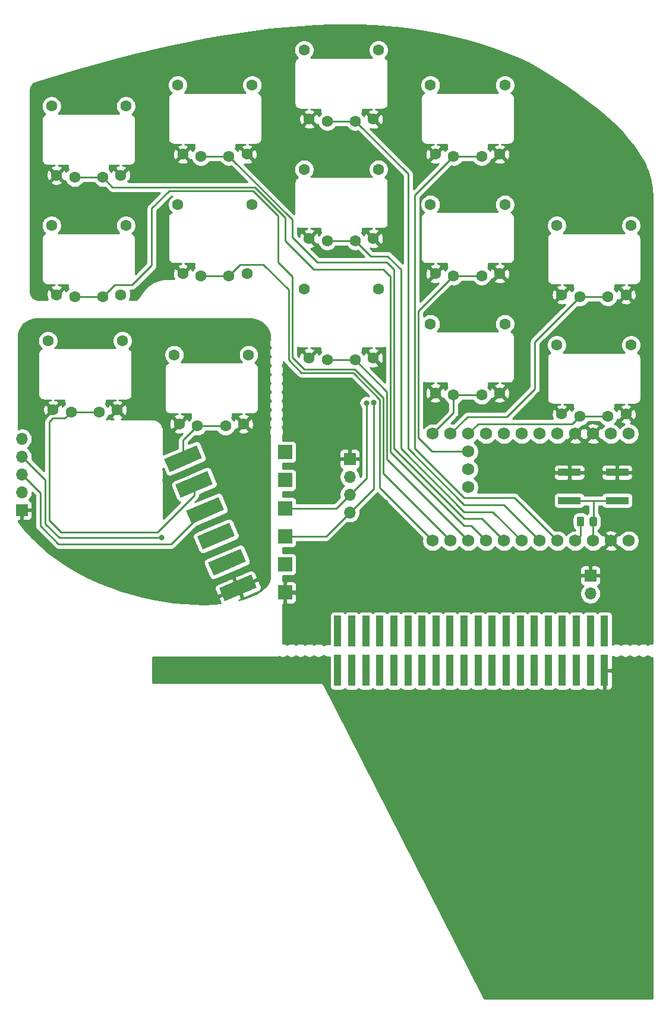
<source format=gbr>
%TF.GenerationSoftware,KiCad,Pcbnew,5.1.8*%
%TF.CreationDate,2020-12-03T05:05:08-06:00*%
%TF.ProjectId,fistion,66697374-696f-46e2-9e6b-696361645f70,rev?*%
%TF.SameCoordinates,Original*%
%TF.FileFunction,Copper,L1,Top*%
%TF.FilePolarity,Positive*%
%FSLAX46Y46*%
G04 Gerber Fmt 4.6, Leading zero omitted, Abs format (unit mm)*
G04 Created by KiCad (PCBNEW 5.1.8) date 2020-12-03 05:05:08*
%MOMM*%
%LPD*%
G01*
G04 APERTURE LIST*
%TA.AperFunction,ComponentPad*%
%ADD10O,1.700000X1.700000*%
%TD*%
%TA.AperFunction,ComponentPad*%
%ADD11R,1.700000X1.700000*%
%TD*%
%TA.AperFunction,ComponentPad*%
%ADD12R,2.000000X2.000000*%
%TD*%
%TA.AperFunction,SMDPad,CuDef*%
%ADD13C,0.100000*%
%TD*%
%TA.AperFunction,ComponentPad*%
%ADD14C,0.100000*%
%TD*%
%TA.AperFunction,ComponentPad*%
%ADD15C,1.600000*%
%TD*%
%TA.AperFunction,SMDPad,CuDef*%
%ADD16R,3.200000X1.000000*%
%TD*%
%TA.AperFunction,ComponentPad*%
%ADD17R,1.000000X4.400000*%
%TD*%
%TA.AperFunction,ComponentPad*%
%ADD18C,1.752600*%
%TD*%
%TA.AperFunction,ViaPad*%
%ADD19C,0.800000*%
%TD*%
%TA.AperFunction,Conductor*%
%ADD20C,0.508000*%
%TD*%
%TA.AperFunction,Conductor*%
%ADD21C,0.254000*%
%TD*%
%TA.AperFunction,Conductor*%
%ADD22C,0.250000*%
%TD*%
%TA.AperFunction,Conductor*%
%ADD23C,0.100000*%
%TD*%
G04 APERTURE END LIST*
D10*
%TO.P,J5,2*%
%TO.N,Net-(J5-Pad2)*%
X69490000Y-88240000D03*
D11*
%TO.P,J5,1*%
%TO.N,thumb_gnd*%
X69490000Y-90780000D03*
D10*
%TO.P,J5,3*%
%TO.N,thumb_scl*%
X69490000Y-85700000D03*
%TO.P,J5,4*%
%TO.N,thumb_sda*%
X69490000Y-83160000D03*
%TO.P,J5,5*%
%TO.N,thumb_vcc*%
X69490000Y-80620000D03*
%TD*%
%TO.P,J1,2*%
%TO.N,3V3*%
X116200000Y-86040000D03*
%TO.P,J1,3*%
%TO.N,SCL*%
X116200000Y-88580000D03*
%TO.P,J1,4*%
%TO.N,SDA*%
X116200000Y-91120000D03*
D11*
%TO.P,J1,1*%
%TO.N,GND*%
X116200000Y-83500000D03*
%TD*%
D12*
%TO.P,J3,6*%
%TO.N,R3C2*%
X107000000Y-82500000D03*
%TO.P,J3,5*%
%TO.N,R3C1*%
X107000000Y-86500000D03*
%TO.P,J3,4*%
%TO.N,SCL*%
X107000000Y-90500000D03*
%TO.P,J3,3*%
%TO.N,SDA*%
X107000000Y-94500000D03*
%TO.P,J3,2*%
%TO.N,3V3*%
X107000000Y-98500000D03*
%TO.P,J3,1*%
%TO.N,GND*%
X107000000Y-102500000D03*
%TD*%
%TA.AperFunction,SMDPad,CuDef*%
D13*
%TO.P,J2,6*%
%TO.N,thumb_R3C2*%
G36*
X92120872Y-84667699D02*
G01*
X90556014Y-85331942D01*
X89774552Y-83490933D01*
X91339410Y-82826690D01*
X92120872Y-84667699D01*
G37*
%TD.AperFunction*%
%TA.AperFunction,ComponentPad*%
D14*
G36*
X95158538Y-83378286D02*
G01*
X90556014Y-85331942D01*
X89774552Y-83490932D01*
X94377076Y-81537276D01*
X95158538Y-83378286D01*
G37*
%TD.AperFunction*%
%TA.AperFunction,SMDPad,CuDef*%
D13*
G36*
X92812218Y-82201520D02*
G01*
X94377076Y-81537277D01*
X95158538Y-83378286D01*
X93593680Y-84042529D01*
X92812218Y-82201520D01*
G37*
%TD.AperFunction*%
%TA.AperFunction,SMDPad,CuDef*%
%TO.P,J2,5*%
%TO.N,thumb_R3C1*%
G36*
X93683796Y-88349718D02*
G01*
X92118938Y-89013961D01*
X91337476Y-87172952D01*
X92902334Y-86508709D01*
X93683796Y-88349718D01*
G37*
%TD.AperFunction*%
%TA.AperFunction,ComponentPad*%
D14*
G36*
X96721462Y-87060306D02*
G01*
X92118938Y-89013962D01*
X91337476Y-87172952D01*
X95940000Y-85219296D01*
X96721462Y-87060306D01*
G37*
%TD.AperFunction*%
%TA.AperFunction,SMDPad,CuDef*%
D13*
G36*
X94375142Y-85883540D02*
G01*
X95940000Y-85219297D01*
X96721462Y-87060306D01*
X95156604Y-87724549D01*
X94375142Y-85883540D01*
G37*
%TD.AperFunction*%
%TA.AperFunction,SMDPad,CuDef*%
%TO.P,J2,4*%
%TO.N,thumb_scl*%
G36*
X95246721Y-92031738D02*
G01*
X93681863Y-92695981D01*
X92900401Y-90854972D01*
X94465259Y-90190729D01*
X95246721Y-92031738D01*
G37*
%TD.AperFunction*%
%TA.AperFunction,ComponentPad*%
D14*
G36*
X98284387Y-90742325D02*
G01*
X93681863Y-92695981D01*
X92900401Y-90854971D01*
X97502925Y-88901315D01*
X98284387Y-90742325D01*
G37*
%TD.AperFunction*%
%TA.AperFunction,SMDPad,CuDef*%
D13*
G36*
X95938067Y-89565559D02*
G01*
X97502925Y-88901316D01*
X98284387Y-90742325D01*
X96719529Y-91406568D01*
X95938067Y-89565559D01*
G37*
%TD.AperFunction*%
%TA.AperFunction,SMDPad,CuDef*%
%TO.P,J2,3*%
%TO.N,thumb_sda*%
G36*
X96809645Y-95713757D02*
G01*
X95244787Y-96378000D01*
X94463325Y-94536991D01*
X96028183Y-93872748D01*
X96809645Y-95713757D01*
G37*
%TD.AperFunction*%
%TA.AperFunction,ComponentPad*%
D14*
G36*
X99847311Y-94424345D02*
G01*
X95244787Y-96378001D01*
X94463325Y-94536991D01*
X99065849Y-92583335D01*
X99847311Y-94424345D01*
G37*
%TD.AperFunction*%
%TA.AperFunction,SMDPad,CuDef*%
D13*
G36*
X97500991Y-93247578D02*
G01*
X99065849Y-92583335D01*
X99847311Y-94424344D01*
X98282453Y-95088587D01*
X97500991Y-93247578D01*
G37*
%TD.AperFunction*%
%TA.AperFunction,SMDPad,CuDef*%
%TO.P,J2,2*%
%TO.N,thumb_vcc*%
G36*
X98372570Y-99395776D02*
G01*
X96807712Y-100060019D01*
X96026250Y-98219010D01*
X97591108Y-97554767D01*
X98372570Y-99395776D01*
G37*
%TD.AperFunction*%
%TA.AperFunction,ComponentPad*%
D14*
G36*
X101410236Y-98106364D02*
G01*
X96807712Y-100060020D01*
X96026250Y-98219010D01*
X100628774Y-96265354D01*
X101410236Y-98106364D01*
G37*
%TD.AperFunction*%
%TA.AperFunction,SMDPad,CuDef*%
D13*
G36*
X99063916Y-96929598D02*
G01*
X100628774Y-96265355D01*
X101410236Y-98106364D01*
X99845378Y-98770607D01*
X99063916Y-96929598D01*
G37*
%TD.AperFunction*%
%TA.AperFunction,SMDPad,CuDef*%
%TO.P,J2,1*%
%TO.N,thumb_gnd*%
G36*
X100626840Y-100611617D02*
G01*
X102191698Y-99947374D01*
X102973160Y-101788383D01*
X101408302Y-102452626D01*
X100626840Y-100611617D01*
G37*
%TD.AperFunction*%
%TA.AperFunction,SMDPad,CuDef*%
G36*
X99935494Y-103077796D02*
G01*
X98370636Y-103742039D01*
X97589174Y-101901030D01*
X99154032Y-101236787D01*
X99935494Y-103077796D01*
G37*
%TD.AperFunction*%
%TA.AperFunction,ComponentPad*%
D14*
G36*
X102973160Y-101788384D02*
G01*
X98370636Y-103742040D01*
X97589174Y-101901030D01*
X102191698Y-99947374D01*
X102973160Y-101788384D01*
G37*
%TD.AperFunction*%
%TD*%
D10*
%TO.P,J4,2*%
%TO.N,BAT*%
X150500000Y-102640000D03*
D11*
%TO.P,J4,1*%
%TO.N,GND*%
X150500000Y-100100000D03*
%TD*%
D15*
%TO.P,KEY13,4*%
%TO.N,N/C*%
X73200000Y-66650000D03*
%TO.P,KEY13,3*%
X83800000Y-66650000D03*
%TO.P,KEY13,2*%
%TO.N,thumb_R3C1*%
X80500000Y-76800000D03*
%TO.P,KEY13,1*%
%TO.N,thumb_gnd*%
X73920000Y-76500000D03*
%TO.P,KEY13,2*%
%TO.N,thumb_R3C1*%
X76500000Y-76800000D03*
%TO.P,KEY13,1*%
%TO.N,thumb_gnd*%
X83080000Y-76500000D03*
%TD*%
%TO.P,KEY9,4*%
%TO.N,N/C*%
X127700000Y-47250000D03*
%TO.P,KEY9,3*%
X138300000Y-47250000D03*
%TO.P,KEY9,2*%
%TO.N,R2C4*%
X135000000Y-57400000D03*
%TO.P,KEY9,1*%
%TO.N,GND*%
X128420000Y-57100000D03*
%TO.P,KEY9,2*%
%TO.N,R2C4*%
X131000000Y-57400000D03*
%TO.P,KEY9,1*%
%TO.N,GND*%
X137580000Y-57100000D03*
%TD*%
%TO.P,KEY12,4*%
%TO.N,N/C*%
X127700000Y-64250000D03*
%TO.P,KEY12,3*%
X138300000Y-64250000D03*
%TO.P,KEY12,2*%
%TO.N,R3C4*%
X135000000Y-74400000D03*
%TO.P,KEY12,1*%
%TO.N,GND*%
X128420000Y-74100000D03*
%TO.P,KEY12,2*%
%TO.N,R3C4*%
X131000000Y-74400000D03*
%TO.P,KEY12,1*%
%TO.N,GND*%
X137580000Y-74100000D03*
%TD*%
%TO.P,KEY14,4*%
%TO.N,N/C*%
X91200000Y-68650000D03*
%TO.P,KEY14,3*%
X101800000Y-68650000D03*
%TO.P,KEY14,2*%
%TO.N,thumb_R3C2*%
X98500000Y-78800000D03*
%TO.P,KEY14,1*%
%TO.N,thumb_gnd*%
X91920000Y-78500000D03*
%TO.P,KEY14,2*%
%TO.N,thumb_R3C2*%
X94500000Y-78800000D03*
%TO.P,KEY14,1*%
%TO.N,thumb_gnd*%
X101080000Y-78500000D03*
%TD*%
%TO.P,KEY11,4*%
%TO.N,N/C*%
X109700000Y-59250000D03*
%TO.P,KEY11,3*%
X120300000Y-59250000D03*
%TO.P,KEY11,2*%
%TO.N,R3C3*%
X117000000Y-69400000D03*
%TO.P,KEY11,1*%
%TO.N,GND*%
X110420000Y-69100000D03*
%TO.P,KEY11,2*%
%TO.N,R3C3*%
X113000000Y-69400000D03*
%TO.P,KEY11,1*%
%TO.N,GND*%
X119580000Y-69100000D03*
%TD*%
D16*
%TO.P,PUSH2,2*%
%TO.N,GND*%
X147500000Y-85400000D03*
X154300000Y-85400000D03*
%TO.P,PUSH2,1*%
%TO.N,Net-(PUSH1-Pad1)*%
X154300000Y-89400000D03*
X147500000Y-89400000D03*
%TD*%
D15*
%TO.P,KEY6,4*%
%TO.N,N/C*%
X73700000Y-50250000D03*
%TO.P,KEY6,3*%
X84300000Y-50250000D03*
%TO.P,KEY6,2*%
%TO.N,R2C1*%
X81000000Y-60400000D03*
%TO.P,KEY6,1*%
%TO.N,GND*%
X74420000Y-60100000D03*
%TO.P,KEY6,2*%
%TO.N,R2C1*%
X77000000Y-60400000D03*
%TO.P,KEY6,1*%
%TO.N,GND*%
X83580000Y-60100000D03*
%TD*%
D17*
%TO.P,REF\u002A\u002A,20*%
%TO.N,GND*%
X152500000Y-113600000D03*
%TO.P,REF\u002A\u002A,19*%
%TO.N,N/C*%
X150500000Y-113600000D03*
%TO.P,REF\u002A\u002A,18*%
X148500000Y-113600000D03*
%TO.P,REF\u002A\u002A,17*%
X146500000Y-113600000D03*
%TO.P,REF\u002A\u002A,16*%
X144500000Y-113600000D03*
%TO.P,REF\u002A\u002A,15*%
X142500000Y-113600000D03*
%TO.P,REF\u002A\u002A,14*%
X140500000Y-113600000D03*
%TO.P,REF\u002A\u002A,13*%
X138500000Y-113600000D03*
%TO.P,REF\u002A\u002A,12*%
X136500000Y-113600000D03*
%TO.P,REF\u002A\u002A,11*%
X134500000Y-113600000D03*
%TO.P,REF\u002A\u002A,10*%
X132500000Y-113600000D03*
%TO.P,REF\u002A\u002A,9*%
X130500000Y-113600000D03*
%TO.P,REF\u002A\u002A,8*%
X128500000Y-113600000D03*
%TO.P,REF\u002A\u002A,7*%
X126500000Y-113600000D03*
%TO.P,REF\u002A\u002A,6*%
X124500000Y-113600000D03*
%TO.P,REF\u002A\u002A,5*%
X122500000Y-113600000D03*
%TO.P,REF\u002A\u002A,4*%
X120500000Y-113600000D03*
%TO.P,REF\u002A\u002A,3*%
X118500000Y-113600000D03*
%TO.P,REF\u002A\u002A,2*%
X116500000Y-113600000D03*
%TO.P,REF\u002A\u002A,1*%
X114500000Y-113600000D03*
%TD*%
%TO.P,REF\u002A\u002A,20*%
%TO.N,N/C*%
X152500000Y-108000000D03*
%TO.P,REF\u002A\u002A,19*%
X150500000Y-108000000D03*
%TO.P,REF\u002A\u002A,18*%
X148500000Y-108000000D03*
%TO.P,REF\u002A\u002A,17*%
X146500000Y-108000000D03*
%TO.P,REF\u002A\u002A,16*%
X144500000Y-108000000D03*
%TO.P,REF\u002A\u002A,15*%
X142500000Y-108000000D03*
%TO.P,REF\u002A\u002A,14*%
X140500000Y-108000000D03*
%TO.P,REF\u002A\u002A,13*%
X138500000Y-108000000D03*
%TO.P,REF\u002A\u002A,12*%
X136500000Y-108000000D03*
%TO.P,REF\u002A\u002A,11*%
X134500000Y-108000000D03*
%TO.P,REF\u002A\u002A,10*%
X132500000Y-108000000D03*
%TO.P,REF\u002A\u002A,9*%
X130500000Y-108000000D03*
%TO.P,REF\u002A\u002A,8*%
X128500000Y-108000000D03*
%TO.P,REF\u002A\u002A,7*%
X126500000Y-108000000D03*
%TO.P,REF\u002A\u002A,6*%
X124500000Y-108000000D03*
%TO.P,REF\u002A\u002A,5*%
X122500000Y-108000000D03*
%TO.P,REF\u002A\u002A,4*%
X120500000Y-108000000D03*
%TO.P,REF\u002A\u002A,3*%
X118500000Y-108000000D03*
%TO.P,REF\u002A\u002A,2*%
X116500000Y-108000000D03*
%TO.P,REF\u002A\u002A,1*%
X114500000Y-108000000D03*
%TD*%
D15*
%TO.P,KEY10,4*%
%TO.N,N/C*%
X145700000Y-67250000D03*
%TO.P,KEY10,3*%
X156300000Y-67250000D03*
%TO.P,KEY10,2*%
%TO.N,R2C5*%
X153000000Y-77400000D03*
%TO.P,KEY10,1*%
%TO.N,GND*%
X146420000Y-77100000D03*
%TO.P,KEY10,2*%
%TO.N,R2C5*%
X149000000Y-77400000D03*
%TO.P,KEY10,1*%
%TO.N,GND*%
X155580000Y-77100000D03*
%TD*%
%TO.P,KEY8,4*%
%TO.N,N/C*%
X109700000Y-42250000D03*
%TO.P,KEY8,3*%
X120300000Y-42250000D03*
%TO.P,KEY8,2*%
%TO.N,R2C3*%
X117000000Y-52400000D03*
%TO.P,KEY8,1*%
%TO.N,GND*%
X110420000Y-52100000D03*
%TO.P,KEY8,2*%
%TO.N,R2C3*%
X113000000Y-52400000D03*
%TO.P,KEY8,1*%
%TO.N,GND*%
X119580000Y-52100000D03*
%TD*%
%TO.P,KEY7,4*%
%TO.N,N/C*%
X91700000Y-47250000D03*
%TO.P,KEY7,3*%
X102300000Y-47250000D03*
%TO.P,KEY7,2*%
%TO.N,R2C2*%
X99000000Y-57400000D03*
%TO.P,KEY7,1*%
%TO.N,GND*%
X92420000Y-57100000D03*
%TO.P,KEY7,2*%
%TO.N,R2C2*%
X95000000Y-57400000D03*
%TO.P,KEY7,1*%
%TO.N,GND*%
X101580000Y-57100000D03*
%TD*%
%TO.P,KEY5,4*%
%TO.N,N/C*%
X145700000Y-50250000D03*
%TO.P,KEY5,3*%
X156300000Y-50250000D03*
%TO.P,KEY5,2*%
%TO.N,R1C5*%
X153000000Y-60400000D03*
%TO.P,KEY5,1*%
%TO.N,GND*%
X146420000Y-60100000D03*
%TO.P,KEY5,2*%
%TO.N,R1C5*%
X149000000Y-60400000D03*
%TO.P,KEY5,1*%
%TO.N,GND*%
X155580000Y-60100000D03*
%TD*%
%TO.P,KEY4,4*%
%TO.N,N/C*%
X127700000Y-30250000D03*
%TO.P,KEY4,3*%
X138300000Y-30250000D03*
%TO.P,KEY4,2*%
%TO.N,R1C4*%
X135000000Y-40400000D03*
%TO.P,KEY4,1*%
%TO.N,GND*%
X128420000Y-40100000D03*
%TO.P,KEY4,2*%
%TO.N,R1C4*%
X131000000Y-40400000D03*
%TO.P,KEY4,1*%
%TO.N,GND*%
X137580000Y-40100000D03*
%TD*%
%TO.P,KEY3,4*%
%TO.N,N/C*%
X109700000Y-25250000D03*
%TO.P,KEY3,3*%
X120300000Y-25250000D03*
%TO.P,KEY3,2*%
%TO.N,R1C3*%
X117000000Y-35400000D03*
%TO.P,KEY3,1*%
%TO.N,GND*%
X110420000Y-35100000D03*
%TO.P,KEY3,2*%
%TO.N,R1C3*%
X113000000Y-35400000D03*
%TO.P,KEY3,1*%
%TO.N,GND*%
X119580000Y-35100000D03*
%TD*%
%TO.P,KEY2,4*%
%TO.N,N/C*%
X91700000Y-30250000D03*
%TO.P,KEY2,3*%
X102300000Y-30250000D03*
%TO.P,KEY2,2*%
%TO.N,R1C2*%
X99000000Y-40400000D03*
%TO.P,KEY2,1*%
%TO.N,GND*%
X92420000Y-40100000D03*
%TO.P,KEY2,2*%
%TO.N,R1C2*%
X95000000Y-40400000D03*
%TO.P,KEY2,1*%
%TO.N,GND*%
X101580000Y-40100000D03*
%TD*%
%TO.P,KEY1,4*%
%TO.N,N/C*%
X73700000Y-33250000D03*
%TO.P,KEY1,3*%
X84300000Y-33250000D03*
%TO.P,KEY1,2*%
%TO.N,R1C1*%
X81000000Y-43400000D03*
%TO.P,KEY1,1*%
%TO.N,GND*%
X74420000Y-43100000D03*
%TO.P,KEY1,2*%
%TO.N,R1C1*%
X77000000Y-43400000D03*
%TO.P,KEY1,1*%
%TO.N,GND*%
X83580000Y-43100000D03*
%TD*%
D18*
%TO.P,U1,1*%
%TO.N,SDA*%
X155970000Y-79900000D03*
%TO.P,U1,2*%
%TO.N,SCL*%
X153430000Y-79900000D03*
%TO.P,U1,3*%
%TO.N,GND*%
X150890000Y-79900000D03*
%TO.P,U1,4*%
X148350000Y-79900000D03*
%TO.P,U1,5*%
%TO.N,Net-(U1-Pad5)*%
X145810000Y-79900000D03*
%TO.P,U1,6*%
%TO.N,MOSI*%
X143270000Y-79900000D03*
%TO.P,U1,7*%
%TO.N,SCLK*%
X140730000Y-79900000D03*
%TO.P,U1,8*%
%TO.N,MISO*%
X138190000Y-79900000D03*
%TO.P,U1,9*%
%TO.N,CS*%
X135650000Y-79900000D03*
%TO.P,U1,10*%
%TO.N,R2C5*%
X133110000Y-79900000D03*
%TO.P,U1,11*%
%TO.N,R1C5*%
X130570000Y-79900000D03*
%TO.P,U1,13*%
%TO.N,R2C2*%
X128030000Y-95140000D03*
%TO.P,U1,14*%
%TO.N,R2C1*%
X130570000Y-95140000D03*
%TO.P,U1,15*%
%TO.N,R3C3*%
X133110000Y-95140000D03*
%TO.P,U1,16*%
%TO.N,R1C1*%
X135650000Y-95140000D03*
%TO.P,U1,17*%
%TO.N,R1C2*%
X138190000Y-95140000D03*
%TO.P,U1,18*%
%TO.N,R2C3*%
X140730000Y-95140000D03*
%TO.P,U1,19*%
%TO.N,R1C3*%
X143270000Y-95140000D03*
%TO.P,U1,20*%
%TO.N,R1C4*%
X145810000Y-95140000D03*
%TO.P,U1,21*%
%TO.N,3V3*%
X148350000Y-95140000D03*
%TO.P,U1,22*%
%TO.N,Net-(PUSH1-Pad1)*%
X150890000Y-95140000D03*
%TO.P,U1,23*%
%TO.N,GND*%
X153430000Y-95140000D03*
%TO.P,U1,12*%
%TO.N,R3C4*%
X128030000Y-79900000D03*
%TO.P,U1,24*%
%TO.N,BAT*%
X155970000Y-95140000D03*
%TO.P,U1,31*%
%TO.N,R2C4*%
X133110000Y-82440000D03*
%TO.P,U1,32*%
%TO.N,R3C2*%
X133110000Y-84980000D03*
%TO.P,U1,33*%
%TO.N,R3C1*%
X133110000Y-87520000D03*
%TD*%
%TO.P,R2,2*%
%TO.N,3V3*%
%TA.AperFunction,SMDPad,CuDef*%
G36*
G01*
X149600000Y-91949999D02*
X149600000Y-92850001D01*
G75*
G02*
X149350001Y-93100000I-249999J0D01*
G01*
X148824999Y-93100000D01*
G75*
G02*
X148575000Y-92850001I0J249999D01*
G01*
X148575000Y-91949999D01*
G75*
G02*
X148824999Y-91700000I249999J0D01*
G01*
X149350001Y-91700000D01*
G75*
G02*
X149600000Y-91949999I0J-249999D01*
G01*
G37*
%TD.AperFunction*%
%TO.P,R2,1*%
%TO.N,Net-(PUSH1-Pad1)*%
%TA.AperFunction,SMDPad,CuDef*%
G36*
G01*
X151425000Y-91949999D02*
X151425000Y-92850001D01*
G75*
G02*
X151175001Y-93100000I-249999J0D01*
G01*
X150649999Y-93100000D01*
G75*
G02*
X150400000Y-92850001I0J249999D01*
G01*
X150400000Y-91949999D01*
G75*
G02*
X150649999Y-91700000I249999J0D01*
G01*
X151175001Y-91700000D01*
G75*
G02*
X151425000Y-91949999I0J-249999D01*
G01*
G37*
%TD.AperFunction*%
%TD*%
D19*
%TO.N,GND*%
X121400000Y-95500000D03*
X121300000Y-89700000D03*
X112200000Y-97300000D03*
X116300000Y-72900000D03*
%TO.N,SCL*%
X118584017Y-75515983D03*
%TO.N,SDA*%
X119588189Y-75492006D03*
%TO.N,thumb_sda*%
X89400000Y-94700000D03*
%TD*%
D20*
%TO.N,GND*%
X108000000Y-102500000D02*
X112600000Y-102500000D01*
D21*
%TO.N,R1C1*%
X132500000Y-93000000D02*
X122000000Y-82500000D01*
X133510000Y-93000000D02*
X132500000Y-93000000D01*
X135650000Y-95140000D02*
X133510000Y-93000000D01*
D22*
X111100000Y-56500000D02*
X107000000Y-52400000D01*
X121000000Y-56500000D02*
X111100000Y-56500000D01*
X107000000Y-52400000D02*
X107000000Y-49150000D01*
X122000000Y-57500000D02*
X121000000Y-56500000D01*
X122000000Y-82500000D02*
X122000000Y-57500000D01*
D21*
X77000000Y-43400000D02*
X81000000Y-43400000D01*
X102650000Y-44800000D02*
X107000000Y-49150000D01*
X82400000Y-44800000D02*
X102650000Y-44800000D01*
X81000000Y-43400000D02*
X82400000Y-44800000D01*
%TO.N,R1C2*%
X95000000Y-40400000D02*
X99000000Y-40400000D01*
X108000000Y-49400000D02*
X99000000Y-40400000D01*
X108000000Y-51900000D02*
X108000000Y-49400000D01*
X111600000Y-55500000D02*
X108000000Y-51900000D01*
X121500000Y-55500000D02*
X111600000Y-55500000D01*
X122500000Y-56500000D02*
X121500000Y-55500000D01*
X132500000Y-92000000D02*
X122500000Y-82000000D01*
X135050000Y-92000000D02*
X132500000Y-92000000D01*
X122500000Y-82000000D02*
X122500000Y-56500000D01*
X138190000Y-95140000D02*
X135050000Y-92000000D01*
%TO.N,R1C3*%
X113000000Y-35400000D02*
X117000000Y-35400000D01*
X138130000Y-90000000D02*
X143270000Y-95140000D01*
X132500000Y-90000000D02*
X138130000Y-90000000D01*
X124500000Y-82000000D02*
X132500000Y-90000000D01*
X124500000Y-42900000D02*
X124500000Y-82000000D01*
X117000000Y-35400000D02*
X124500000Y-42900000D01*
%TO.N,R1C4*%
X131000000Y-40400000D02*
X135000000Y-40400000D01*
X139670000Y-89000000D02*
X145810000Y-95140000D01*
X132500000Y-89000000D02*
X139670000Y-89000000D01*
X125500000Y-82000000D02*
X132500000Y-89000000D01*
X125500000Y-45900000D02*
X125500000Y-82000000D01*
X131000000Y-40400000D02*
X125500000Y-45900000D01*
%TO.N,R1C5*%
X153000000Y-60400000D02*
X149000000Y-60400000D01*
X142600000Y-66800000D02*
X149000000Y-60400000D01*
X142600000Y-73500000D02*
X142600000Y-66800000D01*
X138600000Y-77500000D02*
X142600000Y-73500000D01*
X132970000Y-77500000D02*
X138600000Y-77500000D01*
X130570000Y-79900000D02*
X132970000Y-77500000D01*
D22*
%TO.N,R2C1*%
X121000000Y-85570000D02*
X130570000Y-95140000D01*
X121000000Y-74790571D02*
X121000000Y-85570000D01*
X109700000Y-70700000D02*
X116909429Y-70700000D01*
X116909429Y-70700000D02*
X121000000Y-74790571D01*
X108000000Y-69000000D02*
X109700000Y-70700000D01*
X108000000Y-57500000D02*
X108000000Y-69000000D01*
X106000000Y-55500000D02*
X108000000Y-57500000D01*
D21*
X77000000Y-60400000D02*
X81000000Y-60400000D01*
X102425000Y-45300000D02*
X106000000Y-48875000D01*
X106000000Y-48875000D02*
X106000000Y-55500000D01*
X90500000Y-45300000D02*
X102425000Y-45300000D01*
X88000000Y-47800000D02*
X90500000Y-45300000D01*
X88000000Y-55900000D02*
X88000000Y-47800000D01*
X85200000Y-58700000D02*
X88000000Y-55900000D01*
X82700000Y-58700000D02*
X85200000Y-58700000D01*
X81000000Y-60400000D02*
X82700000Y-58700000D01*
%TO.N,R2C2*%
X99000000Y-57400000D02*
X94300000Y-57400000D01*
X95000000Y-57400000D02*
X99000000Y-57400000D01*
D22*
X120500000Y-87610000D02*
X128030000Y-95140000D01*
X116800000Y-71300000D02*
X120500000Y-75000000D01*
X120500000Y-75000000D02*
X120500000Y-87610000D01*
D21*
X116700000Y-71200000D02*
X116800000Y-71300000D01*
X107500000Y-69400000D02*
X109300000Y-71200000D01*
X107500000Y-59400000D02*
X107500000Y-69400000D01*
X109300000Y-71200000D02*
X116700000Y-71200000D01*
X103900000Y-55800000D02*
X107500000Y-59400000D01*
X100600000Y-55800000D02*
X103900000Y-55800000D01*
X99000000Y-57400000D02*
X100600000Y-55800000D01*
%TO.N,R2C3*%
X117000000Y-52400000D02*
X113000000Y-52400000D01*
X136590000Y-91000000D02*
X140730000Y-95140000D01*
X132500000Y-91000000D02*
X136590000Y-91000000D01*
X123500000Y-82000000D02*
X132500000Y-91000000D01*
X123500000Y-56500000D02*
X123500000Y-82000000D01*
D22*
X121600000Y-54600000D02*
X123500000Y-56500000D01*
X119200000Y-54600000D02*
X121600000Y-54600000D01*
X117000000Y-52400000D02*
X119200000Y-54600000D01*
D21*
%TO.N,R2C4*%
X135000000Y-57400000D02*
X131000000Y-57400000D01*
X126000000Y-80500000D02*
X127940000Y-82440000D01*
X127940000Y-82440000D02*
X133110000Y-82440000D01*
X126000000Y-62400000D02*
X126000000Y-80500000D01*
X131000000Y-57400000D02*
X126000000Y-62400000D01*
%TO.N,R2C5*%
X153000000Y-77400000D02*
X149000000Y-77400000D01*
X148172999Y-78227001D02*
X149000000Y-77400000D01*
X147900000Y-78500000D02*
X148172999Y-78227001D01*
X137050000Y-78500000D02*
X147900000Y-78500000D01*
X133110000Y-79900000D02*
X134510000Y-78500000D01*
X137050000Y-78500000D02*
X134500000Y-78500000D01*
%TO.N,Net-(PUSH1-Pad1)*%
X150890000Y-92422500D02*
X150912500Y-92400000D01*
X150890000Y-95140000D02*
X150890000Y-92422500D01*
X150912500Y-89400000D02*
X154300000Y-89400000D01*
X150912500Y-92400000D02*
X150912500Y-89400000D01*
X150912500Y-89400000D02*
X147500000Y-89400000D01*
%TO.N,3V3*%
X149087500Y-94402500D02*
X149087500Y-92400000D01*
X148350000Y-95140000D02*
X149087500Y-94402500D01*
%TO.N,SCL*%
X114280000Y-90500000D02*
X116200000Y-88580000D01*
X107000000Y-90500000D02*
X114280000Y-90500000D01*
X118584017Y-86195983D02*
X118584017Y-75515983D01*
X116200000Y-88580000D02*
X118584017Y-86195983D01*
%TO.N,SDA*%
X112820000Y-94500000D02*
X116200000Y-91120000D01*
X107000000Y-94500000D02*
X112820000Y-94500000D01*
X119588189Y-87731811D02*
X116200000Y-91120000D01*
X119588189Y-75492006D02*
X119588189Y-87731811D01*
%TO.N,thumb_scl*%
X72100000Y-88310000D02*
X69490000Y-85700000D01*
X72100000Y-93000000D02*
X72100000Y-88310000D01*
X74700000Y-95600000D02*
X72100000Y-93000000D01*
X90791042Y-95600000D02*
X74700000Y-95600000D01*
X95592394Y-90798648D02*
X90791042Y-95600000D01*
%TO.N,thumb_sda*%
X69490000Y-83160000D02*
X72800000Y-86470000D01*
X72800000Y-86470000D02*
X72800000Y-88200000D01*
X72800000Y-88200000D02*
X72800000Y-92700000D01*
X72800000Y-92700000D02*
X74800000Y-94700000D01*
X74800000Y-94700000D02*
X89400000Y-94700000D01*
%TO.N,thumb_R3C2*%
X94500000Y-78800000D02*
X98500000Y-78800000D01*
X92466545Y-80833455D02*
X94500000Y-78800000D01*
X92466545Y-83434609D02*
X92466545Y-80833455D01*
%TO.N,thumb_R3C1*%
X80500000Y-76800000D02*
X76500000Y-76800000D01*
X94029469Y-88670531D02*
X94029469Y-87116629D01*
X75100000Y-93900000D02*
X88800000Y-93900000D01*
X88800000Y-93900000D02*
X94029469Y-88670531D01*
X73400000Y-92200000D02*
X75100000Y-93900000D01*
X73400000Y-78200000D02*
X73400000Y-92200000D01*
X73900000Y-77700000D02*
X73400000Y-78200000D01*
X75600000Y-77700000D02*
X73900000Y-77700000D01*
X76500000Y-76800000D02*
X75600000Y-77700000D01*
%TO.N,R3C3*%
X113000000Y-69400000D02*
X117000000Y-69400000D01*
D22*
X121500000Y-83530000D02*
X133110000Y-95140000D01*
X121500000Y-73900000D02*
X121500000Y-83530000D01*
X117000000Y-69400000D02*
X121500000Y-73900000D01*
D21*
%TO.N,R3C4*%
X131000000Y-74400000D02*
X135000000Y-74400000D01*
D22*
X131000000Y-76930000D02*
X131000000Y-74400000D01*
X128030000Y-79900000D02*
X131000000Y-76930000D01*
%TD*%
D21*
%TO.N,thumb_gnd*%
X102631586Y-63615287D02*
X103142927Y-63769670D01*
X103614540Y-64020431D01*
X104028467Y-64358022D01*
X104368940Y-64769583D01*
X104622987Y-65239433D01*
X104780937Y-65749688D01*
X104837760Y-66290325D01*
X104836807Y-66300000D01*
X104849550Y-66429383D01*
X104864699Y-66479322D01*
X104842378Y-66512728D01*
X104764833Y-66699939D01*
X104725300Y-66898682D01*
X104725300Y-67101318D01*
X104764833Y-67300061D01*
X104842378Y-67487272D01*
X104941087Y-67635000D01*
X104842378Y-67782728D01*
X104764833Y-67969939D01*
X104725300Y-68168682D01*
X104725300Y-68371318D01*
X104764833Y-68570061D01*
X104842378Y-68757272D01*
X104941087Y-68905000D01*
X104842378Y-69052728D01*
X104764833Y-69239939D01*
X104725300Y-69438682D01*
X104725300Y-69641318D01*
X104764833Y-69840061D01*
X104842378Y-70027272D01*
X104941087Y-70175000D01*
X104842378Y-70322728D01*
X104764833Y-70509939D01*
X104725300Y-70708682D01*
X104725300Y-70911318D01*
X104764833Y-71110061D01*
X104842378Y-71297272D01*
X104941087Y-71445000D01*
X104842378Y-71592728D01*
X104764833Y-71779939D01*
X104725300Y-71978682D01*
X104725300Y-72181318D01*
X104764833Y-72380061D01*
X104842378Y-72567272D01*
X104924382Y-72690000D01*
X104842378Y-72812728D01*
X104764833Y-72999939D01*
X104725300Y-73198682D01*
X104725300Y-73401318D01*
X104764833Y-73600061D01*
X104842378Y-73787272D01*
X104941087Y-73935000D01*
X104842378Y-74082728D01*
X104764833Y-74269939D01*
X104725300Y-74468682D01*
X104725300Y-74671318D01*
X104764833Y-74870061D01*
X104842378Y-75057272D01*
X104941087Y-75205000D01*
X104842378Y-75352728D01*
X104764833Y-75539939D01*
X104725300Y-75738682D01*
X104725300Y-75941318D01*
X104764833Y-76140061D01*
X104842378Y-76327272D01*
X104941087Y-76475000D01*
X104842378Y-76622728D01*
X104764833Y-76809939D01*
X104725300Y-77008682D01*
X104725300Y-77211318D01*
X104764833Y-77410061D01*
X104842378Y-77597272D01*
X104941087Y-77745000D01*
X104842378Y-77892728D01*
X104764833Y-78079939D01*
X104725300Y-78278682D01*
X104725300Y-78481318D01*
X104764833Y-78680061D01*
X104842378Y-78867272D01*
X104924382Y-78990000D01*
X104842378Y-79112728D01*
X104764833Y-79299939D01*
X104725300Y-79498682D01*
X104725300Y-79701318D01*
X104764833Y-79900061D01*
X104842378Y-80087272D01*
X104847199Y-80094487D01*
X104836807Y-80200000D01*
X104840000Y-80232419D01*
X104840001Y-99692879D01*
X104826465Y-100325129D01*
X104692713Y-100843518D01*
X104439098Y-101330548D01*
X104059007Y-101795121D01*
X103547461Y-102235056D01*
X102905636Y-102642940D01*
X102139659Y-103011081D01*
X101258135Y-103333348D01*
X100408574Y-103567232D01*
X100656978Y-103461384D01*
X100741080Y-103253225D01*
X100213886Y-102011234D01*
X100032777Y-102088110D01*
X100032776Y-102088110D01*
X98928861Y-102556694D01*
X98928861Y-102556695D01*
X98695053Y-102655940D01*
X97591137Y-103124524D01*
X97518763Y-103303657D01*
X97507036Y-103332683D01*
X97783288Y-103991354D01*
X97790306Y-104004212D01*
X96767408Y-104089356D01*
X95450443Y-104133540D01*
X94073902Y-104116593D01*
X92646543Y-104037258D01*
X91177095Y-103894384D01*
X89674160Y-103686887D01*
X88146289Y-103413740D01*
X86601991Y-103073962D01*
X85049729Y-102666605D01*
X83497974Y-102190776D01*
X82693749Y-101906598D01*
X96951126Y-101906598D01*
X96964472Y-102030968D01*
X97001825Y-102150345D01*
X97283733Y-102806615D01*
X97491892Y-102890716D01*
X99797631Y-101911988D01*
X100447694Y-101911988D01*
X100974888Y-103153979D01*
X101183047Y-103238081D01*
X101634326Y-103047263D01*
X101657617Y-103039975D01*
X101974627Y-102903371D01*
X103222475Y-102375732D01*
X103332271Y-102315808D01*
X103428266Y-102235615D01*
X103506771Y-102138234D01*
X103564770Y-102027410D01*
X103600034Y-101907400D01*
X103611208Y-101782816D01*
X103606157Y-101735749D01*
X103597862Y-101658445D01*
X103560509Y-101539069D01*
X103278601Y-100882799D01*
X103070442Y-100798697D01*
X101966527Y-101267281D01*
X101966527Y-101267282D01*
X101732719Y-101366527D01*
X100628803Y-101835111D01*
X100628803Y-101835112D01*
X100447694Y-101911988D01*
X99797631Y-101911988D01*
X100114640Y-101777426D01*
X99587446Y-100535435D01*
X99379287Y-100451333D01*
X98928017Y-100642148D01*
X98904717Y-100649438D01*
X98587584Y-100786096D01*
X97340068Y-101313593D01*
X97339859Y-101313681D01*
X97230063Y-101373606D01*
X97134068Y-101453799D01*
X97055563Y-101551180D01*
X96997564Y-101662004D01*
X96967058Y-101765823D01*
X96962300Y-101782014D01*
X96951126Y-101906598D01*
X82693749Y-101906598D01*
X81955146Y-101645608D01*
X80429580Y-101030256D01*
X78929670Y-100343947D01*
X77463718Y-99585927D01*
X76039941Y-98755457D01*
X75233048Y-98224578D01*
X95388202Y-98224578D01*
X95401548Y-98348948D01*
X95438902Y-98468325D01*
X96187466Y-100231830D01*
X96220364Y-100309334D01*
X96280288Y-100419130D01*
X96360481Y-100515125D01*
X96457861Y-100593631D01*
X96568686Y-100651630D01*
X96688696Y-100686894D01*
X96813280Y-100698068D01*
X96937650Y-100684721D01*
X97057027Y-100647368D01*
X97554533Y-100436189D01*
X99821254Y-100436189D01*
X100348448Y-101678180D01*
X102971197Y-100564889D01*
X103055298Y-100356731D01*
X103055298Y-100356730D01*
X102779046Y-99698059D01*
X102719122Y-99588263D01*
X102638929Y-99492268D01*
X102541548Y-99413763D01*
X102430724Y-99355764D01*
X102310714Y-99320500D01*
X102186130Y-99309326D01*
X102061760Y-99322672D01*
X101942383Y-99360025D01*
X101942175Y-99360115D01*
X100696137Y-99891068D01*
X100377525Y-100024268D01*
X100356095Y-100035964D01*
X99905356Y-100228030D01*
X99821254Y-100436189D01*
X97554533Y-100436189D01*
X100177815Y-99322672D01*
X101659551Y-98693712D01*
X101769346Y-98633788D01*
X101865341Y-98553595D01*
X101943847Y-98456215D01*
X102001846Y-98345390D01*
X102037110Y-98225380D01*
X102048284Y-98100796D01*
X102034938Y-97976426D01*
X101997584Y-97857049D01*
X101216122Y-96016040D01*
X101181598Y-95952783D01*
X101156198Y-95906244D01*
X101076005Y-95810249D01*
X100978625Y-95731743D01*
X100867800Y-95673744D01*
X100747790Y-95638480D01*
X100623206Y-95627306D01*
X100498836Y-95640653D01*
X100379459Y-95678006D01*
X97341793Y-96967419D01*
X95776935Y-97631662D01*
X95667140Y-97691586D01*
X95571145Y-97771779D01*
X95492639Y-97869159D01*
X95434640Y-97979984D01*
X95399376Y-98099994D01*
X95388202Y-98224578D01*
X75233048Y-98224578D01*
X74666559Y-97851869D01*
X73351673Y-96874494D01*
X72103272Y-95822651D01*
X70929247Y-94695649D01*
X69837344Y-93492712D01*
X68960000Y-92372333D01*
X68960000Y-92266330D01*
X69204250Y-92265000D01*
X69363000Y-92106250D01*
X69363000Y-90907000D01*
X69617000Y-90907000D01*
X69617000Y-92106250D01*
X69775750Y-92265000D01*
X70340000Y-92268072D01*
X70464482Y-92255812D01*
X70584180Y-92219502D01*
X70694494Y-92160537D01*
X70791185Y-92081185D01*
X70870537Y-91984494D01*
X70929502Y-91874180D01*
X70965812Y-91754482D01*
X70978072Y-91630000D01*
X70975000Y-91065750D01*
X70816250Y-90907000D01*
X69617000Y-90907000D01*
X69363000Y-90907000D01*
X69343000Y-90907000D01*
X69343000Y-90653000D01*
X69363000Y-90653000D01*
X69363000Y-90633000D01*
X69617000Y-90633000D01*
X69617000Y-90653000D01*
X70816250Y-90653000D01*
X70975000Y-90494250D01*
X70978072Y-89930000D01*
X70965812Y-89805518D01*
X70929502Y-89685820D01*
X70870537Y-89575506D01*
X70791185Y-89478815D01*
X70694494Y-89399463D01*
X70584180Y-89340498D01*
X70511620Y-89318487D01*
X70643475Y-89186632D01*
X70805990Y-88943411D01*
X70917932Y-88673158D01*
X70975000Y-88386260D01*
X70975000Y-88262631D01*
X71338001Y-88625632D01*
X71338000Y-92962577D01*
X71334314Y-93000000D01*
X71338000Y-93037423D01*
X71338000Y-93037425D01*
X71349026Y-93149377D01*
X71392598Y-93293014D01*
X71414521Y-93334029D01*
X71463355Y-93425392D01*
X71484350Y-93450974D01*
X71558578Y-93541422D01*
X71587654Y-93565284D01*
X74134721Y-96112352D01*
X74158578Y-96141422D01*
X74274608Y-96236645D01*
X74406985Y-96307402D01*
X74550622Y-96350974D01*
X74662574Y-96362000D01*
X74662576Y-96362000D01*
X74699999Y-96365686D01*
X74737422Y-96362000D01*
X90753619Y-96362000D01*
X90791042Y-96365686D01*
X90828465Y-96362000D01*
X90828468Y-96362000D01*
X90940420Y-96350974D01*
X91084057Y-96307402D01*
X91216434Y-96236645D01*
X91332464Y-96141422D01*
X91356326Y-96112346D01*
X92926113Y-94542559D01*
X93825277Y-94542559D01*
X93838623Y-94666929D01*
X93875977Y-94786306D01*
X94545202Y-96362902D01*
X94657439Y-96627315D01*
X94717363Y-96737111D01*
X94797556Y-96833106D01*
X94894936Y-96911612D01*
X95005761Y-96969611D01*
X95125771Y-97004875D01*
X95250355Y-97016049D01*
X95374725Y-97002702D01*
X95494102Y-96965349D01*
X100096626Y-95011693D01*
X100206421Y-94951769D01*
X100302416Y-94871576D01*
X100380922Y-94774196D01*
X100438921Y-94663371D01*
X100474185Y-94543361D01*
X100485359Y-94418777D01*
X100472013Y-94294407D01*
X100465818Y-94274608D01*
X100434659Y-94175029D01*
X99653197Y-92334020D01*
X99593273Y-92224225D01*
X99513080Y-92128230D01*
X99415700Y-92049724D01*
X99304875Y-91991725D01*
X99184865Y-91956461D01*
X99060281Y-91945287D01*
X98935911Y-91958634D01*
X98816534Y-91995987D01*
X95778868Y-93285400D01*
X94214010Y-93949643D01*
X94104215Y-94009567D01*
X94008220Y-94089760D01*
X93929714Y-94187140D01*
X93871715Y-94297965D01*
X93836451Y-94417975D01*
X93825277Y-94542559D01*
X92926113Y-94542559D01*
X94372802Y-93095871D01*
X97173641Y-91906985D01*
X98533702Y-91329673D01*
X98643497Y-91269749D01*
X98739492Y-91189556D01*
X98817998Y-91092176D01*
X98875997Y-90981351D01*
X98911261Y-90861341D01*
X98922435Y-90736757D01*
X98909089Y-90612387D01*
X98871735Y-90493010D01*
X98090273Y-88652001D01*
X98075750Y-88625392D01*
X98030349Y-88542205D01*
X97950156Y-88446210D01*
X97852776Y-88367704D01*
X97741951Y-88309705D01*
X97621941Y-88274441D01*
X97497357Y-88263267D01*
X97372987Y-88276614D01*
X97253610Y-88313967D01*
X94143500Y-89634131D01*
X94541822Y-89235809D01*
X94570891Y-89211953D01*
X94598241Y-89178627D01*
X94666114Y-89095924D01*
X94736870Y-88963547D01*
X94736871Y-88963546D01*
X94780443Y-88819909D01*
X94791469Y-88707957D01*
X94791469Y-88707954D01*
X94795155Y-88670531D01*
X94791469Y-88633108D01*
X94791469Y-88572716D01*
X95489041Y-88276614D01*
X96970777Y-87647654D01*
X97080572Y-87587730D01*
X97176567Y-87507537D01*
X97255073Y-87410157D01*
X97313072Y-87299332D01*
X97348336Y-87179322D01*
X97359510Y-87054738D01*
X97346164Y-86930368D01*
X97308810Y-86810991D01*
X96527348Y-84969982D01*
X96492824Y-84906725D01*
X96467424Y-84860186D01*
X96387231Y-84764191D01*
X96289851Y-84685685D01*
X96179026Y-84627686D01*
X96059016Y-84592422D01*
X95934432Y-84581248D01*
X95810062Y-84594595D01*
X95690685Y-84631948D01*
X92653019Y-85921361D01*
X91088161Y-86585604D01*
X90978366Y-86645528D01*
X90882371Y-86725721D01*
X90803865Y-86823101D01*
X90745866Y-86933926D01*
X90710602Y-87053936D01*
X90699428Y-87178520D01*
X90712774Y-87302890D01*
X90750128Y-87422267D01*
X91451963Y-89075686D01*
X91531590Y-89263276D01*
X91591514Y-89373072D01*
X91671707Y-89469067D01*
X91769087Y-89547573D01*
X91879912Y-89605572D01*
X91985710Y-89636660D01*
X89639693Y-91982677D01*
X89642911Y-91950000D01*
X89635000Y-91869678D01*
X89635000Y-86869678D01*
X89611343Y-86629484D01*
X89599499Y-86590440D01*
X89635000Y-86229992D01*
X89635000Y-85170009D01*
X89603216Y-84847306D01*
X89611343Y-84820516D01*
X89617823Y-84754723D01*
X89968666Y-85581257D01*
X90012578Y-85661714D01*
X90028590Y-85691052D01*
X90108783Y-85787047D01*
X90206163Y-85865553D01*
X90316988Y-85923552D01*
X90436998Y-85958816D01*
X90561582Y-85969990D01*
X90685952Y-85956643D01*
X90805329Y-85919290D01*
X92247584Y-85307089D01*
X95407853Y-83965634D01*
X95517648Y-83905710D01*
X95613643Y-83825517D01*
X95692149Y-83728137D01*
X95750148Y-83617312D01*
X95785412Y-83497302D01*
X95796586Y-83372718D01*
X95783240Y-83248348D01*
X95755595Y-83160000D01*
X95745886Y-83128971D01*
X94964424Y-81287962D01*
X94933811Y-81231871D01*
X94904500Y-81178166D01*
X94824307Y-81082171D01*
X94726927Y-81003665D01*
X94616102Y-80945666D01*
X94496092Y-80910402D01*
X94371508Y-80899228D01*
X94247138Y-80912575D01*
X94127761Y-80949928D01*
X93228545Y-81331623D01*
X93228545Y-81149085D01*
X94178473Y-80199157D01*
X94358665Y-80235000D01*
X94641335Y-80235000D01*
X94918574Y-80179853D01*
X95179727Y-80071680D01*
X95414759Y-79914637D01*
X95614637Y-79714759D01*
X95716707Y-79562000D01*
X97283293Y-79562000D01*
X97385363Y-79714759D01*
X97585241Y-79914637D01*
X97820273Y-80071680D01*
X98081426Y-80179853D01*
X98358665Y-80235000D01*
X98641335Y-80235000D01*
X98918574Y-80179853D01*
X99179727Y-80071680D01*
X99414759Y-79914637D01*
X99614637Y-79714759D01*
X99763010Y-79492702D01*
X100266903Y-79492702D01*
X100338486Y-79736671D01*
X100593996Y-79857571D01*
X100868184Y-79926300D01*
X101150512Y-79940217D01*
X101430130Y-79898787D01*
X101696292Y-79803603D01*
X101821514Y-79736671D01*
X101893097Y-79492702D01*
X101080000Y-78679605D01*
X100266903Y-79492702D01*
X99763010Y-79492702D01*
X99771680Y-79479727D01*
X99867423Y-79248583D01*
X100087298Y-79313097D01*
X100900395Y-78500000D01*
X101259605Y-78500000D01*
X102072702Y-79313097D01*
X102316671Y-79241514D01*
X102437571Y-78986004D01*
X102506300Y-78711816D01*
X102520217Y-78429488D01*
X102478787Y-78149870D01*
X102383603Y-77883708D01*
X102316671Y-77758486D01*
X102072702Y-77686903D01*
X101259605Y-78500000D01*
X100900395Y-78500000D01*
X100087298Y-77686903D01*
X99843329Y-77758486D01*
X99722429Y-78013996D01*
X99716493Y-78037679D01*
X99614637Y-77885241D01*
X99414759Y-77685363D01*
X99411876Y-77683437D01*
X99428754Y-77651860D01*
X99473641Y-77503887D01*
X99477138Y-77468378D01*
X99485000Y-77388561D01*
X99488798Y-77350000D01*
X99485000Y-77311439D01*
X99485000Y-77085000D01*
X100839294Y-77085000D01*
X100729870Y-77101213D01*
X100463708Y-77196397D01*
X100338486Y-77263329D01*
X100266903Y-77507298D01*
X101080000Y-78320395D01*
X101893097Y-77507298D01*
X101821514Y-77263329D01*
X101566004Y-77142429D01*
X101336896Y-77085000D01*
X102361440Y-77085000D01*
X102400000Y-77088798D01*
X102553887Y-77073641D01*
X102701860Y-77028754D01*
X102838233Y-76955862D01*
X102957764Y-76857764D01*
X103055862Y-76738233D01*
X103128754Y-76601860D01*
X103173641Y-76453887D01*
X103185000Y-76338561D01*
X103188798Y-76300000D01*
X103185000Y-76261439D01*
X103185000Y-70538561D01*
X103188798Y-70500000D01*
X103173641Y-70346113D01*
X103128754Y-70198140D01*
X103055862Y-70061767D01*
X102957764Y-69942236D01*
X102838233Y-69844138D01*
X102703531Y-69772139D01*
X102714759Y-69764637D01*
X102914637Y-69564759D01*
X103071680Y-69329727D01*
X103179853Y-69068574D01*
X103235000Y-68791335D01*
X103235000Y-68508665D01*
X103179853Y-68231426D01*
X103071680Y-67970273D01*
X102914637Y-67735241D01*
X102714759Y-67535363D01*
X102479727Y-67378320D01*
X102218574Y-67270147D01*
X101941335Y-67215000D01*
X101658665Y-67215000D01*
X101381426Y-67270147D01*
X101120273Y-67378320D01*
X100885241Y-67535363D01*
X100685363Y-67735241D01*
X100528320Y-67970273D01*
X100420147Y-68231426D01*
X100365000Y-68508665D01*
X100365000Y-68791335D01*
X100420147Y-69068574D01*
X100528320Y-69329727D01*
X100685363Y-69564759D01*
X100835604Y-69715000D01*
X92164396Y-69715000D01*
X92314637Y-69564759D01*
X92471680Y-69329727D01*
X92579853Y-69068574D01*
X92635000Y-68791335D01*
X92635000Y-68508665D01*
X92579853Y-68231426D01*
X92471680Y-67970273D01*
X92314637Y-67735241D01*
X92114759Y-67535363D01*
X91879727Y-67378320D01*
X91618574Y-67270147D01*
X91341335Y-67215000D01*
X91058665Y-67215000D01*
X90781426Y-67270147D01*
X90520273Y-67378320D01*
X90285241Y-67535363D01*
X90085363Y-67735241D01*
X89928320Y-67970273D01*
X89820147Y-68231426D01*
X89765000Y-68508665D01*
X89765000Y-68791335D01*
X89820147Y-69068574D01*
X89928320Y-69329727D01*
X90085363Y-69564759D01*
X90285241Y-69764637D01*
X90296469Y-69772139D01*
X90161767Y-69844138D01*
X90042236Y-69942236D01*
X89944138Y-70061767D01*
X89871246Y-70198140D01*
X89826359Y-70346113D01*
X89811202Y-70500000D01*
X89815000Y-70538561D01*
X89815001Y-76261429D01*
X89811202Y-76300000D01*
X89826359Y-76453887D01*
X89871246Y-76601860D01*
X89944138Y-76738233D01*
X90042236Y-76857764D01*
X90161767Y-76955862D01*
X90298140Y-77028754D01*
X90446113Y-77073641D01*
X90561439Y-77085000D01*
X90561440Y-77085000D01*
X90600000Y-77088798D01*
X90638561Y-77085000D01*
X91679294Y-77085000D01*
X91569870Y-77101213D01*
X91303708Y-77196397D01*
X91178486Y-77263329D01*
X91106903Y-77507298D01*
X91920000Y-78320395D01*
X92733097Y-77507298D01*
X92661514Y-77263329D01*
X92406004Y-77142429D01*
X92176896Y-77085000D01*
X93515000Y-77085000D01*
X93515000Y-77311439D01*
X93511202Y-77350000D01*
X93526359Y-77503887D01*
X93571246Y-77651860D01*
X93588124Y-77683437D01*
X93585241Y-77685363D01*
X93385363Y-77885241D01*
X93280354Y-78042399D01*
X93223603Y-77883708D01*
X93156671Y-77758486D01*
X92912702Y-77686903D01*
X92099605Y-78500000D01*
X92113748Y-78514143D01*
X91934143Y-78693748D01*
X91920000Y-78679605D01*
X91106903Y-79492702D01*
X91178486Y-79736671D01*
X91433996Y-79857571D01*
X91708184Y-79926300D01*
X91990512Y-79940217D01*
X92270130Y-79898787D01*
X92353340Y-79869030D01*
X91954194Y-80268176D01*
X91925124Y-80292033D01*
X91901267Y-80321103D01*
X91901266Y-80321104D01*
X91829900Y-80408063D01*
X91759144Y-80540440D01*
X91715572Y-80684077D01*
X91700859Y-80833455D01*
X91704546Y-80870888D01*
X91704546Y-81978522D01*
X89635000Y-82856992D01*
X89635000Y-79530322D01*
X89642911Y-79450000D01*
X89611343Y-79129484D01*
X89517852Y-78821285D01*
X89383811Y-78570512D01*
X90479783Y-78570512D01*
X90521213Y-78850130D01*
X90616397Y-79116292D01*
X90683329Y-79241514D01*
X90927298Y-79313097D01*
X91740395Y-78500000D01*
X90927298Y-77686903D01*
X90683329Y-77758486D01*
X90562429Y-78013996D01*
X90493700Y-78288184D01*
X90479783Y-78570512D01*
X89383811Y-78570512D01*
X89366031Y-78537248D01*
X89161714Y-78288286D01*
X88912752Y-78083969D01*
X88628715Y-77932148D01*
X88320516Y-77838657D01*
X88080322Y-77815000D01*
X83664423Y-77815000D01*
X83696292Y-77803603D01*
X83821514Y-77736671D01*
X83893097Y-77492702D01*
X83080000Y-76679605D01*
X82266903Y-77492702D01*
X82338486Y-77736671D01*
X82504026Y-77815000D01*
X82279992Y-77815000D01*
X81900000Y-77777574D01*
X81520008Y-77815000D01*
X81514396Y-77815000D01*
X81614637Y-77714759D01*
X81771680Y-77479727D01*
X81867423Y-77248583D01*
X82087298Y-77313097D01*
X82900395Y-76500000D01*
X83259605Y-76500000D01*
X84072702Y-77313097D01*
X84316671Y-77241514D01*
X84437571Y-76986004D01*
X84506300Y-76711816D01*
X84520217Y-76429488D01*
X84478787Y-76149870D01*
X84383603Y-75883708D01*
X84316671Y-75758486D01*
X84072702Y-75686903D01*
X83259605Y-76500000D01*
X82900395Y-76500000D01*
X82087298Y-75686903D01*
X81843329Y-75758486D01*
X81722429Y-76013996D01*
X81716493Y-76037679D01*
X81614637Y-75885241D01*
X81414759Y-75685363D01*
X81411876Y-75683437D01*
X81428754Y-75651860D01*
X81473641Y-75503887D01*
X81485000Y-75388561D01*
X81488798Y-75350000D01*
X81485000Y-75311439D01*
X81485000Y-75085000D01*
X82839294Y-75085000D01*
X82729870Y-75101213D01*
X82463708Y-75196397D01*
X82338486Y-75263329D01*
X82266903Y-75507298D01*
X83080000Y-76320395D01*
X83893097Y-75507298D01*
X83821514Y-75263329D01*
X83566004Y-75142429D01*
X83336896Y-75085000D01*
X84361440Y-75085000D01*
X84400000Y-75088798D01*
X84553887Y-75073641D01*
X84701860Y-75028754D01*
X84838233Y-74955862D01*
X84957764Y-74857764D01*
X85055862Y-74738233D01*
X85128754Y-74601860D01*
X85173641Y-74453887D01*
X85185000Y-74338561D01*
X85188798Y-74300000D01*
X85185000Y-74261439D01*
X85185000Y-68538561D01*
X85188798Y-68500000D01*
X85173641Y-68346113D01*
X85128754Y-68198140D01*
X85055862Y-68061767D01*
X84957764Y-67942236D01*
X84838233Y-67844138D01*
X84703531Y-67772139D01*
X84714759Y-67764637D01*
X84914637Y-67564759D01*
X85071680Y-67329727D01*
X85179853Y-67068574D01*
X85235000Y-66791335D01*
X85235000Y-66508665D01*
X85179853Y-66231426D01*
X85071680Y-65970273D01*
X84914637Y-65735241D01*
X84714759Y-65535363D01*
X84479727Y-65378320D01*
X84218574Y-65270147D01*
X83941335Y-65215000D01*
X83658665Y-65215000D01*
X83381426Y-65270147D01*
X83120273Y-65378320D01*
X82885241Y-65535363D01*
X82685363Y-65735241D01*
X82528320Y-65970273D01*
X82420147Y-66231426D01*
X82365000Y-66508665D01*
X82365000Y-66791335D01*
X82420147Y-67068574D01*
X82528320Y-67329727D01*
X82685363Y-67564759D01*
X82835604Y-67715000D01*
X74164396Y-67715000D01*
X74314637Y-67564759D01*
X74471680Y-67329727D01*
X74579853Y-67068574D01*
X74635000Y-66791335D01*
X74635000Y-66508665D01*
X74579853Y-66231426D01*
X74471680Y-65970273D01*
X74314637Y-65735241D01*
X74114759Y-65535363D01*
X73879727Y-65378320D01*
X73618574Y-65270147D01*
X73341335Y-65215000D01*
X73058665Y-65215000D01*
X72781426Y-65270147D01*
X72520273Y-65378320D01*
X72285241Y-65535363D01*
X72085363Y-65735241D01*
X71928320Y-65970273D01*
X71820147Y-66231426D01*
X71765000Y-66508665D01*
X71765000Y-66791335D01*
X71820147Y-67068574D01*
X71928320Y-67329727D01*
X72085363Y-67564759D01*
X72285241Y-67764637D01*
X72296469Y-67772139D01*
X72161767Y-67844138D01*
X72042236Y-67942236D01*
X71944138Y-68061767D01*
X71871246Y-68198140D01*
X71826359Y-68346113D01*
X71811202Y-68500000D01*
X71815000Y-68538561D01*
X71815001Y-74261429D01*
X71811202Y-74300000D01*
X71826359Y-74453887D01*
X71871246Y-74601860D01*
X71944138Y-74738233D01*
X72042236Y-74857764D01*
X72161767Y-74955862D01*
X72298140Y-75028754D01*
X72446113Y-75073641D01*
X72561439Y-75085000D01*
X72561440Y-75085000D01*
X72600000Y-75088798D01*
X72638561Y-75085000D01*
X73679294Y-75085000D01*
X73569870Y-75101213D01*
X73303708Y-75196397D01*
X73178486Y-75263329D01*
X73106903Y-75507298D01*
X73920000Y-76320395D01*
X74733097Y-75507298D01*
X74661514Y-75263329D01*
X74406004Y-75142429D01*
X74176896Y-75085000D01*
X75515000Y-75085000D01*
X75515000Y-75311439D01*
X75511202Y-75350000D01*
X75526359Y-75503887D01*
X75571246Y-75651860D01*
X75588124Y-75683437D01*
X75585241Y-75685363D01*
X75385363Y-75885241D01*
X75280354Y-76042399D01*
X75223603Y-75883708D01*
X75156671Y-75758486D01*
X74912702Y-75686903D01*
X74099605Y-76500000D01*
X74113748Y-76514143D01*
X73934143Y-76693748D01*
X73920000Y-76679605D01*
X73607017Y-76992588D01*
X73606985Y-76992598D01*
X73576894Y-77008682D01*
X73474607Y-77063355D01*
X73432219Y-77098143D01*
X73358578Y-77158578D01*
X73334716Y-77187654D01*
X72887654Y-77634716D01*
X72858578Y-77658578D01*
X72819292Y-77706449D01*
X72763355Y-77774608D01*
X72729121Y-77838657D01*
X72692598Y-77906986D01*
X72649026Y-78050623D01*
X72638000Y-78162574D01*
X72634314Y-78200000D01*
X72638000Y-78237423D01*
X72638001Y-85230370D01*
X70931679Y-83524049D01*
X70975000Y-83306260D01*
X70975000Y-83013740D01*
X70917932Y-82726842D01*
X70805990Y-82456589D01*
X70643475Y-82213368D01*
X70436632Y-82006525D01*
X70262240Y-81890000D01*
X70436632Y-81773475D01*
X70643475Y-81566632D01*
X70805990Y-81323411D01*
X70917932Y-81053158D01*
X70975000Y-80766260D01*
X70975000Y-80473740D01*
X70917932Y-80186842D01*
X70805990Y-79916589D01*
X70643475Y-79673368D01*
X70436632Y-79466525D01*
X70193411Y-79304010D01*
X69923158Y-79192068D01*
X69636260Y-79135000D01*
X69343740Y-79135000D01*
X69056842Y-79192068D01*
X68960000Y-79232181D01*
X68960000Y-76570512D01*
X72479783Y-76570512D01*
X72521213Y-76850130D01*
X72616397Y-77116292D01*
X72683329Y-77241514D01*
X72927298Y-77313097D01*
X73740395Y-76500000D01*
X72927298Y-75686903D01*
X72683329Y-75758486D01*
X72562429Y-76013996D01*
X72493700Y-76288184D01*
X72479783Y-76570512D01*
X68960000Y-76570512D01*
X68960000Y-66132279D01*
X69011479Y-65607261D01*
X69154579Y-65133289D01*
X69387017Y-64696136D01*
X69699936Y-64312460D01*
X70081419Y-63996869D01*
X70516936Y-63761386D01*
X70989902Y-63614978D01*
X71512986Y-63560000D01*
X102067722Y-63560000D01*
X102631586Y-63615287D01*
%TA.AperFunction,Conductor*%
D23*
G36*
X102631586Y-63615287D02*
G01*
X103142927Y-63769670D01*
X103614540Y-64020431D01*
X104028467Y-64358022D01*
X104368940Y-64769583D01*
X104622987Y-65239433D01*
X104780937Y-65749688D01*
X104837760Y-66290325D01*
X104836807Y-66300000D01*
X104849550Y-66429383D01*
X104864699Y-66479322D01*
X104842378Y-66512728D01*
X104764833Y-66699939D01*
X104725300Y-66898682D01*
X104725300Y-67101318D01*
X104764833Y-67300061D01*
X104842378Y-67487272D01*
X104941087Y-67635000D01*
X104842378Y-67782728D01*
X104764833Y-67969939D01*
X104725300Y-68168682D01*
X104725300Y-68371318D01*
X104764833Y-68570061D01*
X104842378Y-68757272D01*
X104941087Y-68905000D01*
X104842378Y-69052728D01*
X104764833Y-69239939D01*
X104725300Y-69438682D01*
X104725300Y-69641318D01*
X104764833Y-69840061D01*
X104842378Y-70027272D01*
X104941087Y-70175000D01*
X104842378Y-70322728D01*
X104764833Y-70509939D01*
X104725300Y-70708682D01*
X104725300Y-70911318D01*
X104764833Y-71110061D01*
X104842378Y-71297272D01*
X104941087Y-71445000D01*
X104842378Y-71592728D01*
X104764833Y-71779939D01*
X104725300Y-71978682D01*
X104725300Y-72181318D01*
X104764833Y-72380061D01*
X104842378Y-72567272D01*
X104924382Y-72690000D01*
X104842378Y-72812728D01*
X104764833Y-72999939D01*
X104725300Y-73198682D01*
X104725300Y-73401318D01*
X104764833Y-73600061D01*
X104842378Y-73787272D01*
X104941087Y-73935000D01*
X104842378Y-74082728D01*
X104764833Y-74269939D01*
X104725300Y-74468682D01*
X104725300Y-74671318D01*
X104764833Y-74870061D01*
X104842378Y-75057272D01*
X104941087Y-75205000D01*
X104842378Y-75352728D01*
X104764833Y-75539939D01*
X104725300Y-75738682D01*
X104725300Y-75941318D01*
X104764833Y-76140061D01*
X104842378Y-76327272D01*
X104941087Y-76475000D01*
X104842378Y-76622728D01*
X104764833Y-76809939D01*
X104725300Y-77008682D01*
X104725300Y-77211318D01*
X104764833Y-77410061D01*
X104842378Y-77597272D01*
X104941087Y-77745000D01*
X104842378Y-77892728D01*
X104764833Y-78079939D01*
X104725300Y-78278682D01*
X104725300Y-78481318D01*
X104764833Y-78680061D01*
X104842378Y-78867272D01*
X104924382Y-78990000D01*
X104842378Y-79112728D01*
X104764833Y-79299939D01*
X104725300Y-79498682D01*
X104725300Y-79701318D01*
X104764833Y-79900061D01*
X104842378Y-80087272D01*
X104847199Y-80094487D01*
X104836807Y-80200000D01*
X104840000Y-80232419D01*
X104840001Y-99692879D01*
X104826465Y-100325129D01*
X104692713Y-100843518D01*
X104439098Y-101330548D01*
X104059007Y-101795121D01*
X103547461Y-102235056D01*
X102905636Y-102642940D01*
X102139659Y-103011081D01*
X101258135Y-103333348D01*
X100408574Y-103567232D01*
X100656978Y-103461384D01*
X100741080Y-103253225D01*
X100213886Y-102011234D01*
X100032777Y-102088110D01*
X100032776Y-102088110D01*
X98928861Y-102556694D01*
X98928861Y-102556695D01*
X98695053Y-102655940D01*
X97591137Y-103124524D01*
X97518763Y-103303657D01*
X97507036Y-103332683D01*
X97783288Y-103991354D01*
X97790306Y-104004212D01*
X96767408Y-104089356D01*
X95450443Y-104133540D01*
X94073902Y-104116593D01*
X92646543Y-104037258D01*
X91177095Y-103894384D01*
X89674160Y-103686887D01*
X88146289Y-103413740D01*
X86601991Y-103073962D01*
X85049729Y-102666605D01*
X83497974Y-102190776D01*
X82693749Y-101906598D01*
X96951126Y-101906598D01*
X96964472Y-102030968D01*
X97001825Y-102150345D01*
X97283733Y-102806615D01*
X97491892Y-102890716D01*
X99797631Y-101911988D01*
X100447694Y-101911988D01*
X100974888Y-103153979D01*
X101183047Y-103238081D01*
X101634326Y-103047263D01*
X101657617Y-103039975D01*
X101974627Y-102903371D01*
X103222475Y-102375732D01*
X103332271Y-102315808D01*
X103428266Y-102235615D01*
X103506771Y-102138234D01*
X103564770Y-102027410D01*
X103600034Y-101907400D01*
X103611208Y-101782816D01*
X103606157Y-101735749D01*
X103597862Y-101658445D01*
X103560509Y-101539069D01*
X103278601Y-100882799D01*
X103070442Y-100798697D01*
X101966527Y-101267281D01*
X101966527Y-101267282D01*
X101732719Y-101366527D01*
X100628803Y-101835111D01*
X100628803Y-101835112D01*
X100447694Y-101911988D01*
X99797631Y-101911988D01*
X100114640Y-101777426D01*
X99587446Y-100535435D01*
X99379287Y-100451333D01*
X98928017Y-100642148D01*
X98904717Y-100649438D01*
X98587584Y-100786096D01*
X97340068Y-101313593D01*
X97339859Y-101313681D01*
X97230063Y-101373606D01*
X97134068Y-101453799D01*
X97055563Y-101551180D01*
X96997564Y-101662004D01*
X96967058Y-101765823D01*
X96962300Y-101782014D01*
X96951126Y-101906598D01*
X82693749Y-101906598D01*
X81955146Y-101645608D01*
X80429580Y-101030256D01*
X78929670Y-100343947D01*
X77463718Y-99585927D01*
X76039941Y-98755457D01*
X75233048Y-98224578D01*
X95388202Y-98224578D01*
X95401548Y-98348948D01*
X95438902Y-98468325D01*
X96187466Y-100231830D01*
X96220364Y-100309334D01*
X96280288Y-100419130D01*
X96360481Y-100515125D01*
X96457861Y-100593631D01*
X96568686Y-100651630D01*
X96688696Y-100686894D01*
X96813280Y-100698068D01*
X96937650Y-100684721D01*
X97057027Y-100647368D01*
X97554533Y-100436189D01*
X99821254Y-100436189D01*
X100348448Y-101678180D01*
X102971197Y-100564889D01*
X103055298Y-100356731D01*
X103055298Y-100356730D01*
X102779046Y-99698059D01*
X102719122Y-99588263D01*
X102638929Y-99492268D01*
X102541548Y-99413763D01*
X102430724Y-99355764D01*
X102310714Y-99320500D01*
X102186130Y-99309326D01*
X102061760Y-99322672D01*
X101942383Y-99360025D01*
X101942175Y-99360115D01*
X100696137Y-99891068D01*
X100377525Y-100024268D01*
X100356095Y-100035964D01*
X99905356Y-100228030D01*
X99821254Y-100436189D01*
X97554533Y-100436189D01*
X100177815Y-99322672D01*
X101659551Y-98693712D01*
X101769346Y-98633788D01*
X101865341Y-98553595D01*
X101943847Y-98456215D01*
X102001846Y-98345390D01*
X102037110Y-98225380D01*
X102048284Y-98100796D01*
X102034938Y-97976426D01*
X101997584Y-97857049D01*
X101216122Y-96016040D01*
X101181598Y-95952783D01*
X101156198Y-95906244D01*
X101076005Y-95810249D01*
X100978625Y-95731743D01*
X100867800Y-95673744D01*
X100747790Y-95638480D01*
X100623206Y-95627306D01*
X100498836Y-95640653D01*
X100379459Y-95678006D01*
X97341793Y-96967419D01*
X95776935Y-97631662D01*
X95667140Y-97691586D01*
X95571145Y-97771779D01*
X95492639Y-97869159D01*
X95434640Y-97979984D01*
X95399376Y-98099994D01*
X95388202Y-98224578D01*
X75233048Y-98224578D01*
X74666559Y-97851869D01*
X73351673Y-96874494D01*
X72103272Y-95822651D01*
X70929247Y-94695649D01*
X69837344Y-93492712D01*
X68960000Y-92372333D01*
X68960000Y-92266330D01*
X69204250Y-92265000D01*
X69363000Y-92106250D01*
X69363000Y-90907000D01*
X69617000Y-90907000D01*
X69617000Y-92106250D01*
X69775750Y-92265000D01*
X70340000Y-92268072D01*
X70464482Y-92255812D01*
X70584180Y-92219502D01*
X70694494Y-92160537D01*
X70791185Y-92081185D01*
X70870537Y-91984494D01*
X70929502Y-91874180D01*
X70965812Y-91754482D01*
X70978072Y-91630000D01*
X70975000Y-91065750D01*
X70816250Y-90907000D01*
X69617000Y-90907000D01*
X69363000Y-90907000D01*
X69343000Y-90907000D01*
X69343000Y-90653000D01*
X69363000Y-90653000D01*
X69363000Y-90633000D01*
X69617000Y-90633000D01*
X69617000Y-90653000D01*
X70816250Y-90653000D01*
X70975000Y-90494250D01*
X70978072Y-89930000D01*
X70965812Y-89805518D01*
X70929502Y-89685820D01*
X70870537Y-89575506D01*
X70791185Y-89478815D01*
X70694494Y-89399463D01*
X70584180Y-89340498D01*
X70511620Y-89318487D01*
X70643475Y-89186632D01*
X70805990Y-88943411D01*
X70917932Y-88673158D01*
X70975000Y-88386260D01*
X70975000Y-88262631D01*
X71338001Y-88625632D01*
X71338000Y-92962577D01*
X71334314Y-93000000D01*
X71338000Y-93037423D01*
X71338000Y-93037425D01*
X71349026Y-93149377D01*
X71392598Y-93293014D01*
X71414521Y-93334029D01*
X71463355Y-93425392D01*
X71484350Y-93450974D01*
X71558578Y-93541422D01*
X71587654Y-93565284D01*
X74134721Y-96112352D01*
X74158578Y-96141422D01*
X74274608Y-96236645D01*
X74406985Y-96307402D01*
X74550622Y-96350974D01*
X74662574Y-96362000D01*
X74662576Y-96362000D01*
X74699999Y-96365686D01*
X74737422Y-96362000D01*
X90753619Y-96362000D01*
X90791042Y-96365686D01*
X90828465Y-96362000D01*
X90828468Y-96362000D01*
X90940420Y-96350974D01*
X91084057Y-96307402D01*
X91216434Y-96236645D01*
X91332464Y-96141422D01*
X91356326Y-96112346D01*
X92926113Y-94542559D01*
X93825277Y-94542559D01*
X93838623Y-94666929D01*
X93875977Y-94786306D01*
X94545202Y-96362902D01*
X94657439Y-96627315D01*
X94717363Y-96737111D01*
X94797556Y-96833106D01*
X94894936Y-96911612D01*
X95005761Y-96969611D01*
X95125771Y-97004875D01*
X95250355Y-97016049D01*
X95374725Y-97002702D01*
X95494102Y-96965349D01*
X100096626Y-95011693D01*
X100206421Y-94951769D01*
X100302416Y-94871576D01*
X100380922Y-94774196D01*
X100438921Y-94663371D01*
X100474185Y-94543361D01*
X100485359Y-94418777D01*
X100472013Y-94294407D01*
X100465818Y-94274608D01*
X100434659Y-94175029D01*
X99653197Y-92334020D01*
X99593273Y-92224225D01*
X99513080Y-92128230D01*
X99415700Y-92049724D01*
X99304875Y-91991725D01*
X99184865Y-91956461D01*
X99060281Y-91945287D01*
X98935911Y-91958634D01*
X98816534Y-91995987D01*
X95778868Y-93285400D01*
X94214010Y-93949643D01*
X94104215Y-94009567D01*
X94008220Y-94089760D01*
X93929714Y-94187140D01*
X93871715Y-94297965D01*
X93836451Y-94417975D01*
X93825277Y-94542559D01*
X92926113Y-94542559D01*
X94372802Y-93095871D01*
X97173641Y-91906985D01*
X98533702Y-91329673D01*
X98643497Y-91269749D01*
X98739492Y-91189556D01*
X98817998Y-91092176D01*
X98875997Y-90981351D01*
X98911261Y-90861341D01*
X98922435Y-90736757D01*
X98909089Y-90612387D01*
X98871735Y-90493010D01*
X98090273Y-88652001D01*
X98075750Y-88625392D01*
X98030349Y-88542205D01*
X97950156Y-88446210D01*
X97852776Y-88367704D01*
X97741951Y-88309705D01*
X97621941Y-88274441D01*
X97497357Y-88263267D01*
X97372987Y-88276614D01*
X97253610Y-88313967D01*
X94143500Y-89634131D01*
X94541822Y-89235809D01*
X94570891Y-89211953D01*
X94598241Y-89178627D01*
X94666114Y-89095924D01*
X94736870Y-88963547D01*
X94736871Y-88963546D01*
X94780443Y-88819909D01*
X94791469Y-88707957D01*
X94791469Y-88707954D01*
X94795155Y-88670531D01*
X94791469Y-88633108D01*
X94791469Y-88572716D01*
X95489041Y-88276614D01*
X96970777Y-87647654D01*
X97080572Y-87587730D01*
X97176567Y-87507537D01*
X97255073Y-87410157D01*
X97313072Y-87299332D01*
X97348336Y-87179322D01*
X97359510Y-87054738D01*
X97346164Y-86930368D01*
X97308810Y-86810991D01*
X96527348Y-84969982D01*
X96492824Y-84906725D01*
X96467424Y-84860186D01*
X96387231Y-84764191D01*
X96289851Y-84685685D01*
X96179026Y-84627686D01*
X96059016Y-84592422D01*
X95934432Y-84581248D01*
X95810062Y-84594595D01*
X95690685Y-84631948D01*
X92653019Y-85921361D01*
X91088161Y-86585604D01*
X90978366Y-86645528D01*
X90882371Y-86725721D01*
X90803865Y-86823101D01*
X90745866Y-86933926D01*
X90710602Y-87053936D01*
X90699428Y-87178520D01*
X90712774Y-87302890D01*
X90750128Y-87422267D01*
X91451963Y-89075686D01*
X91531590Y-89263276D01*
X91591514Y-89373072D01*
X91671707Y-89469067D01*
X91769087Y-89547573D01*
X91879912Y-89605572D01*
X91985710Y-89636660D01*
X89639693Y-91982677D01*
X89642911Y-91950000D01*
X89635000Y-91869678D01*
X89635000Y-86869678D01*
X89611343Y-86629484D01*
X89599499Y-86590440D01*
X89635000Y-86229992D01*
X89635000Y-85170009D01*
X89603216Y-84847306D01*
X89611343Y-84820516D01*
X89617823Y-84754723D01*
X89968666Y-85581257D01*
X90012578Y-85661714D01*
X90028590Y-85691052D01*
X90108783Y-85787047D01*
X90206163Y-85865553D01*
X90316988Y-85923552D01*
X90436998Y-85958816D01*
X90561582Y-85969990D01*
X90685952Y-85956643D01*
X90805329Y-85919290D01*
X92247584Y-85307089D01*
X95407853Y-83965634D01*
X95517648Y-83905710D01*
X95613643Y-83825517D01*
X95692149Y-83728137D01*
X95750148Y-83617312D01*
X95785412Y-83497302D01*
X95796586Y-83372718D01*
X95783240Y-83248348D01*
X95755595Y-83160000D01*
X95745886Y-83128971D01*
X94964424Y-81287962D01*
X94933811Y-81231871D01*
X94904500Y-81178166D01*
X94824307Y-81082171D01*
X94726927Y-81003665D01*
X94616102Y-80945666D01*
X94496092Y-80910402D01*
X94371508Y-80899228D01*
X94247138Y-80912575D01*
X94127761Y-80949928D01*
X93228545Y-81331623D01*
X93228545Y-81149085D01*
X94178473Y-80199157D01*
X94358665Y-80235000D01*
X94641335Y-80235000D01*
X94918574Y-80179853D01*
X95179727Y-80071680D01*
X95414759Y-79914637D01*
X95614637Y-79714759D01*
X95716707Y-79562000D01*
X97283293Y-79562000D01*
X97385363Y-79714759D01*
X97585241Y-79914637D01*
X97820273Y-80071680D01*
X98081426Y-80179853D01*
X98358665Y-80235000D01*
X98641335Y-80235000D01*
X98918574Y-80179853D01*
X99179727Y-80071680D01*
X99414759Y-79914637D01*
X99614637Y-79714759D01*
X99763010Y-79492702D01*
X100266903Y-79492702D01*
X100338486Y-79736671D01*
X100593996Y-79857571D01*
X100868184Y-79926300D01*
X101150512Y-79940217D01*
X101430130Y-79898787D01*
X101696292Y-79803603D01*
X101821514Y-79736671D01*
X101893097Y-79492702D01*
X101080000Y-78679605D01*
X100266903Y-79492702D01*
X99763010Y-79492702D01*
X99771680Y-79479727D01*
X99867423Y-79248583D01*
X100087298Y-79313097D01*
X100900395Y-78500000D01*
X101259605Y-78500000D01*
X102072702Y-79313097D01*
X102316671Y-79241514D01*
X102437571Y-78986004D01*
X102506300Y-78711816D01*
X102520217Y-78429488D01*
X102478787Y-78149870D01*
X102383603Y-77883708D01*
X102316671Y-77758486D01*
X102072702Y-77686903D01*
X101259605Y-78500000D01*
X100900395Y-78500000D01*
X100087298Y-77686903D01*
X99843329Y-77758486D01*
X99722429Y-78013996D01*
X99716493Y-78037679D01*
X99614637Y-77885241D01*
X99414759Y-77685363D01*
X99411876Y-77683437D01*
X99428754Y-77651860D01*
X99473641Y-77503887D01*
X99477138Y-77468378D01*
X99485000Y-77388561D01*
X99488798Y-77350000D01*
X99485000Y-77311439D01*
X99485000Y-77085000D01*
X100839294Y-77085000D01*
X100729870Y-77101213D01*
X100463708Y-77196397D01*
X100338486Y-77263329D01*
X100266903Y-77507298D01*
X101080000Y-78320395D01*
X101893097Y-77507298D01*
X101821514Y-77263329D01*
X101566004Y-77142429D01*
X101336896Y-77085000D01*
X102361440Y-77085000D01*
X102400000Y-77088798D01*
X102553887Y-77073641D01*
X102701860Y-77028754D01*
X102838233Y-76955862D01*
X102957764Y-76857764D01*
X103055862Y-76738233D01*
X103128754Y-76601860D01*
X103173641Y-76453887D01*
X103185000Y-76338561D01*
X103188798Y-76300000D01*
X103185000Y-76261439D01*
X103185000Y-70538561D01*
X103188798Y-70500000D01*
X103173641Y-70346113D01*
X103128754Y-70198140D01*
X103055862Y-70061767D01*
X102957764Y-69942236D01*
X102838233Y-69844138D01*
X102703531Y-69772139D01*
X102714759Y-69764637D01*
X102914637Y-69564759D01*
X103071680Y-69329727D01*
X103179853Y-69068574D01*
X103235000Y-68791335D01*
X103235000Y-68508665D01*
X103179853Y-68231426D01*
X103071680Y-67970273D01*
X102914637Y-67735241D01*
X102714759Y-67535363D01*
X102479727Y-67378320D01*
X102218574Y-67270147D01*
X101941335Y-67215000D01*
X101658665Y-67215000D01*
X101381426Y-67270147D01*
X101120273Y-67378320D01*
X100885241Y-67535363D01*
X100685363Y-67735241D01*
X100528320Y-67970273D01*
X100420147Y-68231426D01*
X100365000Y-68508665D01*
X100365000Y-68791335D01*
X100420147Y-69068574D01*
X100528320Y-69329727D01*
X100685363Y-69564759D01*
X100835604Y-69715000D01*
X92164396Y-69715000D01*
X92314637Y-69564759D01*
X92471680Y-69329727D01*
X92579853Y-69068574D01*
X92635000Y-68791335D01*
X92635000Y-68508665D01*
X92579853Y-68231426D01*
X92471680Y-67970273D01*
X92314637Y-67735241D01*
X92114759Y-67535363D01*
X91879727Y-67378320D01*
X91618574Y-67270147D01*
X91341335Y-67215000D01*
X91058665Y-67215000D01*
X90781426Y-67270147D01*
X90520273Y-67378320D01*
X90285241Y-67535363D01*
X90085363Y-67735241D01*
X89928320Y-67970273D01*
X89820147Y-68231426D01*
X89765000Y-68508665D01*
X89765000Y-68791335D01*
X89820147Y-69068574D01*
X89928320Y-69329727D01*
X90085363Y-69564759D01*
X90285241Y-69764637D01*
X90296469Y-69772139D01*
X90161767Y-69844138D01*
X90042236Y-69942236D01*
X89944138Y-70061767D01*
X89871246Y-70198140D01*
X89826359Y-70346113D01*
X89811202Y-70500000D01*
X89815000Y-70538561D01*
X89815001Y-76261429D01*
X89811202Y-76300000D01*
X89826359Y-76453887D01*
X89871246Y-76601860D01*
X89944138Y-76738233D01*
X90042236Y-76857764D01*
X90161767Y-76955862D01*
X90298140Y-77028754D01*
X90446113Y-77073641D01*
X90561439Y-77085000D01*
X90561440Y-77085000D01*
X90600000Y-77088798D01*
X90638561Y-77085000D01*
X91679294Y-77085000D01*
X91569870Y-77101213D01*
X91303708Y-77196397D01*
X91178486Y-77263329D01*
X91106903Y-77507298D01*
X91920000Y-78320395D01*
X92733097Y-77507298D01*
X92661514Y-77263329D01*
X92406004Y-77142429D01*
X92176896Y-77085000D01*
X93515000Y-77085000D01*
X93515000Y-77311439D01*
X93511202Y-77350000D01*
X93526359Y-77503887D01*
X93571246Y-77651860D01*
X93588124Y-77683437D01*
X93585241Y-77685363D01*
X93385363Y-77885241D01*
X93280354Y-78042399D01*
X93223603Y-77883708D01*
X93156671Y-77758486D01*
X92912702Y-77686903D01*
X92099605Y-78500000D01*
X92113748Y-78514143D01*
X91934143Y-78693748D01*
X91920000Y-78679605D01*
X91106903Y-79492702D01*
X91178486Y-79736671D01*
X91433996Y-79857571D01*
X91708184Y-79926300D01*
X91990512Y-79940217D01*
X92270130Y-79898787D01*
X92353340Y-79869030D01*
X91954194Y-80268176D01*
X91925124Y-80292033D01*
X91901267Y-80321103D01*
X91901266Y-80321104D01*
X91829900Y-80408063D01*
X91759144Y-80540440D01*
X91715572Y-80684077D01*
X91700859Y-80833455D01*
X91704546Y-80870888D01*
X91704546Y-81978522D01*
X89635000Y-82856992D01*
X89635000Y-79530322D01*
X89642911Y-79450000D01*
X89611343Y-79129484D01*
X89517852Y-78821285D01*
X89383811Y-78570512D01*
X90479783Y-78570512D01*
X90521213Y-78850130D01*
X90616397Y-79116292D01*
X90683329Y-79241514D01*
X90927298Y-79313097D01*
X91740395Y-78500000D01*
X90927298Y-77686903D01*
X90683329Y-77758486D01*
X90562429Y-78013996D01*
X90493700Y-78288184D01*
X90479783Y-78570512D01*
X89383811Y-78570512D01*
X89366031Y-78537248D01*
X89161714Y-78288286D01*
X88912752Y-78083969D01*
X88628715Y-77932148D01*
X88320516Y-77838657D01*
X88080322Y-77815000D01*
X83664423Y-77815000D01*
X83696292Y-77803603D01*
X83821514Y-77736671D01*
X83893097Y-77492702D01*
X83080000Y-76679605D01*
X82266903Y-77492702D01*
X82338486Y-77736671D01*
X82504026Y-77815000D01*
X82279992Y-77815000D01*
X81900000Y-77777574D01*
X81520008Y-77815000D01*
X81514396Y-77815000D01*
X81614637Y-77714759D01*
X81771680Y-77479727D01*
X81867423Y-77248583D01*
X82087298Y-77313097D01*
X82900395Y-76500000D01*
X83259605Y-76500000D01*
X84072702Y-77313097D01*
X84316671Y-77241514D01*
X84437571Y-76986004D01*
X84506300Y-76711816D01*
X84520217Y-76429488D01*
X84478787Y-76149870D01*
X84383603Y-75883708D01*
X84316671Y-75758486D01*
X84072702Y-75686903D01*
X83259605Y-76500000D01*
X82900395Y-76500000D01*
X82087298Y-75686903D01*
X81843329Y-75758486D01*
X81722429Y-76013996D01*
X81716493Y-76037679D01*
X81614637Y-75885241D01*
X81414759Y-75685363D01*
X81411876Y-75683437D01*
X81428754Y-75651860D01*
X81473641Y-75503887D01*
X81485000Y-75388561D01*
X81488798Y-75350000D01*
X81485000Y-75311439D01*
X81485000Y-75085000D01*
X82839294Y-75085000D01*
X82729870Y-75101213D01*
X82463708Y-75196397D01*
X82338486Y-75263329D01*
X82266903Y-75507298D01*
X83080000Y-76320395D01*
X83893097Y-75507298D01*
X83821514Y-75263329D01*
X83566004Y-75142429D01*
X83336896Y-75085000D01*
X84361440Y-75085000D01*
X84400000Y-75088798D01*
X84553887Y-75073641D01*
X84701860Y-75028754D01*
X84838233Y-74955862D01*
X84957764Y-74857764D01*
X85055862Y-74738233D01*
X85128754Y-74601860D01*
X85173641Y-74453887D01*
X85185000Y-74338561D01*
X85188798Y-74300000D01*
X85185000Y-74261439D01*
X85185000Y-68538561D01*
X85188798Y-68500000D01*
X85173641Y-68346113D01*
X85128754Y-68198140D01*
X85055862Y-68061767D01*
X84957764Y-67942236D01*
X84838233Y-67844138D01*
X84703531Y-67772139D01*
X84714759Y-67764637D01*
X84914637Y-67564759D01*
X85071680Y-67329727D01*
X85179853Y-67068574D01*
X85235000Y-66791335D01*
X85235000Y-66508665D01*
X85179853Y-66231426D01*
X85071680Y-65970273D01*
X84914637Y-65735241D01*
X84714759Y-65535363D01*
X84479727Y-65378320D01*
X84218574Y-65270147D01*
X83941335Y-65215000D01*
X83658665Y-65215000D01*
X83381426Y-65270147D01*
X83120273Y-65378320D01*
X82885241Y-65535363D01*
X82685363Y-65735241D01*
X82528320Y-65970273D01*
X82420147Y-66231426D01*
X82365000Y-66508665D01*
X82365000Y-66791335D01*
X82420147Y-67068574D01*
X82528320Y-67329727D01*
X82685363Y-67564759D01*
X82835604Y-67715000D01*
X74164396Y-67715000D01*
X74314637Y-67564759D01*
X74471680Y-67329727D01*
X74579853Y-67068574D01*
X74635000Y-66791335D01*
X74635000Y-66508665D01*
X74579853Y-66231426D01*
X74471680Y-65970273D01*
X74314637Y-65735241D01*
X74114759Y-65535363D01*
X73879727Y-65378320D01*
X73618574Y-65270147D01*
X73341335Y-65215000D01*
X73058665Y-65215000D01*
X72781426Y-65270147D01*
X72520273Y-65378320D01*
X72285241Y-65535363D01*
X72085363Y-65735241D01*
X71928320Y-65970273D01*
X71820147Y-66231426D01*
X71765000Y-66508665D01*
X71765000Y-66791335D01*
X71820147Y-67068574D01*
X71928320Y-67329727D01*
X72085363Y-67564759D01*
X72285241Y-67764637D01*
X72296469Y-67772139D01*
X72161767Y-67844138D01*
X72042236Y-67942236D01*
X71944138Y-68061767D01*
X71871246Y-68198140D01*
X71826359Y-68346113D01*
X71811202Y-68500000D01*
X71815000Y-68538561D01*
X71815001Y-74261429D01*
X71811202Y-74300000D01*
X71826359Y-74453887D01*
X71871246Y-74601860D01*
X71944138Y-74738233D01*
X72042236Y-74857764D01*
X72161767Y-74955862D01*
X72298140Y-75028754D01*
X72446113Y-75073641D01*
X72561439Y-75085000D01*
X72561440Y-75085000D01*
X72600000Y-75088798D01*
X72638561Y-75085000D01*
X73679294Y-75085000D01*
X73569870Y-75101213D01*
X73303708Y-75196397D01*
X73178486Y-75263329D01*
X73106903Y-75507298D01*
X73920000Y-76320395D01*
X74733097Y-75507298D01*
X74661514Y-75263329D01*
X74406004Y-75142429D01*
X74176896Y-75085000D01*
X75515000Y-75085000D01*
X75515000Y-75311439D01*
X75511202Y-75350000D01*
X75526359Y-75503887D01*
X75571246Y-75651860D01*
X75588124Y-75683437D01*
X75585241Y-75685363D01*
X75385363Y-75885241D01*
X75280354Y-76042399D01*
X75223603Y-75883708D01*
X75156671Y-75758486D01*
X74912702Y-75686903D01*
X74099605Y-76500000D01*
X74113748Y-76514143D01*
X73934143Y-76693748D01*
X73920000Y-76679605D01*
X73607017Y-76992588D01*
X73606985Y-76992598D01*
X73576894Y-77008682D01*
X73474607Y-77063355D01*
X73432219Y-77098143D01*
X73358578Y-77158578D01*
X73334716Y-77187654D01*
X72887654Y-77634716D01*
X72858578Y-77658578D01*
X72819292Y-77706449D01*
X72763355Y-77774608D01*
X72729121Y-77838657D01*
X72692598Y-77906986D01*
X72649026Y-78050623D01*
X72638000Y-78162574D01*
X72634314Y-78200000D01*
X72638000Y-78237423D01*
X72638001Y-85230370D01*
X70931679Y-83524049D01*
X70975000Y-83306260D01*
X70975000Y-83013740D01*
X70917932Y-82726842D01*
X70805990Y-82456589D01*
X70643475Y-82213368D01*
X70436632Y-82006525D01*
X70262240Y-81890000D01*
X70436632Y-81773475D01*
X70643475Y-81566632D01*
X70805990Y-81323411D01*
X70917932Y-81053158D01*
X70975000Y-80766260D01*
X70975000Y-80473740D01*
X70917932Y-80186842D01*
X70805990Y-79916589D01*
X70643475Y-79673368D01*
X70436632Y-79466525D01*
X70193411Y-79304010D01*
X69923158Y-79192068D01*
X69636260Y-79135000D01*
X69343740Y-79135000D01*
X69056842Y-79192068D01*
X68960000Y-79232181D01*
X68960000Y-76570512D01*
X72479783Y-76570512D01*
X72521213Y-76850130D01*
X72616397Y-77116292D01*
X72683329Y-77241514D01*
X72927298Y-77313097D01*
X73740395Y-76500000D01*
X72927298Y-75686903D01*
X72683329Y-75758486D01*
X72562429Y-76013996D01*
X72493700Y-76288184D01*
X72479783Y-76570512D01*
X68960000Y-76570512D01*
X68960000Y-66132279D01*
X69011479Y-65607261D01*
X69154579Y-65133289D01*
X69387017Y-64696136D01*
X69699936Y-64312460D01*
X70081419Y-63996869D01*
X70516936Y-63761386D01*
X70989902Y-63614978D01*
X71512986Y-63560000D01*
X102067722Y-63560000D01*
X102631586Y-63615287D01*
G37*
%TD.AperFunction*%
%TD*%
D21*
%TO.N,GND*%
X112531550Y-111551425D02*
X112646207Y-111612710D01*
X112770617Y-111650450D01*
X112900000Y-111663193D01*
X112932419Y-111660000D01*
X113361928Y-111660000D01*
X113361928Y-115800000D01*
X113374188Y-115924482D01*
X113410498Y-116044180D01*
X113469463Y-116154494D01*
X113548815Y-116251185D01*
X113645506Y-116330537D01*
X113755820Y-116389502D01*
X113875518Y-116425812D01*
X114000000Y-116438072D01*
X115000000Y-116438072D01*
X115124482Y-116425812D01*
X115244180Y-116389502D01*
X115354494Y-116330537D01*
X115451185Y-116251185D01*
X115500000Y-116191704D01*
X115548815Y-116251185D01*
X115645506Y-116330537D01*
X115755820Y-116389502D01*
X115875518Y-116425812D01*
X116000000Y-116438072D01*
X117000000Y-116438072D01*
X117124482Y-116425812D01*
X117244180Y-116389502D01*
X117354494Y-116330537D01*
X117451185Y-116251185D01*
X117500000Y-116191704D01*
X117548815Y-116251185D01*
X117645506Y-116330537D01*
X117755820Y-116389502D01*
X117875518Y-116425812D01*
X118000000Y-116438072D01*
X119000000Y-116438072D01*
X119124482Y-116425812D01*
X119244180Y-116389502D01*
X119354494Y-116330537D01*
X119451185Y-116251185D01*
X119500000Y-116191704D01*
X119548815Y-116251185D01*
X119645506Y-116330537D01*
X119755820Y-116389502D01*
X119875518Y-116425812D01*
X120000000Y-116438072D01*
X121000000Y-116438072D01*
X121124482Y-116425812D01*
X121244180Y-116389502D01*
X121354494Y-116330537D01*
X121451185Y-116251185D01*
X121500000Y-116191704D01*
X121548815Y-116251185D01*
X121645506Y-116330537D01*
X121755820Y-116389502D01*
X121875518Y-116425812D01*
X122000000Y-116438072D01*
X123000000Y-116438072D01*
X123124482Y-116425812D01*
X123244180Y-116389502D01*
X123354494Y-116330537D01*
X123451185Y-116251185D01*
X123500000Y-116191704D01*
X123548815Y-116251185D01*
X123645506Y-116330537D01*
X123755820Y-116389502D01*
X123875518Y-116425812D01*
X124000000Y-116438072D01*
X125000000Y-116438072D01*
X125124482Y-116425812D01*
X125244180Y-116389502D01*
X125354494Y-116330537D01*
X125451185Y-116251185D01*
X125500000Y-116191704D01*
X125548815Y-116251185D01*
X125645506Y-116330537D01*
X125755820Y-116389502D01*
X125875518Y-116425812D01*
X126000000Y-116438072D01*
X127000000Y-116438072D01*
X127124482Y-116425812D01*
X127244180Y-116389502D01*
X127354494Y-116330537D01*
X127451185Y-116251185D01*
X127500000Y-116191704D01*
X127548815Y-116251185D01*
X127645506Y-116330537D01*
X127755820Y-116389502D01*
X127875518Y-116425812D01*
X128000000Y-116438072D01*
X129000000Y-116438072D01*
X129124482Y-116425812D01*
X129244180Y-116389502D01*
X129354494Y-116330537D01*
X129451185Y-116251185D01*
X129500000Y-116191704D01*
X129548815Y-116251185D01*
X129645506Y-116330537D01*
X129755820Y-116389502D01*
X129875518Y-116425812D01*
X130000000Y-116438072D01*
X131000000Y-116438072D01*
X131124482Y-116425812D01*
X131244180Y-116389502D01*
X131354494Y-116330537D01*
X131451185Y-116251185D01*
X131500000Y-116191704D01*
X131548815Y-116251185D01*
X131645506Y-116330537D01*
X131755820Y-116389502D01*
X131875518Y-116425812D01*
X132000000Y-116438072D01*
X133000000Y-116438072D01*
X133124482Y-116425812D01*
X133244180Y-116389502D01*
X133354494Y-116330537D01*
X133451185Y-116251185D01*
X133500000Y-116191704D01*
X133548815Y-116251185D01*
X133645506Y-116330537D01*
X133755820Y-116389502D01*
X133875518Y-116425812D01*
X134000000Y-116438072D01*
X135000000Y-116438072D01*
X135124482Y-116425812D01*
X135244180Y-116389502D01*
X135354494Y-116330537D01*
X135451185Y-116251185D01*
X135500000Y-116191704D01*
X135548815Y-116251185D01*
X135645506Y-116330537D01*
X135755820Y-116389502D01*
X135875518Y-116425812D01*
X136000000Y-116438072D01*
X137000000Y-116438072D01*
X137124482Y-116425812D01*
X137244180Y-116389502D01*
X137354494Y-116330537D01*
X137451185Y-116251185D01*
X137500000Y-116191704D01*
X137548815Y-116251185D01*
X137645506Y-116330537D01*
X137755820Y-116389502D01*
X137875518Y-116425812D01*
X138000000Y-116438072D01*
X139000000Y-116438072D01*
X139124482Y-116425812D01*
X139244180Y-116389502D01*
X139354494Y-116330537D01*
X139451185Y-116251185D01*
X139500000Y-116191704D01*
X139548815Y-116251185D01*
X139645506Y-116330537D01*
X139755820Y-116389502D01*
X139875518Y-116425812D01*
X140000000Y-116438072D01*
X141000000Y-116438072D01*
X141124482Y-116425812D01*
X141244180Y-116389502D01*
X141354494Y-116330537D01*
X141451185Y-116251185D01*
X141500000Y-116191704D01*
X141548815Y-116251185D01*
X141645506Y-116330537D01*
X141755820Y-116389502D01*
X141875518Y-116425812D01*
X142000000Y-116438072D01*
X143000000Y-116438072D01*
X143124482Y-116425812D01*
X143244180Y-116389502D01*
X143354494Y-116330537D01*
X143451185Y-116251185D01*
X143500000Y-116191704D01*
X143548815Y-116251185D01*
X143645506Y-116330537D01*
X143755820Y-116389502D01*
X143875518Y-116425812D01*
X144000000Y-116438072D01*
X145000000Y-116438072D01*
X145124482Y-116425812D01*
X145244180Y-116389502D01*
X145354494Y-116330537D01*
X145451185Y-116251185D01*
X145500000Y-116191704D01*
X145548815Y-116251185D01*
X145645506Y-116330537D01*
X145755820Y-116389502D01*
X145875518Y-116425812D01*
X146000000Y-116438072D01*
X147000000Y-116438072D01*
X147124482Y-116425812D01*
X147244180Y-116389502D01*
X147354494Y-116330537D01*
X147451185Y-116251185D01*
X147500000Y-116191704D01*
X147548815Y-116251185D01*
X147645506Y-116330537D01*
X147755820Y-116389502D01*
X147875518Y-116425812D01*
X148000000Y-116438072D01*
X149000000Y-116438072D01*
X149124482Y-116425812D01*
X149244180Y-116389502D01*
X149354494Y-116330537D01*
X149451185Y-116251185D01*
X149500000Y-116191704D01*
X149548815Y-116251185D01*
X149645506Y-116330537D01*
X149755820Y-116389502D01*
X149875518Y-116425812D01*
X150000000Y-116438072D01*
X151000000Y-116438072D01*
X151124482Y-116425812D01*
X151244180Y-116389502D01*
X151354494Y-116330537D01*
X151451185Y-116251185D01*
X151500000Y-116191704D01*
X151548815Y-116251185D01*
X151645506Y-116330537D01*
X151755820Y-116389502D01*
X151875518Y-116425812D01*
X152000000Y-116438072D01*
X152214250Y-116435000D01*
X152373000Y-116276250D01*
X152373000Y-113727000D01*
X152627000Y-113727000D01*
X152627000Y-116276250D01*
X152785750Y-116435000D01*
X153000000Y-116438072D01*
X153124482Y-116425812D01*
X153244180Y-116389502D01*
X153354494Y-116330537D01*
X153451185Y-116251185D01*
X153530537Y-116154494D01*
X153589502Y-116044180D01*
X153625812Y-115924482D01*
X153638072Y-115800000D01*
X153635000Y-113885750D01*
X153476250Y-113727000D01*
X152627000Y-113727000D01*
X152373000Y-113727000D01*
X152353000Y-113727000D01*
X152353000Y-113473000D01*
X152373000Y-113473000D01*
X152373000Y-113453000D01*
X152627000Y-113453000D01*
X152627000Y-113473000D01*
X153476250Y-113473000D01*
X153635000Y-113314250D01*
X153637760Y-111594167D01*
X153732728Y-111657622D01*
X153919939Y-111735167D01*
X154118682Y-111774700D01*
X154321318Y-111774700D01*
X154520061Y-111735167D01*
X154707272Y-111657622D01*
X154855000Y-111558913D01*
X155002728Y-111657622D01*
X155189939Y-111735167D01*
X155388682Y-111774700D01*
X155591318Y-111774700D01*
X155790061Y-111735167D01*
X155977272Y-111657622D01*
X156125000Y-111558913D01*
X156272728Y-111657622D01*
X156459939Y-111735167D01*
X156658682Y-111774700D01*
X156861318Y-111774700D01*
X157060061Y-111735167D01*
X157247272Y-111657622D01*
X157395000Y-111558913D01*
X157542728Y-111657622D01*
X157729939Y-111735167D01*
X157928682Y-111774700D01*
X158131318Y-111774700D01*
X158330061Y-111735167D01*
X158517272Y-111657622D01*
X158665000Y-111558913D01*
X158812728Y-111657622D01*
X158999939Y-111735167D01*
X159198682Y-111774700D01*
X159340000Y-111774700D01*
X159340001Y-160340000D01*
X135403878Y-160340000D01*
X112614486Y-115752061D01*
X112612710Y-115746207D01*
X112584925Y-115694224D01*
X112572932Y-115670760D01*
X112569651Y-115665649D01*
X112551425Y-115631550D01*
X112534612Y-115611063D01*
X112520299Y-115588766D01*
X112493473Y-115560936D01*
X112468948Y-115531052D01*
X112448462Y-115514240D01*
X112430074Y-115495163D01*
X112398337Y-115473102D01*
X112368450Y-115448575D01*
X112345078Y-115436082D01*
X112323322Y-115420960D01*
X112287890Y-115405515D01*
X112253793Y-115387290D01*
X112228428Y-115379596D01*
X112204144Y-115369010D01*
X112166389Y-115360776D01*
X112129383Y-115349550D01*
X112103004Y-115346952D01*
X112077121Y-115341307D01*
X112038478Y-115340597D01*
X112032419Y-115340000D01*
X112006007Y-115340000D01*
X111947135Y-115338918D01*
X111941120Y-115340000D01*
X88160000Y-115340000D01*
X88160000Y-111660000D01*
X105967581Y-111660000D01*
X106000000Y-111663193D01*
X106032419Y-111660000D01*
X106129383Y-111650450D01*
X106151812Y-111643646D01*
X106172728Y-111657622D01*
X106359939Y-111735167D01*
X106558682Y-111774700D01*
X106761318Y-111774700D01*
X106960061Y-111735167D01*
X107147272Y-111657622D01*
X107295000Y-111558913D01*
X107442728Y-111657622D01*
X107629939Y-111735167D01*
X107828682Y-111774700D01*
X108031318Y-111774700D01*
X108230061Y-111735167D01*
X108417272Y-111657622D01*
X108565000Y-111558913D01*
X108712728Y-111657622D01*
X108899939Y-111735167D01*
X109098682Y-111774700D01*
X109301318Y-111774700D01*
X109500061Y-111735167D01*
X109687272Y-111657622D01*
X109835000Y-111558913D01*
X109982728Y-111657622D01*
X110169939Y-111735167D01*
X110368682Y-111774700D01*
X110571318Y-111774700D01*
X110770061Y-111735167D01*
X110957272Y-111657622D01*
X111105000Y-111558913D01*
X111252728Y-111657622D01*
X111439939Y-111735167D01*
X111638682Y-111774700D01*
X111841318Y-111774700D01*
X112040061Y-111735167D01*
X112227272Y-111657622D01*
X112395758Y-111545043D01*
X112453462Y-111487339D01*
X112531550Y-111551425D01*
%TA.AperFunction,Conductor*%
D23*
G36*
X112531550Y-111551425D02*
G01*
X112646207Y-111612710D01*
X112770617Y-111650450D01*
X112900000Y-111663193D01*
X112932419Y-111660000D01*
X113361928Y-111660000D01*
X113361928Y-115800000D01*
X113374188Y-115924482D01*
X113410498Y-116044180D01*
X113469463Y-116154494D01*
X113548815Y-116251185D01*
X113645506Y-116330537D01*
X113755820Y-116389502D01*
X113875518Y-116425812D01*
X114000000Y-116438072D01*
X115000000Y-116438072D01*
X115124482Y-116425812D01*
X115244180Y-116389502D01*
X115354494Y-116330537D01*
X115451185Y-116251185D01*
X115500000Y-116191704D01*
X115548815Y-116251185D01*
X115645506Y-116330537D01*
X115755820Y-116389502D01*
X115875518Y-116425812D01*
X116000000Y-116438072D01*
X117000000Y-116438072D01*
X117124482Y-116425812D01*
X117244180Y-116389502D01*
X117354494Y-116330537D01*
X117451185Y-116251185D01*
X117500000Y-116191704D01*
X117548815Y-116251185D01*
X117645506Y-116330537D01*
X117755820Y-116389502D01*
X117875518Y-116425812D01*
X118000000Y-116438072D01*
X119000000Y-116438072D01*
X119124482Y-116425812D01*
X119244180Y-116389502D01*
X119354494Y-116330537D01*
X119451185Y-116251185D01*
X119500000Y-116191704D01*
X119548815Y-116251185D01*
X119645506Y-116330537D01*
X119755820Y-116389502D01*
X119875518Y-116425812D01*
X120000000Y-116438072D01*
X121000000Y-116438072D01*
X121124482Y-116425812D01*
X121244180Y-116389502D01*
X121354494Y-116330537D01*
X121451185Y-116251185D01*
X121500000Y-116191704D01*
X121548815Y-116251185D01*
X121645506Y-116330537D01*
X121755820Y-116389502D01*
X121875518Y-116425812D01*
X122000000Y-116438072D01*
X123000000Y-116438072D01*
X123124482Y-116425812D01*
X123244180Y-116389502D01*
X123354494Y-116330537D01*
X123451185Y-116251185D01*
X123500000Y-116191704D01*
X123548815Y-116251185D01*
X123645506Y-116330537D01*
X123755820Y-116389502D01*
X123875518Y-116425812D01*
X124000000Y-116438072D01*
X125000000Y-116438072D01*
X125124482Y-116425812D01*
X125244180Y-116389502D01*
X125354494Y-116330537D01*
X125451185Y-116251185D01*
X125500000Y-116191704D01*
X125548815Y-116251185D01*
X125645506Y-116330537D01*
X125755820Y-116389502D01*
X125875518Y-116425812D01*
X126000000Y-116438072D01*
X127000000Y-116438072D01*
X127124482Y-116425812D01*
X127244180Y-116389502D01*
X127354494Y-116330537D01*
X127451185Y-116251185D01*
X127500000Y-116191704D01*
X127548815Y-116251185D01*
X127645506Y-116330537D01*
X127755820Y-116389502D01*
X127875518Y-116425812D01*
X128000000Y-116438072D01*
X129000000Y-116438072D01*
X129124482Y-116425812D01*
X129244180Y-116389502D01*
X129354494Y-116330537D01*
X129451185Y-116251185D01*
X129500000Y-116191704D01*
X129548815Y-116251185D01*
X129645506Y-116330537D01*
X129755820Y-116389502D01*
X129875518Y-116425812D01*
X130000000Y-116438072D01*
X131000000Y-116438072D01*
X131124482Y-116425812D01*
X131244180Y-116389502D01*
X131354494Y-116330537D01*
X131451185Y-116251185D01*
X131500000Y-116191704D01*
X131548815Y-116251185D01*
X131645506Y-116330537D01*
X131755820Y-116389502D01*
X131875518Y-116425812D01*
X132000000Y-116438072D01*
X133000000Y-116438072D01*
X133124482Y-116425812D01*
X133244180Y-116389502D01*
X133354494Y-116330537D01*
X133451185Y-116251185D01*
X133500000Y-116191704D01*
X133548815Y-116251185D01*
X133645506Y-116330537D01*
X133755820Y-116389502D01*
X133875518Y-116425812D01*
X134000000Y-116438072D01*
X135000000Y-116438072D01*
X135124482Y-116425812D01*
X135244180Y-116389502D01*
X135354494Y-116330537D01*
X135451185Y-116251185D01*
X135500000Y-116191704D01*
X135548815Y-116251185D01*
X135645506Y-116330537D01*
X135755820Y-116389502D01*
X135875518Y-116425812D01*
X136000000Y-116438072D01*
X137000000Y-116438072D01*
X137124482Y-116425812D01*
X137244180Y-116389502D01*
X137354494Y-116330537D01*
X137451185Y-116251185D01*
X137500000Y-116191704D01*
X137548815Y-116251185D01*
X137645506Y-116330537D01*
X137755820Y-116389502D01*
X137875518Y-116425812D01*
X138000000Y-116438072D01*
X139000000Y-116438072D01*
X139124482Y-116425812D01*
X139244180Y-116389502D01*
X139354494Y-116330537D01*
X139451185Y-116251185D01*
X139500000Y-116191704D01*
X139548815Y-116251185D01*
X139645506Y-116330537D01*
X139755820Y-116389502D01*
X139875518Y-116425812D01*
X140000000Y-116438072D01*
X141000000Y-116438072D01*
X141124482Y-116425812D01*
X141244180Y-116389502D01*
X141354494Y-116330537D01*
X141451185Y-116251185D01*
X141500000Y-116191704D01*
X141548815Y-116251185D01*
X141645506Y-116330537D01*
X141755820Y-116389502D01*
X141875518Y-116425812D01*
X142000000Y-116438072D01*
X143000000Y-116438072D01*
X143124482Y-116425812D01*
X143244180Y-116389502D01*
X143354494Y-116330537D01*
X143451185Y-116251185D01*
X143500000Y-116191704D01*
X143548815Y-116251185D01*
X143645506Y-116330537D01*
X143755820Y-116389502D01*
X143875518Y-116425812D01*
X144000000Y-116438072D01*
X145000000Y-116438072D01*
X145124482Y-116425812D01*
X145244180Y-116389502D01*
X145354494Y-116330537D01*
X145451185Y-116251185D01*
X145500000Y-116191704D01*
X145548815Y-116251185D01*
X145645506Y-116330537D01*
X145755820Y-116389502D01*
X145875518Y-116425812D01*
X146000000Y-116438072D01*
X147000000Y-116438072D01*
X147124482Y-116425812D01*
X147244180Y-116389502D01*
X147354494Y-116330537D01*
X147451185Y-116251185D01*
X147500000Y-116191704D01*
X147548815Y-116251185D01*
X147645506Y-116330537D01*
X147755820Y-116389502D01*
X147875518Y-116425812D01*
X148000000Y-116438072D01*
X149000000Y-116438072D01*
X149124482Y-116425812D01*
X149244180Y-116389502D01*
X149354494Y-116330537D01*
X149451185Y-116251185D01*
X149500000Y-116191704D01*
X149548815Y-116251185D01*
X149645506Y-116330537D01*
X149755820Y-116389502D01*
X149875518Y-116425812D01*
X150000000Y-116438072D01*
X151000000Y-116438072D01*
X151124482Y-116425812D01*
X151244180Y-116389502D01*
X151354494Y-116330537D01*
X151451185Y-116251185D01*
X151500000Y-116191704D01*
X151548815Y-116251185D01*
X151645506Y-116330537D01*
X151755820Y-116389502D01*
X151875518Y-116425812D01*
X152000000Y-116438072D01*
X152214250Y-116435000D01*
X152373000Y-116276250D01*
X152373000Y-113727000D01*
X152627000Y-113727000D01*
X152627000Y-116276250D01*
X152785750Y-116435000D01*
X153000000Y-116438072D01*
X153124482Y-116425812D01*
X153244180Y-116389502D01*
X153354494Y-116330537D01*
X153451185Y-116251185D01*
X153530537Y-116154494D01*
X153589502Y-116044180D01*
X153625812Y-115924482D01*
X153638072Y-115800000D01*
X153635000Y-113885750D01*
X153476250Y-113727000D01*
X152627000Y-113727000D01*
X152373000Y-113727000D01*
X152353000Y-113727000D01*
X152353000Y-113473000D01*
X152373000Y-113473000D01*
X152373000Y-113453000D01*
X152627000Y-113453000D01*
X152627000Y-113473000D01*
X153476250Y-113473000D01*
X153635000Y-113314250D01*
X153637760Y-111594167D01*
X153732728Y-111657622D01*
X153919939Y-111735167D01*
X154118682Y-111774700D01*
X154321318Y-111774700D01*
X154520061Y-111735167D01*
X154707272Y-111657622D01*
X154855000Y-111558913D01*
X155002728Y-111657622D01*
X155189939Y-111735167D01*
X155388682Y-111774700D01*
X155591318Y-111774700D01*
X155790061Y-111735167D01*
X155977272Y-111657622D01*
X156125000Y-111558913D01*
X156272728Y-111657622D01*
X156459939Y-111735167D01*
X156658682Y-111774700D01*
X156861318Y-111774700D01*
X157060061Y-111735167D01*
X157247272Y-111657622D01*
X157395000Y-111558913D01*
X157542728Y-111657622D01*
X157729939Y-111735167D01*
X157928682Y-111774700D01*
X158131318Y-111774700D01*
X158330061Y-111735167D01*
X158517272Y-111657622D01*
X158665000Y-111558913D01*
X158812728Y-111657622D01*
X158999939Y-111735167D01*
X159198682Y-111774700D01*
X159340000Y-111774700D01*
X159340001Y-160340000D01*
X135403878Y-160340000D01*
X112614486Y-115752061D01*
X112612710Y-115746207D01*
X112584925Y-115694224D01*
X112572932Y-115670760D01*
X112569651Y-115665649D01*
X112551425Y-115631550D01*
X112534612Y-115611063D01*
X112520299Y-115588766D01*
X112493473Y-115560936D01*
X112468948Y-115531052D01*
X112448462Y-115514240D01*
X112430074Y-115495163D01*
X112398337Y-115473102D01*
X112368450Y-115448575D01*
X112345078Y-115436082D01*
X112323322Y-115420960D01*
X112287890Y-115405515D01*
X112253793Y-115387290D01*
X112228428Y-115379596D01*
X112204144Y-115369010D01*
X112166389Y-115360776D01*
X112129383Y-115349550D01*
X112103004Y-115346952D01*
X112077121Y-115341307D01*
X112038478Y-115340597D01*
X112032419Y-115340000D01*
X112006007Y-115340000D01*
X111947135Y-115338918D01*
X111941120Y-115340000D01*
X88160000Y-115340000D01*
X88160000Y-111660000D01*
X105967581Y-111660000D01*
X106000000Y-111663193D01*
X106032419Y-111660000D01*
X106129383Y-111650450D01*
X106151812Y-111643646D01*
X106172728Y-111657622D01*
X106359939Y-111735167D01*
X106558682Y-111774700D01*
X106761318Y-111774700D01*
X106960061Y-111735167D01*
X107147272Y-111657622D01*
X107295000Y-111558913D01*
X107442728Y-111657622D01*
X107629939Y-111735167D01*
X107828682Y-111774700D01*
X108031318Y-111774700D01*
X108230061Y-111735167D01*
X108417272Y-111657622D01*
X108565000Y-111558913D01*
X108712728Y-111657622D01*
X108899939Y-111735167D01*
X109098682Y-111774700D01*
X109301318Y-111774700D01*
X109500061Y-111735167D01*
X109687272Y-111657622D01*
X109835000Y-111558913D01*
X109982728Y-111657622D01*
X110169939Y-111735167D01*
X110368682Y-111774700D01*
X110571318Y-111774700D01*
X110770061Y-111735167D01*
X110957272Y-111657622D01*
X111105000Y-111558913D01*
X111252728Y-111657622D01*
X111439939Y-111735167D01*
X111638682Y-111774700D01*
X111841318Y-111774700D01*
X112040061Y-111735167D01*
X112227272Y-111657622D01*
X112395758Y-111545043D01*
X112453462Y-111487339D01*
X112531550Y-111551425D01*
G37*
%TD.AperFunction*%
D21*
X117632459Y-21732661D02*
X119645970Y-21817047D01*
X121627882Y-21954880D01*
X123579490Y-22146499D01*
X125502106Y-22392245D01*
X127397124Y-22692475D01*
X129265885Y-23047546D01*
X131109729Y-23457821D01*
X132930077Y-23923693D01*
X134728278Y-24445546D01*
X136505704Y-25023783D01*
X138263770Y-25658835D01*
X140003789Y-26351108D01*
X141698299Y-27088494D01*
X143152508Y-27954277D01*
X144553739Y-28818323D01*
X145872623Y-29661979D01*
X147111549Y-30485500D01*
X148272920Y-31289137D01*
X149359168Y-32073157D01*
X150372661Y-32837773D01*
X151315785Y-33583197D01*
X152191024Y-34309709D01*
X153000806Y-35017530D01*
X153747521Y-35706838D01*
X154433641Y-36377865D01*
X155061672Y-37030863D01*
X155634072Y-37666023D01*
X156153355Y-38283578D01*
X156622087Y-38883815D01*
X157042823Y-39467003D01*
X157418136Y-40033442D01*
X157750642Y-40583497D01*
X158042959Y-41117579D01*
X158297703Y-41636141D01*
X158517493Y-42139724D01*
X158704936Y-42628950D01*
X158862568Y-43104416D01*
X158992909Y-43566849D01*
X159098407Y-44016965D01*
X159181465Y-44455559D01*
X159244397Y-44883294D01*
X159289494Y-45300976D01*
X159318983Y-45709279D01*
X159335074Y-46108941D01*
X159340001Y-46504214D01*
X159340000Y-109717300D01*
X159198682Y-109717300D01*
X158999939Y-109756833D01*
X158812728Y-109834378D01*
X158665000Y-109933087D01*
X158517272Y-109834378D01*
X158330061Y-109756833D01*
X158131318Y-109717300D01*
X157928682Y-109717300D01*
X157729939Y-109756833D01*
X157542728Y-109834378D01*
X157395000Y-109933087D01*
X157247272Y-109834378D01*
X157060061Y-109756833D01*
X156861318Y-109717300D01*
X156658682Y-109717300D01*
X156459939Y-109756833D01*
X156272728Y-109834378D01*
X156125000Y-109933087D01*
X155977272Y-109834378D01*
X155790061Y-109756833D01*
X155591318Y-109717300D01*
X155388682Y-109717300D01*
X155189939Y-109756833D01*
X155002728Y-109834378D01*
X154855000Y-109933087D01*
X154707272Y-109834378D01*
X154520061Y-109756833D01*
X154321318Y-109717300D01*
X154118682Y-109717300D01*
X153919939Y-109756833D01*
X153732728Y-109834378D01*
X153638072Y-109897625D01*
X153638072Y-105800000D01*
X153625812Y-105675518D01*
X153589502Y-105555820D01*
X153530537Y-105445506D01*
X153451185Y-105348815D01*
X153354494Y-105269463D01*
X153244180Y-105210498D01*
X153124482Y-105174188D01*
X153000000Y-105161928D01*
X152000000Y-105161928D01*
X151875518Y-105174188D01*
X151755820Y-105210498D01*
X151645506Y-105269463D01*
X151548815Y-105348815D01*
X151500000Y-105408296D01*
X151451185Y-105348815D01*
X151354494Y-105269463D01*
X151244180Y-105210498D01*
X151124482Y-105174188D01*
X151000000Y-105161928D01*
X150000000Y-105161928D01*
X149875518Y-105174188D01*
X149755820Y-105210498D01*
X149645506Y-105269463D01*
X149548815Y-105348815D01*
X149500000Y-105408296D01*
X149451185Y-105348815D01*
X149354494Y-105269463D01*
X149244180Y-105210498D01*
X149124482Y-105174188D01*
X149000000Y-105161928D01*
X148000000Y-105161928D01*
X147875518Y-105174188D01*
X147755820Y-105210498D01*
X147645506Y-105269463D01*
X147548815Y-105348815D01*
X147500000Y-105408296D01*
X147451185Y-105348815D01*
X147354494Y-105269463D01*
X147244180Y-105210498D01*
X147124482Y-105174188D01*
X147000000Y-105161928D01*
X146000000Y-105161928D01*
X145875518Y-105174188D01*
X145755820Y-105210498D01*
X145645506Y-105269463D01*
X145548815Y-105348815D01*
X145500000Y-105408296D01*
X145451185Y-105348815D01*
X145354494Y-105269463D01*
X145244180Y-105210498D01*
X145124482Y-105174188D01*
X145000000Y-105161928D01*
X144000000Y-105161928D01*
X143875518Y-105174188D01*
X143755820Y-105210498D01*
X143645506Y-105269463D01*
X143548815Y-105348815D01*
X143500000Y-105408296D01*
X143451185Y-105348815D01*
X143354494Y-105269463D01*
X143244180Y-105210498D01*
X143124482Y-105174188D01*
X143000000Y-105161928D01*
X142000000Y-105161928D01*
X141875518Y-105174188D01*
X141755820Y-105210498D01*
X141645506Y-105269463D01*
X141548815Y-105348815D01*
X141500000Y-105408296D01*
X141451185Y-105348815D01*
X141354494Y-105269463D01*
X141244180Y-105210498D01*
X141124482Y-105174188D01*
X141000000Y-105161928D01*
X140000000Y-105161928D01*
X139875518Y-105174188D01*
X139755820Y-105210498D01*
X139645506Y-105269463D01*
X139548815Y-105348815D01*
X139500000Y-105408296D01*
X139451185Y-105348815D01*
X139354494Y-105269463D01*
X139244180Y-105210498D01*
X139124482Y-105174188D01*
X139000000Y-105161928D01*
X138000000Y-105161928D01*
X137875518Y-105174188D01*
X137755820Y-105210498D01*
X137645506Y-105269463D01*
X137548815Y-105348815D01*
X137500000Y-105408296D01*
X137451185Y-105348815D01*
X137354494Y-105269463D01*
X137244180Y-105210498D01*
X137124482Y-105174188D01*
X137000000Y-105161928D01*
X136000000Y-105161928D01*
X135875518Y-105174188D01*
X135755820Y-105210498D01*
X135645506Y-105269463D01*
X135548815Y-105348815D01*
X135500000Y-105408296D01*
X135451185Y-105348815D01*
X135354494Y-105269463D01*
X135244180Y-105210498D01*
X135124482Y-105174188D01*
X135000000Y-105161928D01*
X134000000Y-105161928D01*
X133875518Y-105174188D01*
X133755820Y-105210498D01*
X133645506Y-105269463D01*
X133548815Y-105348815D01*
X133500000Y-105408296D01*
X133451185Y-105348815D01*
X133354494Y-105269463D01*
X133244180Y-105210498D01*
X133124482Y-105174188D01*
X133000000Y-105161928D01*
X132000000Y-105161928D01*
X131875518Y-105174188D01*
X131755820Y-105210498D01*
X131645506Y-105269463D01*
X131548815Y-105348815D01*
X131500000Y-105408296D01*
X131451185Y-105348815D01*
X131354494Y-105269463D01*
X131244180Y-105210498D01*
X131124482Y-105174188D01*
X131000000Y-105161928D01*
X130000000Y-105161928D01*
X129875518Y-105174188D01*
X129755820Y-105210498D01*
X129645506Y-105269463D01*
X129548815Y-105348815D01*
X129500000Y-105408296D01*
X129451185Y-105348815D01*
X129354494Y-105269463D01*
X129244180Y-105210498D01*
X129124482Y-105174188D01*
X129000000Y-105161928D01*
X128000000Y-105161928D01*
X127875518Y-105174188D01*
X127755820Y-105210498D01*
X127645506Y-105269463D01*
X127548815Y-105348815D01*
X127500000Y-105408296D01*
X127451185Y-105348815D01*
X127354494Y-105269463D01*
X127244180Y-105210498D01*
X127124482Y-105174188D01*
X127000000Y-105161928D01*
X126000000Y-105161928D01*
X125875518Y-105174188D01*
X125755820Y-105210498D01*
X125645506Y-105269463D01*
X125548815Y-105348815D01*
X125500000Y-105408296D01*
X125451185Y-105348815D01*
X125354494Y-105269463D01*
X125244180Y-105210498D01*
X125124482Y-105174188D01*
X125000000Y-105161928D01*
X124000000Y-105161928D01*
X123875518Y-105174188D01*
X123755820Y-105210498D01*
X123645506Y-105269463D01*
X123548815Y-105348815D01*
X123500000Y-105408296D01*
X123451185Y-105348815D01*
X123354494Y-105269463D01*
X123244180Y-105210498D01*
X123124482Y-105174188D01*
X123000000Y-105161928D01*
X122000000Y-105161928D01*
X121875518Y-105174188D01*
X121755820Y-105210498D01*
X121645506Y-105269463D01*
X121548815Y-105348815D01*
X121500000Y-105408296D01*
X121451185Y-105348815D01*
X121354494Y-105269463D01*
X121244180Y-105210498D01*
X121124482Y-105174188D01*
X121000000Y-105161928D01*
X120000000Y-105161928D01*
X119875518Y-105174188D01*
X119755820Y-105210498D01*
X119645506Y-105269463D01*
X119548815Y-105348815D01*
X119500000Y-105408296D01*
X119451185Y-105348815D01*
X119354494Y-105269463D01*
X119244180Y-105210498D01*
X119124482Y-105174188D01*
X119000000Y-105161928D01*
X118000000Y-105161928D01*
X117875518Y-105174188D01*
X117755820Y-105210498D01*
X117645506Y-105269463D01*
X117548815Y-105348815D01*
X117500000Y-105408296D01*
X117451185Y-105348815D01*
X117354494Y-105269463D01*
X117244180Y-105210498D01*
X117124482Y-105174188D01*
X117000000Y-105161928D01*
X116000000Y-105161928D01*
X115875518Y-105174188D01*
X115755820Y-105210498D01*
X115645506Y-105269463D01*
X115548815Y-105348815D01*
X115500000Y-105408296D01*
X115451185Y-105348815D01*
X115354494Y-105269463D01*
X115244180Y-105210498D01*
X115124482Y-105174188D01*
X115000000Y-105161928D01*
X114000000Y-105161928D01*
X113875518Y-105174188D01*
X113755820Y-105210498D01*
X113645506Y-105269463D01*
X113548815Y-105348815D01*
X113469463Y-105445506D01*
X113410498Y-105555820D01*
X113374188Y-105675518D01*
X113361928Y-105800000D01*
X113361928Y-109840000D01*
X112932419Y-109840000D01*
X112900000Y-109836807D01*
X112867581Y-109840000D01*
X112770617Y-109849550D01*
X112646207Y-109887290D01*
X112531550Y-109948575D01*
X112457856Y-110009055D01*
X112395758Y-109946957D01*
X112227272Y-109834378D01*
X112040061Y-109756833D01*
X111841318Y-109717300D01*
X111638682Y-109717300D01*
X111439939Y-109756833D01*
X111252728Y-109834378D01*
X111105000Y-109933087D01*
X110957272Y-109834378D01*
X110770061Y-109756833D01*
X110571318Y-109717300D01*
X110368682Y-109717300D01*
X110169939Y-109756833D01*
X109982728Y-109834378D01*
X109835000Y-109933087D01*
X109687272Y-109834378D01*
X109500061Y-109756833D01*
X109301318Y-109717300D01*
X109098682Y-109717300D01*
X108899939Y-109756833D01*
X108712728Y-109834378D01*
X108565000Y-109933087D01*
X108417272Y-109834378D01*
X108230061Y-109756833D01*
X108031318Y-109717300D01*
X107828682Y-109717300D01*
X107629939Y-109756833D01*
X107442728Y-109834378D01*
X107295000Y-109933087D01*
X107147272Y-109834378D01*
X106960061Y-109756833D01*
X106761318Y-109717300D01*
X106660000Y-109717300D01*
X106660000Y-104135233D01*
X106714250Y-104135000D01*
X106873000Y-103976250D01*
X106873000Y-102627000D01*
X107127000Y-102627000D01*
X107127000Y-103976250D01*
X107285750Y-104135000D01*
X108000000Y-104138072D01*
X108124482Y-104125812D01*
X108244180Y-104089502D01*
X108354494Y-104030537D01*
X108451185Y-103951185D01*
X108530537Y-103854494D01*
X108589502Y-103744180D01*
X108625812Y-103624482D01*
X108638072Y-103500000D01*
X108635000Y-102785750D01*
X108476250Y-102627000D01*
X107127000Y-102627000D01*
X106873000Y-102627000D01*
X106853000Y-102627000D01*
X106853000Y-102373000D01*
X106873000Y-102373000D01*
X106873000Y-101023750D01*
X107127000Y-101023750D01*
X107127000Y-102373000D01*
X108476250Y-102373000D01*
X108635000Y-102214250D01*
X108638072Y-101500000D01*
X108625812Y-101375518D01*
X108589502Y-101255820D01*
X108530537Y-101145506D01*
X108451185Y-101048815D01*
X108354494Y-100969463D01*
X108318082Y-100950000D01*
X149011928Y-100950000D01*
X149024188Y-101074482D01*
X149060498Y-101194180D01*
X149119463Y-101304494D01*
X149198815Y-101401185D01*
X149295506Y-101480537D01*
X149405820Y-101539502D01*
X149478380Y-101561513D01*
X149346525Y-101693368D01*
X149184010Y-101936589D01*
X149072068Y-102206842D01*
X149015000Y-102493740D01*
X149015000Y-102786260D01*
X149072068Y-103073158D01*
X149184010Y-103343411D01*
X149346525Y-103586632D01*
X149553368Y-103793475D01*
X149796589Y-103955990D01*
X150066842Y-104067932D01*
X150353740Y-104125000D01*
X150646260Y-104125000D01*
X150933158Y-104067932D01*
X151203411Y-103955990D01*
X151446632Y-103793475D01*
X151653475Y-103586632D01*
X151815990Y-103343411D01*
X151927932Y-103073158D01*
X151985000Y-102786260D01*
X151985000Y-102493740D01*
X151927932Y-102206842D01*
X151815990Y-101936589D01*
X151653475Y-101693368D01*
X151521620Y-101561513D01*
X151594180Y-101539502D01*
X151704494Y-101480537D01*
X151801185Y-101401185D01*
X151880537Y-101304494D01*
X151939502Y-101194180D01*
X151975812Y-101074482D01*
X151988072Y-100950000D01*
X151985000Y-100385750D01*
X151826250Y-100227000D01*
X150627000Y-100227000D01*
X150627000Y-100247000D01*
X150373000Y-100247000D01*
X150373000Y-100227000D01*
X149173750Y-100227000D01*
X149015000Y-100385750D01*
X149011928Y-100950000D01*
X108318082Y-100950000D01*
X108244180Y-100910498D01*
X108124482Y-100874188D01*
X108000000Y-100861928D01*
X107285750Y-100865000D01*
X107127000Y-101023750D01*
X106873000Y-101023750D01*
X106714250Y-100865000D01*
X106660000Y-100864767D01*
X106660000Y-100138072D01*
X108000000Y-100138072D01*
X108124482Y-100125812D01*
X108244180Y-100089502D01*
X108354494Y-100030537D01*
X108451185Y-99951185D01*
X108530537Y-99854494D01*
X108589502Y-99744180D01*
X108625812Y-99624482D01*
X108638072Y-99500000D01*
X108638072Y-99250000D01*
X149011928Y-99250000D01*
X149015000Y-99814250D01*
X149173750Y-99973000D01*
X150373000Y-99973000D01*
X150373000Y-98773750D01*
X150627000Y-98773750D01*
X150627000Y-99973000D01*
X151826250Y-99973000D01*
X151985000Y-99814250D01*
X151988072Y-99250000D01*
X151975812Y-99125518D01*
X151939502Y-99005820D01*
X151880537Y-98895506D01*
X151801185Y-98798815D01*
X151704494Y-98719463D01*
X151594180Y-98660498D01*
X151474482Y-98624188D01*
X151350000Y-98611928D01*
X150785750Y-98615000D01*
X150627000Y-98773750D01*
X150373000Y-98773750D01*
X150214250Y-98615000D01*
X149650000Y-98611928D01*
X149525518Y-98624188D01*
X149405820Y-98660498D01*
X149295506Y-98719463D01*
X149198815Y-98798815D01*
X149119463Y-98895506D01*
X149060498Y-99005820D01*
X149024188Y-99125518D01*
X149011928Y-99250000D01*
X108638072Y-99250000D01*
X108638072Y-97500000D01*
X108625812Y-97375518D01*
X108589502Y-97255820D01*
X108530537Y-97145506D01*
X108451185Y-97048815D01*
X108354494Y-96969463D01*
X108244180Y-96910498D01*
X108124482Y-96874188D01*
X108000000Y-96861928D01*
X106660000Y-96861928D01*
X106660000Y-96138072D01*
X108000000Y-96138072D01*
X108124482Y-96125812D01*
X108244180Y-96089502D01*
X108354494Y-96030537D01*
X108451185Y-95951185D01*
X108530537Y-95854494D01*
X108589502Y-95744180D01*
X108625812Y-95624482D01*
X108638072Y-95500000D01*
X108638072Y-95262000D01*
X112782577Y-95262000D01*
X112820000Y-95265686D01*
X112857423Y-95262000D01*
X112857426Y-95262000D01*
X112969378Y-95250974D01*
X113113015Y-95207402D01*
X113245392Y-95136645D01*
X113361422Y-95041422D01*
X113385284Y-95012346D01*
X115835952Y-92561679D01*
X116053740Y-92605000D01*
X116346260Y-92605000D01*
X116633158Y-92547932D01*
X116903411Y-92435990D01*
X117146632Y-92273475D01*
X117353475Y-92066632D01*
X117515990Y-91823411D01*
X117627932Y-91553158D01*
X117685000Y-91266260D01*
X117685000Y-90973740D01*
X117641679Y-90755951D01*
X120100541Y-88297090D01*
X120106994Y-88291795D01*
X126566424Y-94751225D01*
X126518700Y-94991150D01*
X126518700Y-95288850D01*
X126576778Y-95580830D01*
X126690703Y-95855869D01*
X126856096Y-96103398D01*
X127066602Y-96313904D01*
X127314131Y-96479297D01*
X127589170Y-96593222D01*
X127881150Y-96651300D01*
X128178850Y-96651300D01*
X128470830Y-96593222D01*
X128745869Y-96479297D01*
X128993398Y-96313904D01*
X129203904Y-96103398D01*
X129300000Y-95959580D01*
X129396096Y-96103398D01*
X129606602Y-96313904D01*
X129854131Y-96479297D01*
X130129170Y-96593222D01*
X130421150Y-96651300D01*
X130718850Y-96651300D01*
X131010830Y-96593222D01*
X131285869Y-96479297D01*
X131533398Y-96313904D01*
X131743904Y-96103398D01*
X131840000Y-95959580D01*
X131936096Y-96103398D01*
X132146602Y-96313904D01*
X132394131Y-96479297D01*
X132669170Y-96593222D01*
X132961150Y-96651300D01*
X133258850Y-96651300D01*
X133550830Y-96593222D01*
X133825869Y-96479297D01*
X134073398Y-96313904D01*
X134283904Y-96103398D01*
X134380000Y-95959580D01*
X134476096Y-96103398D01*
X134686602Y-96313904D01*
X134934131Y-96479297D01*
X135209170Y-96593222D01*
X135501150Y-96651300D01*
X135798850Y-96651300D01*
X136090830Y-96593222D01*
X136365869Y-96479297D01*
X136613398Y-96313904D01*
X136823904Y-96103398D01*
X136920000Y-95959580D01*
X137016096Y-96103398D01*
X137226602Y-96313904D01*
X137474131Y-96479297D01*
X137749170Y-96593222D01*
X138041150Y-96651300D01*
X138338850Y-96651300D01*
X138630830Y-96593222D01*
X138905869Y-96479297D01*
X139153398Y-96313904D01*
X139363904Y-96103398D01*
X139460000Y-95959580D01*
X139556096Y-96103398D01*
X139766602Y-96313904D01*
X140014131Y-96479297D01*
X140289170Y-96593222D01*
X140581150Y-96651300D01*
X140878850Y-96651300D01*
X141170830Y-96593222D01*
X141445869Y-96479297D01*
X141693398Y-96313904D01*
X141903904Y-96103398D01*
X142000000Y-95959580D01*
X142096096Y-96103398D01*
X142306602Y-96313904D01*
X142554131Y-96479297D01*
X142829170Y-96593222D01*
X143121150Y-96651300D01*
X143418850Y-96651300D01*
X143710830Y-96593222D01*
X143985869Y-96479297D01*
X144233398Y-96313904D01*
X144443904Y-96103398D01*
X144540000Y-95959580D01*
X144636096Y-96103398D01*
X144846602Y-96313904D01*
X145094131Y-96479297D01*
X145369170Y-96593222D01*
X145661150Y-96651300D01*
X145958850Y-96651300D01*
X146250830Y-96593222D01*
X146525869Y-96479297D01*
X146773398Y-96313904D01*
X146983904Y-96103398D01*
X147080000Y-95959580D01*
X147176096Y-96103398D01*
X147386602Y-96313904D01*
X147634131Y-96479297D01*
X147909170Y-96593222D01*
X148201150Y-96651300D01*
X148498850Y-96651300D01*
X148790830Y-96593222D01*
X149065869Y-96479297D01*
X149313398Y-96313904D01*
X149523904Y-96103398D01*
X149620000Y-95959580D01*
X149716096Y-96103398D01*
X149926602Y-96313904D01*
X150174131Y-96479297D01*
X150449170Y-96593222D01*
X150741150Y-96651300D01*
X151038850Y-96651300D01*
X151330830Y-96593222D01*
X151605869Y-96479297D01*
X151853398Y-96313904D01*
X151980133Y-96187169D01*
X152562437Y-96187169D01*
X152643254Y-96438929D01*
X152911779Y-96567457D01*
X153200219Y-96641129D01*
X153497491Y-96657113D01*
X153792167Y-96614796D01*
X154072927Y-96515802D01*
X154216746Y-96438929D01*
X154297563Y-96187169D01*
X153430000Y-95319605D01*
X152562437Y-96187169D01*
X151980133Y-96187169D01*
X152063904Y-96103398D01*
X152172955Y-95940191D01*
X152382831Y-96007563D01*
X153250395Y-95140000D01*
X153609605Y-95140000D01*
X154477169Y-96007563D01*
X154687045Y-95940191D01*
X154796096Y-96103398D01*
X155006602Y-96313904D01*
X155254131Y-96479297D01*
X155529170Y-96593222D01*
X155821150Y-96651300D01*
X156118850Y-96651300D01*
X156410830Y-96593222D01*
X156685869Y-96479297D01*
X156933398Y-96313904D01*
X157143904Y-96103398D01*
X157309297Y-95855869D01*
X157423222Y-95580830D01*
X157481300Y-95288850D01*
X157481300Y-94991150D01*
X157423222Y-94699170D01*
X157309297Y-94424131D01*
X157143904Y-94176602D01*
X156933398Y-93966096D01*
X156685869Y-93800703D01*
X156410830Y-93686778D01*
X156118850Y-93628700D01*
X155821150Y-93628700D01*
X155529170Y-93686778D01*
X155254131Y-93800703D01*
X155006602Y-93966096D01*
X154796096Y-94176602D01*
X154687045Y-94339809D01*
X154477169Y-94272437D01*
X153609605Y-95140000D01*
X153250395Y-95140000D01*
X152382831Y-94272437D01*
X152172955Y-94339809D01*
X152063904Y-94176602D01*
X151980133Y-94092831D01*
X152562437Y-94092831D01*
X153430000Y-94960395D01*
X154297563Y-94092831D01*
X154216746Y-93841071D01*
X153948221Y-93712543D01*
X153659781Y-93638871D01*
X153362509Y-93622887D01*
X153067833Y-93665204D01*
X152787073Y-93764198D01*
X152643254Y-93841071D01*
X152562437Y-94092831D01*
X151980133Y-94092831D01*
X151853398Y-93966096D01*
X151652000Y-93831527D01*
X151652000Y-93597164D01*
X151668387Y-93588405D01*
X151802962Y-93477962D01*
X151913405Y-93343387D01*
X151995472Y-93189851D01*
X152046008Y-93023255D01*
X152063072Y-92850001D01*
X152063072Y-91949999D01*
X152046008Y-91776745D01*
X151995472Y-91610149D01*
X151913405Y-91456613D01*
X151802962Y-91322038D01*
X151674500Y-91216612D01*
X151674500Y-90162000D01*
X152120023Y-90162000D01*
X152169463Y-90254494D01*
X152248815Y-90351185D01*
X152345506Y-90430537D01*
X152455820Y-90489502D01*
X152575518Y-90525812D01*
X152700000Y-90538072D01*
X155900000Y-90538072D01*
X156024482Y-90525812D01*
X156144180Y-90489502D01*
X156254494Y-90430537D01*
X156351185Y-90351185D01*
X156430537Y-90254494D01*
X156489502Y-90144180D01*
X156525812Y-90024482D01*
X156538072Y-89900000D01*
X156538072Y-88900000D01*
X156525812Y-88775518D01*
X156489502Y-88655820D01*
X156430537Y-88545506D01*
X156351185Y-88448815D01*
X156254494Y-88369463D01*
X156144180Y-88310498D01*
X156024482Y-88274188D01*
X155900000Y-88261928D01*
X152700000Y-88261928D01*
X152575518Y-88274188D01*
X152455820Y-88310498D01*
X152345506Y-88369463D01*
X152248815Y-88448815D01*
X152169463Y-88545506D01*
X152120023Y-88638000D01*
X150949926Y-88638000D01*
X150912500Y-88634314D01*
X150875075Y-88638000D01*
X149679977Y-88638000D01*
X149630537Y-88545506D01*
X149551185Y-88448815D01*
X149454494Y-88369463D01*
X149344180Y-88310498D01*
X149224482Y-88274188D01*
X149100000Y-88261928D01*
X145900000Y-88261928D01*
X145775518Y-88274188D01*
X145655820Y-88310498D01*
X145545506Y-88369463D01*
X145448815Y-88448815D01*
X145369463Y-88545506D01*
X145310498Y-88655820D01*
X145274188Y-88775518D01*
X145261928Y-88900000D01*
X145261928Y-89900000D01*
X145274188Y-90024482D01*
X145310498Y-90144180D01*
X145369463Y-90254494D01*
X145448815Y-90351185D01*
X145545506Y-90430537D01*
X145655820Y-90489502D01*
X145775518Y-90525812D01*
X145900000Y-90538072D01*
X149100000Y-90538072D01*
X149224482Y-90525812D01*
X149344180Y-90489502D01*
X149454494Y-90430537D01*
X149551185Y-90351185D01*
X149630537Y-90254494D01*
X149679977Y-90162000D01*
X150150501Y-90162000D01*
X150150500Y-91216611D01*
X150022038Y-91322038D01*
X150000000Y-91348891D01*
X149977962Y-91322038D01*
X149843387Y-91211595D01*
X149689851Y-91129528D01*
X149523255Y-91078992D01*
X149350001Y-91061928D01*
X148824999Y-91061928D01*
X148651745Y-91078992D01*
X148485149Y-91129528D01*
X148331613Y-91211595D01*
X148197038Y-91322038D01*
X148086595Y-91456613D01*
X148004528Y-91610149D01*
X147953992Y-91776745D01*
X147936928Y-91949999D01*
X147936928Y-92850001D01*
X147953992Y-93023255D01*
X148004528Y-93189851D01*
X148086595Y-93343387D01*
X148197038Y-93477962D01*
X148325500Y-93583389D01*
X148325500Y-93628700D01*
X148201150Y-93628700D01*
X147909170Y-93686778D01*
X147634131Y-93800703D01*
X147386602Y-93966096D01*
X147176096Y-94176602D01*
X147080000Y-94320420D01*
X146983904Y-94176602D01*
X146773398Y-93966096D01*
X146525869Y-93800703D01*
X146250830Y-93686778D01*
X145958850Y-93628700D01*
X145661150Y-93628700D01*
X145423585Y-93675954D01*
X140235284Y-88487654D01*
X140211422Y-88458578D01*
X140095392Y-88363355D01*
X139963015Y-88292598D01*
X139819378Y-88249026D01*
X139707426Y-88238000D01*
X139707423Y-88238000D01*
X139670000Y-88234314D01*
X139632577Y-88238000D01*
X134447873Y-88238000D01*
X134449297Y-88235869D01*
X134563222Y-87960830D01*
X134621300Y-87668850D01*
X134621300Y-87371150D01*
X134563222Y-87079170D01*
X134449297Y-86804131D01*
X134283904Y-86556602D01*
X134073398Y-86346096D01*
X133929580Y-86250000D01*
X134073398Y-86153904D01*
X134283904Y-85943398D01*
X134312901Y-85900000D01*
X145261928Y-85900000D01*
X145274188Y-86024482D01*
X145310498Y-86144180D01*
X145369463Y-86254494D01*
X145448815Y-86351185D01*
X145545506Y-86430537D01*
X145655820Y-86489502D01*
X145775518Y-86525812D01*
X145900000Y-86538072D01*
X147214250Y-86535000D01*
X147373000Y-86376250D01*
X147373000Y-85527000D01*
X147627000Y-85527000D01*
X147627000Y-86376250D01*
X147785750Y-86535000D01*
X149100000Y-86538072D01*
X149224482Y-86525812D01*
X149344180Y-86489502D01*
X149454494Y-86430537D01*
X149551185Y-86351185D01*
X149630537Y-86254494D01*
X149689502Y-86144180D01*
X149725812Y-86024482D01*
X149738072Y-85900000D01*
X152061928Y-85900000D01*
X152074188Y-86024482D01*
X152110498Y-86144180D01*
X152169463Y-86254494D01*
X152248815Y-86351185D01*
X152345506Y-86430537D01*
X152455820Y-86489502D01*
X152575518Y-86525812D01*
X152700000Y-86538072D01*
X154014250Y-86535000D01*
X154173000Y-86376250D01*
X154173000Y-85527000D01*
X154427000Y-85527000D01*
X154427000Y-86376250D01*
X154585750Y-86535000D01*
X155900000Y-86538072D01*
X156024482Y-86525812D01*
X156144180Y-86489502D01*
X156254494Y-86430537D01*
X156351185Y-86351185D01*
X156430537Y-86254494D01*
X156489502Y-86144180D01*
X156525812Y-86024482D01*
X156538072Y-85900000D01*
X156535000Y-85685750D01*
X156376250Y-85527000D01*
X154427000Y-85527000D01*
X154173000Y-85527000D01*
X152223750Y-85527000D01*
X152065000Y-85685750D01*
X152061928Y-85900000D01*
X149738072Y-85900000D01*
X149735000Y-85685750D01*
X149576250Y-85527000D01*
X147627000Y-85527000D01*
X147373000Y-85527000D01*
X145423750Y-85527000D01*
X145265000Y-85685750D01*
X145261928Y-85900000D01*
X134312901Y-85900000D01*
X134449297Y-85695869D01*
X134563222Y-85420830D01*
X134621300Y-85128850D01*
X134621300Y-84900000D01*
X145261928Y-84900000D01*
X145265000Y-85114250D01*
X145423750Y-85273000D01*
X147373000Y-85273000D01*
X147373000Y-84423750D01*
X147627000Y-84423750D01*
X147627000Y-85273000D01*
X149576250Y-85273000D01*
X149735000Y-85114250D01*
X149738072Y-84900000D01*
X152061928Y-84900000D01*
X152065000Y-85114250D01*
X152223750Y-85273000D01*
X154173000Y-85273000D01*
X154173000Y-84423750D01*
X154427000Y-84423750D01*
X154427000Y-85273000D01*
X156376250Y-85273000D01*
X156535000Y-85114250D01*
X156538072Y-84900000D01*
X156525812Y-84775518D01*
X156489502Y-84655820D01*
X156430537Y-84545506D01*
X156351185Y-84448815D01*
X156254494Y-84369463D01*
X156144180Y-84310498D01*
X156024482Y-84274188D01*
X155900000Y-84261928D01*
X154585750Y-84265000D01*
X154427000Y-84423750D01*
X154173000Y-84423750D01*
X154014250Y-84265000D01*
X152700000Y-84261928D01*
X152575518Y-84274188D01*
X152455820Y-84310498D01*
X152345506Y-84369463D01*
X152248815Y-84448815D01*
X152169463Y-84545506D01*
X152110498Y-84655820D01*
X152074188Y-84775518D01*
X152061928Y-84900000D01*
X149738072Y-84900000D01*
X149725812Y-84775518D01*
X149689502Y-84655820D01*
X149630537Y-84545506D01*
X149551185Y-84448815D01*
X149454494Y-84369463D01*
X149344180Y-84310498D01*
X149224482Y-84274188D01*
X149100000Y-84261928D01*
X147785750Y-84265000D01*
X147627000Y-84423750D01*
X147373000Y-84423750D01*
X147214250Y-84265000D01*
X145900000Y-84261928D01*
X145775518Y-84274188D01*
X145655820Y-84310498D01*
X145545506Y-84369463D01*
X145448815Y-84448815D01*
X145369463Y-84545506D01*
X145310498Y-84655820D01*
X145274188Y-84775518D01*
X145261928Y-84900000D01*
X134621300Y-84900000D01*
X134621300Y-84831150D01*
X134563222Y-84539170D01*
X134449297Y-84264131D01*
X134283904Y-84016602D01*
X134073398Y-83806096D01*
X133929580Y-83710000D01*
X134073398Y-83613904D01*
X134283904Y-83403398D01*
X134449297Y-83155869D01*
X134563222Y-82880830D01*
X134621300Y-82588850D01*
X134621300Y-82291150D01*
X134563222Y-81999170D01*
X134449297Y-81724131D01*
X134283904Y-81476602D01*
X134073398Y-81266096D01*
X133929580Y-81170000D01*
X134073398Y-81073904D01*
X134283904Y-80863398D01*
X134380000Y-80719580D01*
X134476096Y-80863398D01*
X134686602Y-81073904D01*
X134934131Y-81239297D01*
X135209170Y-81353222D01*
X135501150Y-81411300D01*
X135798850Y-81411300D01*
X136090830Y-81353222D01*
X136365869Y-81239297D01*
X136613398Y-81073904D01*
X136823904Y-80863398D01*
X136920000Y-80719580D01*
X137016096Y-80863398D01*
X137226602Y-81073904D01*
X137474131Y-81239297D01*
X137749170Y-81353222D01*
X138041150Y-81411300D01*
X138338850Y-81411300D01*
X138630830Y-81353222D01*
X138905869Y-81239297D01*
X139153398Y-81073904D01*
X139363904Y-80863398D01*
X139460000Y-80719580D01*
X139556096Y-80863398D01*
X139766602Y-81073904D01*
X140014131Y-81239297D01*
X140289170Y-81353222D01*
X140581150Y-81411300D01*
X140878850Y-81411300D01*
X141170830Y-81353222D01*
X141445869Y-81239297D01*
X141693398Y-81073904D01*
X141903904Y-80863398D01*
X142000000Y-80719580D01*
X142096096Y-80863398D01*
X142306602Y-81073904D01*
X142554131Y-81239297D01*
X142829170Y-81353222D01*
X143121150Y-81411300D01*
X143418850Y-81411300D01*
X143710830Y-81353222D01*
X143985869Y-81239297D01*
X144233398Y-81073904D01*
X144443904Y-80863398D01*
X144540000Y-80719580D01*
X144636096Y-80863398D01*
X144846602Y-81073904D01*
X145094131Y-81239297D01*
X145369170Y-81353222D01*
X145661150Y-81411300D01*
X145958850Y-81411300D01*
X146250830Y-81353222D01*
X146525869Y-81239297D01*
X146773398Y-81073904D01*
X146900133Y-80947169D01*
X147482437Y-80947169D01*
X147563254Y-81198929D01*
X147831779Y-81327457D01*
X148120219Y-81401129D01*
X148417491Y-81417113D01*
X148712167Y-81374796D01*
X148992927Y-81275802D01*
X149136746Y-81198929D01*
X149217563Y-80947169D01*
X150022437Y-80947169D01*
X150103254Y-81198929D01*
X150371779Y-81327457D01*
X150660219Y-81401129D01*
X150957491Y-81417113D01*
X151252167Y-81374796D01*
X151532927Y-81275802D01*
X151676746Y-81198929D01*
X151757563Y-80947169D01*
X150890000Y-80079605D01*
X150022437Y-80947169D01*
X149217563Y-80947169D01*
X148350000Y-80079605D01*
X147482437Y-80947169D01*
X146900133Y-80947169D01*
X146983904Y-80863398D01*
X147092955Y-80700191D01*
X147302831Y-80767563D01*
X148170395Y-79900000D01*
X148529605Y-79900000D01*
X149397169Y-80767563D01*
X149620000Y-80696032D01*
X149842831Y-80767563D01*
X150710395Y-79900000D01*
X149842831Y-79032437D01*
X149620000Y-79103968D01*
X149397169Y-79032437D01*
X148529605Y-79900000D01*
X148170395Y-79900000D01*
X148156252Y-79885858D01*
X148335858Y-79706253D01*
X148350000Y-79720395D01*
X149217563Y-78852831D01*
X150022437Y-78852831D01*
X150890000Y-79720395D01*
X151757563Y-78852831D01*
X151676746Y-78601071D01*
X151408221Y-78472543D01*
X151119781Y-78398871D01*
X150822509Y-78382887D01*
X150527833Y-78425204D01*
X150247073Y-78524198D01*
X150103254Y-78601071D01*
X150022437Y-78852831D01*
X149217563Y-78852831D01*
X149207607Y-78821817D01*
X149418574Y-78779853D01*
X149679727Y-78671680D01*
X149914759Y-78514637D01*
X150114637Y-78314759D01*
X150216707Y-78162000D01*
X151783293Y-78162000D01*
X151885363Y-78314759D01*
X152085241Y-78514637D01*
X152320273Y-78671680D01*
X152462221Y-78730477D01*
X152256096Y-78936602D01*
X152147045Y-79099809D01*
X151937169Y-79032437D01*
X151069605Y-79900000D01*
X151937169Y-80767563D01*
X152147045Y-80700191D01*
X152256096Y-80863398D01*
X152466602Y-81073904D01*
X152714131Y-81239297D01*
X152989170Y-81353222D01*
X153281150Y-81411300D01*
X153578850Y-81411300D01*
X153870830Y-81353222D01*
X154145869Y-81239297D01*
X154393398Y-81073904D01*
X154603904Y-80863398D01*
X154700000Y-80719580D01*
X154796096Y-80863398D01*
X155006602Y-81073904D01*
X155254131Y-81239297D01*
X155529170Y-81353222D01*
X155821150Y-81411300D01*
X156118850Y-81411300D01*
X156410830Y-81353222D01*
X156685869Y-81239297D01*
X156933398Y-81073904D01*
X157143904Y-80863398D01*
X157309297Y-80615869D01*
X157423222Y-80340830D01*
X157481300Y-80048850D01*
X157481300Y-79751150D01*
X157423222Y-79459170D01*
X157309297Y-79184131D01*
X157143904Y-78936602D01*
X156933398Y-78726096D01*
X156685869Y-78560703D01*
X156410830Y-78446778D01*
X156195392Y-78403925D01*
X156196292Y-78403603D01*
X156321514Y-78336671D01*
X156393097Y-78092702D01*
X155580000Y-77279605D01*
X154766903Y-78092702D01*
X154838486Y-78336671D01*
X155093996Y-78457571D01*
X155348873Y-78521459D01*
X155254131Y-78560703D01*
X155006602Y-78726096D01*
X154796096Y-78936602D01*
X154700000Y-79080420D01*
X154603904Y-78936602D01*
X154393398Y-78726096D01*
X154145869Y-78560703D01*
X153949876Y-78479520D01*
X154114637Y-78314759D01*
X154271680Y-78079727D01*
X154367423Y-77848583D01*
X154587298Y-77913097D01*
X155400395Y-77100000D01*
X155759605Y-77100000D01*
X156572702Y-77913097D01*
X156816671Y-77841514D01*
X156937571Y-77586004D01*
X157006300Y-77311816D01*
X157020217Y-77029488D01*
X156978787Y-76749870D01*
X156883603Y-76483708D01*
X156816671Y-76358486D01*
X156572702Y-76286903D01*
X155759605Y-77100000D01*
X155400395Y-77100000D01*
X154587298Y-76286903D01*
X154343329Y-76358486D01*
X154222429Y-76613996D01*
X154216493Y-76637679D01*
X154114637Y-76485241D01*
X153914759Y-76285363D01*
X153911876Y-76283437D01*
X153928754Y-76251860D01*
X153973641Y-76103887D01*
X153979044Y-76049027D01*
X153985000Y-75988561D01*
X153988798Y-75950000D01*
X153985000Y-75911439D01*
X153985000Y-75685000D01*
X155339294Y-75685000D01*
X155229870Y-75701213D01*
X154963708Y-75796397D01*
X154838486Y-75863329D01*
X154766903Y-76107298D01*
X155580000Y-76920395D01*
X156393097Y-76107298D01*
X156321514Y-75863329D01*
X156066004Y-75742429D01*
X155836896Y-75685000D01*
X156861440Y-75685000D01*
X156900000Y-75688798D01*
X157053887Y-75673641D01*
X157201860Y-75628754D01*
X157338233Y-75555862D01*
X157457764Y-75457764D01*
X157555862Y-75338233D01*
X157628754Y-75201860D01*
X157673641Y-75053887D01*
X157685000Y-74938561D01*
X157688798Y-74900000D01*
X157685000Y-74861439D01*
X157685000Y-69138561D01*
X157688798Y-69100000D01*
X157673641Y-68946113D01*
X157628754Y-68798140D01*
X157555862Y-68661767D01*
X157457764Y-68542236D01*
X157338233Y-68444138D01*
X157203531Y-68372139D01*
X157214759Y-68364637D01*
X157414637Y-68164759D01*
X157571680Y-67929727D01*
X157679853Y-67668574D01*
X157735000Y-67391335D01*
X157735000Y-67108665D01*
X157679853Y-66831426D01*
X157571680Y-66570273D01*
X157414637Y-66335241D01*
X157214759Y-66135363D01*
X156979727Y-65978320D01*
X156718574Y-65870147D01*
X156441335Y-65815000D01*
X156158665Y-65815000D01*
X155881426Y-65870147D01*
X155620273Y-65978320D01*
X155385241Y-66135363D01*
X155185363Y-66335241D01*
X155028320Y-66570273D01*
X154920147Y-66831426D01*
X154865000Y-67108665D01*
X154865000Y-67391335D01*
X154920147Y-67668574D01*
X155028320Y-67929727D01*
X155185363Y-68164759D01*
X155335604Y-68315000D01*
X146664396Y-68315000D01*
X146814637Y-68164759D01*
X146971680Y-67929727D01*
X147079853Y-67668574D01*
X147135000Y-67391335D01*
X147135000Y-67108665D01*
X147079853Y-66831426D01*
X146971680Y-66570273D01*
X146814637Y-66335241D01*
X146614759Y-66135363D01*
X146379727Y-65978320D01*
X146118574Y-65870147D01*
X145841335Y-65815000D01*
X145558665Y-65815000D01*
X145281426Y-65870147D01*
X145020273Y-65978320D01*
X144785241Y-66135363D01*
X144585363Y-66335241D01*
X144428320Y-66570273D01*
X144320147Y-66831426D01*
X144265000Y-67108665D01*
X144265000Y-67391335D01*
X144320147Y-67668574D01*
X144428320Y-67929727D01*
X144585363Y-68164759D01*
X144785241Y-68364637D01*
X144796469Y-68372139D01*
X144661767Y-68444138D01*
X144542236Y-68542236D01*
X144444138Y-68661767D01*
X144371246Y-68798140D01*
X144326359Y-68946113D01*
X144311202Y-69100000D01*
X144315000Y-69138561D01*
X144315001Y-74861429D01*
X144311202Y-74900000D01*
X144326359Y-75053887D01*
X144371246Y-75201860D01*
X144444138Y-75338233D01*
X144542236Y-75457764D01*
X144661767Y-75555862D01*
X144798140Y-75628754D01*
X144946113Y-75673641D01*
X145061439Y-75685000D01*
X145061440Y-75685000D01*
X145100000Y-75688798D01*
X145138561Y-75685000D01*
X146179294Y-75685000D01*
X146069870Y-75701213D01*
X145803708Y-75796397D01*
X145678486Y-75863329D01*
X145606903Y-76107298D01*
X146420000Y-76920395D01*
X147233097Y-76107298D01*
X147161514Y-75863329D01*
X146906004Y-75742429D01*
X146676896Y-75685000D01*
X148015000Y-75685000D01*
X148015000Y-75911439D01*
X148011202Y-75950000D01*
X148026359Y-76103887D01*
X148071246Y-76251860D01*
X148088124Y-76283437D01*
X148085241Y-76285363D01*
X147885363Y-76485241D01*
X147780354Y-76642399D01*
X147723603Y-76483708D01*
X147656671Y-76358486D01*
X147412702Y-76286903D01*
X146599605Y-77100000D01*
X146613748Y-77114143D01*
X146434143Y-77293748D01*
X146420000Y-77279605D01*
X146405858Y-77293748D01*
X146226253Y-77114143D01*
X146240395Y-77100000D01*
X145427298Y-76286903D01*
X145183329Y-76358486D01*
X145062429Y-76613996D01*
X144993700Y-76888184D01*
X144979783Y-77170512D01*
X145021213Y-77450130D01*
X145116397Y-77716292D01*
X145128000Y-77738000D01*
X139439630Y-77738000D01*
X143112353Y-74065278D01*
X143141422Y-74041422D01*
X143236645Y-73925392D01*
X143307402Y-73793015D01*
X143350974Y-73649378D01*
X143362000Y-73537426D01*
X143362000Y-73537424D01*
X143365686Y-73500001D01*
X143362000Y-73462578D01*
X143362000Y-67115630D01*
X148678474Y-61799157D01*
X148858665Y-61835000D01*
X149141335Y-61835000D01*
X149418574Y-61779853D01*
X149679727Y-61671680D01*
X149914759Y-61514637D01*
X150114637Y-61314759D01*
X150216707Y-61162000D01*
X151783293Y-61162000D01*
X151885363Y-61314759D01*
X152085241Y-61514637D01*
X152320273Y-61671680D01*
X152581426Y-61779853D01*
X152858665Y-61835000D01*
X153141335Y-61835000D01*
X153418574Y-61779853D01*
X153679727Y-61671680D01*
X153914759Y-61514637D01*
X154114637Y-61314759D01*
X154263010Y-61092702D01*
X154766903Y-61092702D01*
X154838486Y-61336671D01*
X155093996Y-61457571D01*
X155368184Y-61526300D01*
X155650512Y-61540217D01*
X155930130Y-61498787D01*
X156196292Y-61403603D01*
X156321514Y-61336671D01*
X156393097Y-61092702D01*
X155580000Y-60279605D01*
X154766903Y-61092702D01*
X154263010Y-61092702D01*
X154271680Y-61079727D01*
X154367423Y-60848583D01*
X154587298Y-60913097D01*
X155400395Y-60100000D01*
X155759605Y-60100000D01*
X156572702Y-60913097D01*
X156816671Y-60841514D01*
X156937571Y-60586004D01*
X157006300Y-60311816D01*
X157020217Y-60029488D01*
X156978787Y-59749870D01*
X156883603Y-59483708D01*
X156816671Y-59358486D01*
X156572702Y-59286903D01*
X155759605Y-60100000D01*
X155400395Y-60100000D01*
X154587298Y-59286903D01*
X154343329Y-59358486D01*
X154222429Y-59613996D01*
X154216493Y-59637679D01*
X154114637Y-59485241D01*
X153914759Y-59285363D01*
X153911876Y-59283437D01*
X153928754Y-59251860D01*
X153973641Y-59103887D01*
X153978808Y-59051425D01*
X153985000Y-58988561D01*
X153988798Y-58950000D01*
X153985000Y-58911439D01*
X153985000Y-58685000D01*
X155339294Y-58685000D01*
X155229870Y-58701213D01*
X154963708Y-58796397D01*
X154838486Y-58863329D01*
X154766903Y-59107298D01*
X155580000Y-59920395D01*
X156393097Y-59107298D01*
X156321514Y-58863329D01*
X156066004Y-58742429D01*
X155836896Y-58685000D01*
X156861440Y-58685000D01*
X156900000Y-58688798D01*
X156997590Y-58679186D01*
X157053887Y-58673641D01*
X157201860Y-58628754D01*
X157338233Y-58555862D01*
X157457764Y-58457764D01*
X157555862Y-58338233D01*
X157628754Y-58201860D01*
X157673641Y-58053887D01*
X157676856Y-58021243D01*
X157685000Y-57938561D01*
X157688798Y-57900000D01*
X157685000Y-57861439D01*
X157685000Y-52138561D01*
X157688798Y-52100000D01*
X157673641Y-51946113D01*
X157628754Y-51798140D01*
X157555862Y-51661767D01*
X157457764Y-51542236D01*
X157338233Y-51444138D01*
X157203531Y-51372139D01*
X157214759Y-51364637D01*
X157414637Y-51164759D01*
X157571680Y-50929727D01*
X157679853Y-50668574D01*
X157735000Y-50391335D01*
X157735000Y-50108665D01*
X157679853Y-49831426D01*
X157571680Y-49570273D01*
X157414637Y-49335241D01*
X157214759Y-49135363D01*
X156979727Y-48978320D01*
X156718574Y-48870147D01*
X156441335Y-48815000D01*
X156158665Y-48815000D01*
X155881426Y-48870147D01*
X155620273Y-48978320D01*
X155385241Y-49135363D01*
X155185363Y-49335241D01*
X155028320Y-49570273D01*
X154920147Y-49831426D01*
X154865000Y-50108665D01*
X154865000Y-50391335D01*
X154920147Y-50668574D01*
X155028320Y-50929727D01*
X155185363Y-51164759D01*
X155335604Y-51315000D01*
X146664396Y-51315000D01*
X146814637Y-51164759D01*
X146971680Y-50929727D01*
X147079853Y-50668574D01*
X147135000Y-50391335D01*
X147135000Y-50108665D01*
X147079853Y-49831426D01*
X146971680Y-49570273D01*
X146814637Y-49335241D01*
X146614759Y-49135363D01*
X146379727Y-48978320D01*
X146118574Y-48870147D01*
X145841335Y-48815000D01*
X145558665Y-48815000D01*
X145281426Y-48870147D01*
X145020273Y-48978320D01*
X144785241Y-49135363D01*
X144585363Y-49335241D01*
X144428320Y-49570273D01*
X144320147Y-49831426D01*
X144265000Y-50108665D01*
X144265000Y-50391335D01*
X144320147Y-50668574D01*
X144428320Y-50929727D01*
X144585363Y-51164759D01*
X144785241Y-51364637D01*
X144796469Y-51372139D01*
X144661767Y-51444138D01*
X144542236Y-51542236D01*
X144444138Y-51661767D01*
X144371246Y-51798140D01*
X144326359Y-51946113D01*
X144311202Y-52100000D01*
X144315000Y-52138561D01*
X144315001Y-57861429D01*
X144311202Y-57900000D01*
X144326359Y-58053887D01*
X144371246Y-58201860D01*
X144444138Y-58338233D01*
X144542236Y-58457764D01*
X144661767Y-58555862D01*
X144798140Y-58628754D01*
X144946113Y-58673641D01*
X145061439Y-58685000D01*
X145061440Y-58685000D01*
X145100000Y-58688798D01*
X145138561Y-58685000D01*
X146179294Y-58685000D01*
X146069870Y-58701213D01*
X145803708Y-58796397D01*
X145678486Y-58863329D01*
X145606903Y-59107298D01*
X146420000Y-59920395D01*
X147233097Y-59107298D01*
X147161514Y-58863329D01*
X146906004Y-58742429D01*
X146676896Y-58685000D01*
X148015000Y-58685000D01*
X148015000Y-58911439D01*
X148011202Y-58950000D01*
X148026359Y-59103887D01*
X148071246Y-59251860D01*
X148088124Y-59283437D01*
X148085241Y-59285363D01*
X147885363Y-59485241D01*
X147780354Y-59642399D01*
X147723603Y-59483708D01*
X147656671Y-59358486D01*
X147412702Y-59286903D01*
X146599605Y-60100000D01*
X146613748Y-60114143D01*
X146434143Y-60293748D01*
X146420000Y-60279605D01*
X145606903Y-61092702D01*
X145678486Y-61336671D01*
X145933996Y-61457571D01*
X146208184Y-61526300D01*
X146490512Y-61540217D01*
X146770130Y-61498787D01*
X146853339Y-61469030D01*
X142087649Y-66234721D01*
X142058579Y-66258578D01*
X142034722Y-66287648D01*
X142034721Y-66287649D01*
X141963355Y-66374608D01*
X141892599Y-66506985D01*
X141849027Y-66650622D01*
X141834314Y-66800000D01*
X141838001Y-66837433D01*
X141838000Y-73184369D01*
X138284370Y-76738000D01*
X133007423Y-76738000D01*
X132970000Y-76734314D01*
X132932577Y-76738000D01*
X132932574Y-76738000D01*
X132820622Y-76749026D01*
X132676985Y-76792598D01*
X132615364Y-76825535D01*
X132544607Y-76863355D01*
X132502219Y-76898143D01*
X132428578Y-76958578D01*
X132404716Y-76987654D01*
X130956416Y-78435954D01*
X130718850Y-78388700D01*
X130616102Y-78388700D01*
X131511004Y-77493798D01*
X131540001Y-77470001D01*
X131634974Y-77354276D01*
X131705546Y-77222247D01*
X131749003Y-77078986D01*
X131760000Y-76967333D01*
X131760000Y-76967324D01*
X131763676Y-76930001D01*
X131760000Y-76892678D01*
X131760000Y-75618043D01*
X131914759Y-75514637D01*
X132114637Y-75314759D01*
X132216707Y-75162000D01*
X133783293Y-75162000D01*
X133885363Y-75314759D01*
X134085241Y-75514637D01*
X134320273Y-75671680D01*
X134581426Y-75779853D01*
X134858665Y-75835000D01*
X135141335Y-75835000D01*
X135418574Y-75779853D01*
X135679727Y-75671680D01*
X135914759Y-75514637D01*
X136114637Y-75314759D01*
X136263010Y-75092702D01*
X136766903Y-75092702D01*
X136838486Y-75336671D01*
X137093996Y-75457571D01*
X137368184Y-75526300D01*
X137650512Y-75540217D01*
X137930130Y-75498787D01*
X138196292Y-75403603D01*
X138321514Y-75336671D01*
X138393097Y-75092702D01*
X137580000Y-74279605D01*
X136766903Y-75092702D01*
X136263010Y-75092702D01*
X136271680Y-75079727D01*
X136367423Y-74848583D01*
X136587298Y-74913097D01*
X137400395Y-74100000D01*
X137759605Y-74100000D01*
X138572702Y-74913097D01*
X138816671Y-74841514D01*
X138937571Y-74586004D01*
X139006300Y-74311816D01*
X139020217Y-74029488D01*
X138978787Y-73749870D01*
X138883603Y-73483708D01*
X138816671Y-73358486D01*
X138572702Y-73286903D01*
X137759605Y-74100000D01*
X137400395Y-74100000D01*
X136587298Y-73286903D01*
X136343329Y-73358486D01*
X136222429Y-73613996D01*
X136216493Y-73637679D01*
X136114637Y-73485241D01*
X135914759Y-73285363D01*
X135911876Y-73283437D01*
X135928754Y-73251860D01*
X135973641Y-73103887D01*
X135985000Y-72988561D01*
X135988798Y-72950000D01*
X135985000Y-72911439D01*
X135985000Y-72685000D01*
X137339294Y-72685000D01*
X137229870Y-72701213D01*
X136963708Y-72796397D01*
X136838486Y-72863329D01*
X136766903Y-73107298D01*
X137580000Y-73920395D01*
X138393097Y-73107298D01*
X138321514Y-72863329D01*
X138066004Y-72742429D01*
X137836896Y-72685000D01*
X138861440Y-72685000D01*
X138900000Y-72688798D01*
X139053887Y-72673641D01*
X139201860Y-72628754D01*
X139338233Y-72555862D01*
X139457764Y-72457764D01*
X139555862Y-72338233D01*
X139628754Y-72201860D01*
X139673641Y-72053887D01*
X139685000Y-71938561D01*
X139688798Y-71900000D01*
X139685000Y-71861439D01*
X139685000Y-66138561D01*
X139688798Y-66100000D01*
X139682455Y-66035595D01*
X139673641Y-65946113D01*
X139628754Y-65798140D01*
X139555862Y-65661767D01*
X139457764Y-65542236D01*
X139419775Y-65511059D01*
X139338233Y-65444138D01*
X139203531Y-65372139D01*
X139214759Y-65364637D01*
X139414637Y-65164759D01*
X139571680Y-64929727D01*
X139679853Y-64668574D01*
X139735000Y-64391335D01*
X139735000Y-64108665D01*
X139679853Y-63831426D01*
X139571680Y-63570273D01*
X139414637Y-63335241D01*
X139214759Y-63135363D01*
X138979727Y-62978320D01*
X138718574Y-62870147D01*
X138441335Y-62815000D01*
X138158665Y-62815000D01*
X137881426Y-62870147D01*
X137620273Y-62978320D01*
X137385241Y-63135363D01*
X137185363Y-63335241D01*
X137028320Y-63570273D01*
X136920147Y-63831426D01*
X136865000Y-64108665D01*
X136865000Y-64391335D01*
X136920147Y-64668574D01*
X137028320Y-64929727D01*
X137185363Y-65164759D01*
X137335604Y-65315000D01*
X128664396Y-65315000D01*
X128814637Y-65164759D01*
X128971680Y-64929727D01*
X129079853Y-64668574D01*
X129135000Y-64391335D01*
X129135000Y-64108665D01*
X129079853Y-63831426D01*
X128971680Y-63570273D01*
X128814637Y-63335241D01*
X128614759Y-63135363D01*
X128379727Y-62978320D01*
X128118574Y-62870147D01*
X127841335Y-62815000D01*
X127558665Y-62815000D01*
X127281426Y-62870147D01*
X127020273Y-62978320D01*
X126785241Y-63135363D01*
X126762000Y-63158604D01*
X126762000Y-62715630D01*
X129307118Y-60170512D01*
X144979783Y-60170512D01*
X145021213Y-60450130D01*
X145116397Y-60716292D01*
X145183329Y-60841514D01*
X145427298Y-60913097D01*
X146240395Y-60100000D01*
X145427298Y-59286903D01*
X145183329Y-59358486D01*
X145062429Y-59613996D01*
X144993700Y-59888184D01*
X144979783Y-60170512D01*
X129307118Y-60170512D01*
X130678474Y-58799157D01*
X130858665Y-58835000D01*
X131141335Y-58835000D01*
X131418574Y-58779853D01*
X131679727Y-58671680D01*
X131914759Y-58514637D01*
X132114637Y-58314759D01*
X132216707Y-58162000D01*
X133783293Y-58162000D01*
X133885363Y-58314759D01*
X134085241Y-58514637D01*
X134320273Y-58671680D01*
X134581426Y-58779853D01*
X134858665Y-58835000D01*
X135141335Y-58835000D01*
X135418574Y-58779853D01*
X135679727Y-58671680D01*
X135914759Y-58514637D01*
X136114637Y-58314759D01*
X136263010Y-58092702D01*
X136766903Y-58092702D01*
X136838486Y-58336671D01*
X137093996Y-58457571D01*
X137368184Y-58526300D01*
X137650512Y-58540217D01*
X137930130Y-58498787D01*
X138196292Y-58403603D01*
X138321514Y-58336671D01*
X138393097Y-58092702D01*
X137580000Y-57279605D01*
X136766903Y-58092702D01*
X136263010Y-58092702D01*
X136271680Y-58079727D01*
X136367423Y-57848583D01*
X136587298Y-57913097D01*
X137400395Y-57100000D01*
X137759605Y-57100000D01*
X138572702Y-57913097D01*
X138816671Y-57841514D01*
X138937571Y-57586004D01*
X139006300Y-57311816D01*
X139020217Y-57029488D01*
X138978787Y-56749870D01*
X138883603Y-56483708D01*
X138816671Y-56358486D01*
X138572702Y-56286903D01*
X137759605Y-57100000D01*
X137400395Y-57100000D01*
X136587298Y-56286903D01*
X136343329Y-56358486D01*
X136222429Y-56613996D01*
X136216493Y-56637679D01*
X136114637Y-56485241D01*
X135914759Y-56285363D01*
X135911876Y-56283437D01*
X135928754Y-56251860D01*
X135973641Y-56103887D01*
X135985000Y-55988561D01*
X135988798Y-55950000D01*
X135985000Y-55911439D01*
X135985000Y-55685000D01*
X137339294Y-55685000D01*
X137229870Y-55701213D01*
X136963708Y-55796397D01*
X136838486Y-55863329D01*
X136766903Y-56107298D01*
X137580000Y-56920395D01*
X138393097Y-56107298D01*
X138321514Y-55863329D01*
X138066004Y-55742429D01*
X137836896Y-55685000D01*
X138861440Y-55685000D01*
X138900000Y-55688798D01*
X139053887Y-55673641D01*
X139201860Y-55628754D01*
X139338233Y-55555862D01*
X139457764Y-55457764D01*
X139555862Y-55338233D01*
X139628754Y-55201860D01*
X139673641Y-55053887D01*
X139685000Y-54938561D01*
X139688798Y-54900000D01*
X139685000Y-54861439D01*
X139685000Y-49138561D01*
X139688798Y-49100000D01*
X139676448Y-48974607D01*
X139673641Y-48946113D01*
X139628754Y-48798140D01*
X139555862Y-48661767D01*
X139457764Y-48542236D01*
X139415318Y-48507401D01*
X139338233Y-48444138D01*
X139203531Y-48372139D01*
X139214759Y-48364637D01*
X139414637Y-48164759D01*
X139571680Y-47929727D01*
X139679853Y-47668574D01*
X139735000Y-47391335D01*
X139735000Y-47108665D01*
X139679853Y-46831426D01*
X139571680Y-46570273D01*
X139414637Y-46335241D01*
X139214759Y-46135363D01*
X138979727Y-45978320D01*
X138718574Y-45870147D01*
X138441335Y-45815000D01*
X138158665Y-45815000D01*
X137881426Y-45870147D01*
X137620273Y-45978320D01*
X137385241Y-46135363D01*
X137185363Y-46335241D01*
X137028320Y-46570273D01*
X136920147Y-46831426D01*
X136865000Y-47108665D01*
X136865000Y-47391335D01*
X136920147Y-47668574D01*
X137028320Y-47929727D01*
X137185363Y-48164759D01*
X137335604Y-48315000D01*
X128664396Y-48315000D01*
X128814637Y-48164759D01*
X128971680Y-47929727D01*
X129079853Y-47668574D01*
X129135000Y-47391335D01*
X129135000Y-47108665D01*
X129079853Y-46831426D01*
X128971680Y-46570273D01*
X128814637Y-46335241D01*
X128614759Y-46135363D01*
X128379727Y-45978320D01*
X128118574Y-45870147D01*
X127841335Y-45815000D01*
X127558665Y-45815000D01*
X127281426Y-45870147D01*
X127020273Y-45978320D01*
X126785241Y-46135363D01*
X126585363Y-46335241D01*
X126428320Y-46570273D01*
X126320147Y-46831426D01*
X126265000Y-47108665D01*
X126265000Y-47391335D01*
X126320147Y-47668574D01*
X126428320Y-47929727D01*
X126585363Y-48164759D01*
X126785241Y-48364637D01*
X126796469Y-48372139D01*
X126661767Y-48444138D01*
X126542236Y-48542236D01*
X126444138Y-48661767D01*
X126371246Y-48798140D01*
X126326359Y-48946113D01*
X126311202Y-49100000D01*
X126315000Y-49138561D01*
X126315001Y-54861429D01*
X126311202Y-54900000D01*
X126326359Y-55053887D01*
X126371246Y-55201860D01*
X126444138Y-55338233D01*
X126542236Y-55457764D01*
X126661767Y-55555862D01*
X126798140Y-55628754D01*
X126946113Y-55673641D01*
X127061439Y-55685000D01*
X127061440Y-55685000D01*
X127100000Y-55688798D01*
X127138561Y-55685000D01*
X128179294Y-55685000D01*
X128069870Y-55701213D01*
X127803708Y-55796397D01*
X127678486Y-55863329D01*
X127606903Y-56107298D01*
X128420000Y-56920395D01*
X129233097Y-56107298D01*
X129161514Y-55863329D01*
X128906004Y-55742429D01*
X128676896Y-55685000D01*
X130015000Y-55685000D01*
X130015000Y-55911439D01*
X130011202Y-55950000D01*
X130026359Y-56103887D01*
X130071246Y-56251860D01*
X130088124Y-56283437D01*
X130085241Y-56285363D01*
X129885363Y-56485241D01*
X129780354Y-56642399D01*
X129723603Y-56483708D01*
X129656671Y-56358486D01*
X129412702Y-56286903D01*
X128599605Y-57100000D01*
X128613748Y-57114143D01*
X128434143Y-57293748D01*
X128420000Y-57279605D01*
X127606903Y-58092702D01*
X127678486Y-58336671D01*
X127933996Y-58457571D01*
X128208184Y-58526300D01*
X128490512Y-58540217D01*
X128770130Y-58498787D01*
X128853339Y-58469030D01*
X126262000Y-61060370D01*
X126262000Y-57170512D01*
X126979783Y-57170512D01*
X127021213Y-57450130D01*
X127116397Y-57716292D01*
X127183329Y-57841514D01*
X127427298Y-57913097D01*
X128240395Y-57100000D01*
X127427298Y-56286903D01*
X127183329Y-56358486D01*
X127062429Y-56613996D01*
X126993700Y-56888184D01*
X126979783Y-57170512D01*
X126262000Y-57170512D01*
X126262000Y-46215630D01*
X130678473Y-41799157D01*
X130858665Y-41835000D01*
X131141335Y-41835000D01*
X131418574Y-41779853D01*
X131679727Y-41671680D01*
X131914759Y-41514637D01*
X132114637Y-41314759D01*
X132216707Y-41162000D01*
X133783293Y-41162000D01*
X133885363Y-41314759D01*
X134085241Y-41514637D01*
X134320273Y-41671680D01*
X134581426Y-41779853D01*
X134858665Y-41835000D01*
X135141335Y-41835000D01*
X135418574Y-41779853D01*
X135679727Y-41671680D01*
X135914759Y-41514637D01*
X136114637Y-41314759D01*
X136263010Y-41092702D01*
X136766903Y-41092702D01*
X136838486Y-41336671D01*
X137093996Y-41457571D01*
X137368184Y-41526300D01*
X137650512Y-41540217D01*
X137930130Y-41498787D01*
X138196292Y-41403603D01*
X138321514Y-41336671D01*
X138393097Y-41092702D01*
X137580000Y-40279605D01*
X136766903Y-41092702D01*
X136263010Y-41092702D01*
X136271680Y-41079727D01*
X136367423Y-40848583D01*
X136587298Y-40913097D01*
X137400395Y-40100000D01*
X137759605Y-40100000D01*
X138572702Y-40913097D01*
X138816671Y-40841514D01*
X138937571Y-40586004D01*
X139006300Y-40311816D01*
X139020217Y-40029488D01*
X138978787Y-39749870D01*
X138883603Y-39483708D01*
X138816671Y-39358486D01*
X138572702Y-39286903D01*
X137759605Y-40100000D01*
X137400395Y-40100000D01*
X136587298Y-39286903D01*
X136343329Y-39358486D01*
X136222429Y-39613996D01*
X136216493Y-39637679D01*
X136114637Y-39485241D01*
X135914759Y-39285363D01*
X135911876Y-39283437D01*
X135928754Y-39251860D01*
X135973641Y-39103887D01*
X135988798Y-38950000D01*
X135985000Y-38911439D01*
X135985000Y-38685000D01*
X137339294Y-38685000D01*
X137229870Y-38701213D01*
X136963708Y-38796397D01*
X136838486Y-38863329D01*
X136766903Y-39107298D01*
X137580000Y-39920395D01*
X138393097Y-39107298D01*
X138321514Y-38863329D01*
X138066004Y-38742429D01*
X137836896Y-38685000D01*
X138861440Y-38685000D01*
X138900000Y-38688798D01*
X139053887Y-38673641D01*
X139201860Y-38628754D01*
X139338233Y-38555862D01*
X139457764Y-38457764D01*
X139555862Y-38338233D01*
X139628754Y-38201860D01*
X139673641Y-38053887D01*
X139685000Y-37938561D01*
X139688798Y-37900000D01*
X139685000Y-37861439D01*
X139685000Y-32138561D01*
X139688798Y-32100000D01*
X139673641Y-31946113D01*
X139628754Y-31798140D01*
X139555862Y-31661767D01*
X139457764Y-31542236D01*
X139338233Y-31444138D01*
X139203531Y-31372139D01*
X139214759Y-31364637D01*
X139414637Y-31164759D01*
X139571680Y-30929727D01*
X139679853Y-30668574D01*
X139735000Y-30391335D01*
X139735000Y-30108665D01*
X139679853Y-29831426D01*
X139571680Y-29570273D01*
X139414637Y-29335241D01*
X139214759Y-29135363D01*
X138979727Y-28978320D01*
X138718574Y-28870147D01*
X138441335Y-28815000D01*
X138158665Y-28815000D01*
X137881426Y-28870147D01*
X137620273Y-28978320D01*
X137385241Y-29135363D01*
X137185363Y-29335241D01*
X137028320Y-29570273D01*
X136920147Y-29831426D01*
X136865000Y-30108665D01*
X136865000Y-30391335D01*
X136920147Y-30668574D01*
X137028320Y-30929727D01*
X137185363Y-31164759D01*
X137335604Y-31315000D01*
X128664396Y-31315000D01*
X128814637Y-31164759D01*
X128971680Y-30929727D01*
X129079853Y-30668574D01*
X129135000Y-30391335D01*
X129135000Y-30108665D01*
X129079853Y-29831426D01*
X128971680Y-29570273D01*
X128814637Y-29335241D01*
X128614759Y-29135363D01*
X128379727Y-28978320D01*
X128118574Y-28870147D01*
X127841335Y-28815000D01*
X127558665Y-28815000D01*
X127281426Y-28870147D01*
X127020273Y-28978320D01*
X126785241Y-29135363D01*
X126585363Y-29335241D01*
X126428320Y-29570273D01*
X126320147Y-29831426D01*
X126265000Y-30108665D01*
X126265000Y-30391335D01*
X126320147Y-30668574D01*
X126428320Y-30929727D01*
X126585363Y-31164759D01*
X126785241Y-31364637D01*
X126796469Y-31372139D01*
X126661767Y-31444138D01*
X126542236Y-31542236D01*
X126444138Y-31661767D01*
X126371246Y-31798140D01*
X126326359Y-31946113D01*
X126311202Y-32100000D01*
X126315000Y-32138561D01*
X126315001Y-37861429D01*
X126311202Y-37900000D01*
X126326359Y-38053887D01*
X126371246Y-38201860D01*
X126444138Y-38338233D01*
X126542236Y-38457764D01*
X126661767Y-38555862D01*
X126798140Y-38628754D01*
X126946113Y-38673641D01*
X127061439Y-38685000D01*
X127061440Y-38685000D01*
X127100000Y-38688798D01*
X127138561Y-38685000D01*
X128179294Y-38685000D01*
X128069870Y-38701213D01*
X127803708Y-38796397D01*
X127678486Y-38863329D01*
X127606903Y-39107298D01*
X128420000Y-39920395D01*
X129233097Y-39107298D01*
X129161514Y-38863329D01*
X128906004Y-38742429D01*
X128676896Y-38685000D01*
X130015000Y-38685000D01*
X130015000Y-38911439D01*
X130011202Y-38950000D01*
X130026359Y-39103887D01*
X130071246Y-39251860D01*
X130088124Y-39283437D01*
X130085241Y-39285363D01*
X129885363Y-39485241D01*
X129780354Y-39642399D01*
X129723603Y-39483708D01*
X129656671Y-39358486D01*
X129412702Y-39286903D01*
X128599605Y-40100000D01*
X128613748Y-40114143D01*
X128434143Y-40293748D01*
X128420000Y-40279605D01*
X127606903Y-41092702D01*
X127678486Y-41336671D01*
X127933996Y-41457571D01*
X128208184Y-41526300D01*
X128490512Y-41540217D01*
X128770130Y-41498787D01*
X128853340Y-41469030D01*
X125262000Y-45060370D01*
X125262000Y-42937423D01*
X125265686Y-42900000D01*
X125261754Y-42860081D01*
X125250974Y-42750622D01*
X125207402Y-42606985D01*
X125169008Y-42535154D01*
X125136645Y-42474607D01*
X125083837Y-42410261D01*
X125041422Y-42358578D01*
X125012347Y-42334717D01*
X122848142Y-40170512D01*
X126979783Y-40170512D01*
X127021213Y-40450130D01*
X127116397Y-40716292D01*
X127183329Y-40841514D01*
X127427298Y-40913097D01*
X128240395Y-40100000D01*
X127427298Y-39286903D01*
X127183329Y-39358486D01*
X127062429Y-39613996D01*
X126993700Y-39888184D01*
X126979783Y-40170512D01*
X122848142Y-40170512D01*
X119148985Y-36471355D01*
X119368184Y-36526300D01*
X119650512Y-36540217D01*
X119930130Y-36498787D01*
X120196292Y-36403603D01*
X120321514Y-36336671D01*
X120393097Y-36092702D01*
X119580000Y-35279605D01*
X119565858Y-35293748D01*
X119386253Y-35114143D01*
X119400395Y-35100000D01*
X119759605Y-35100000D01*
X120572702Y-35913097D01*
X120816671Y-35841514D01*
X120937571Y-35586004D01*
X121006300Y-35311816D01*
X121020217Y-35029488D01*
X120978787Y-34749870D01*
X120883603Y-34483708D01*
X120816671Y-34358486D01*
X120572702Y-34286903D01*
X119759605Y-35100000D01*
X119400395Y-35100000D01*
X118587298Y-34286903D01*
X118343329Y-34358486D01*
X118222429Y-34613996D01*
X118216493Y-34637679D01*
X118114637Y-34485241D01*
X117914759Y-34285363D01*
X117911876Y-34283437D01*
X117928754Y-34251860D01*
X117973641Y-34103887D01*
X117985000Y-33988561D01*
X117988798Y-33950000D01*
X117985000Y-33911439D01*
X117985000Y-33685000D01*
X119339294Y-33685000D01*
X119229870Y-33701213D01*
X118963708Y-33796397D01*
X118838486Y-33863329D01*
X118766903Y-34107298D01*
X119580000Y-34920395D01*
X120393097Y-34107298D01*
X120321514Y-33863329D01*
X120066004Y-33742429D01*
X119836896Y-33685000D01*
X120861440Y-33685000D01*
X120900000Y-33688798D01*
X121053887Y-33673641D01*
X121201860Y-33628754D01*
X121338233Y-33555862D01*
X121457764Y-33457764D01*
X121555862Y-33338233D01*
X121628754Y-33201860D01*
X121673641Y-33053887D01*
X121685000Y-32938561D01*
X121688798Y-32900000D01*
X121685000Y-32861439D01*
X121685000Y-27138561D01*
X121688798Y-27100000D01*
X121673641Y-26946113D01*
X121628754Y-26798140D01*
X121555862Y-26661767D01*
X121457764Y-26542236D01*
X121338233Y-26444138D01*
X121203531Y-26372139D01*
X121214759Y-26364637D01*
X121414637Y-26164759D01*
X121571680Y-25929727D01*
X121679853Y-25668574D01*
X121735000Y-25391335D01*
X121735000Y-25108665D01*
X121679853Y-24831426D01*
X121571680Y-24570273D01*
X121414637Y-24335241D01*
X121214759Y-24135363D01*
X120979727Y-23978320D01*
X120718574Y-23870147D01*
X120441335Y-23815000D01*
X120158665Y-23815000D01*
X119881426Y-23870147D01*
X119620273Y-23978320D01*
X119385241Y-24135363D01*
X119185363Y-24335241D01*
X119028320Y-24570273D01*
X118920147Y-24831426D01*
X118865000Y-25108665D01*
X118865000Y-25391335D01*
X118920147Y-25668574D01*
X119028320Y-25929727D01*
X119185363Y-26164759D01*
X119335604Y-26315000D01*
X110664396Y-26315000D01*
X110814637Y-26164759D01*
X110971680Y-25929727D01*
X111079853Y-25668574D01*
X111135000Y-25391335D01*
X111135000Y-25108665D01*
X111079853Y-24831426D01*
X110971680Y-24570273D01*
X110814637Y-24335241D01*
X110614759Y-24135363D01*
X110379727Y-23978320D01*
X110118574Y-23870147D01*
X109841335Y-23815000D01*
X109558665Y-23815000D01*
X109281426Y-23870147D01*
X109020273Y-23978320D01*
X108785241Y-24135363D01*
X108585363Y-24335241D01*
X108428320Y-24570273D01*
X108320147Y-24831426D01*
X108265000Y-25108665D01*
X108265000Y-25391335D01*
X108320147Y-25668574D01*
X108428320Y-25929727D01*
X108585363Y-26164759D01*
X108785241Y-26364637D01*
X108796469Y-26372139D01*
X108661767Y-26444138D01*
X108542236Y-26542236D01*
X108444138Y-26661767D01*
X108371246Y-26798140D01*
X108326359Y-26946113D01*
X108311202Y-27100000D01*
X108315000Y-27138561D01*
X108315001Y-32861429D01*
X108311202Y-32900000D01*
X108326359Y-33053887D01*
X108371246Y-33201860D01*
X108444138Y-33338233D01*
X108542236Y-33457764D01*
X108661767Y-33555862D01*
X108798140Y-33628754D01*
X108946113Y-33673641D01*
X109061439Y-33685000D01*
X109061440Y-33685000D01*
X109100000Y-33688798D01*
X109138561Y-33685000D01*
X110179294Y-33685000D01*
X110069870Y-33701213D01*
X109803708Y-33796397D01*
X109678486Y-33863329D01*
X109606903Y-34107298D01*
X110420000Y-34920395D01*
X111233097Y-34107298D01*
X111161514Y-33863329D01*
X110906004Y-33742429D01*
X110676896Y-33685000D01*
X112015000Y-33685000D01*
X112015000Y-33911439D01*
X112011202Y-33950000D01*
X112026359Y-34103887D01*
X112071246Y-34251860D01*
X112088124Y-34283437D01*
X112085241Y-34285363D01*
X111885363Y-34485241D01*
X111780354Y-34642399D01*
X111723603Y-34483708D01*
X111656671Y-34358486D01*
X111412702Y-34286903D01*
X110599605Y-35100000D01*
X111412702Y-35913097D01*
X111632577Y-35848583D01*
X111728320Y-36079727D01*
X111885363Y-36314759D01*
X112085241Y-36514637D01*
X112320273Y-36671680D01*
X112581426Y-36779853D01*
X112858665Y-36835000D01*
X113141335Y-36835000D01*
X113418574Y-36779853D01*
X113679727Y-36671680D01*
X113914759Y-36514637D01*
X114114637Y-36314759D01*
X114216707Y-36162000D01*
X115783293Y-36162000D01*
X115885363Y-36314759D01*
X116085241Y-36514637D01*
X116320273Y-36671680D01*
X116581426Y-36779853D01*
X116858665Y-36835000D01*
X117141335Y-36835000D01*
X117321527Y-36799157D01*
X123738000Y-43215630D01*
X123738000Y-55663198D01*
X122163804Y-54089003D01*
X122140001Y-54059999D01*
X122024276Y-53965026D01*
X121892247Y-53894454D01*
X121748986Y-53850997D01*
X121637333Y-53840000D01*
X121637322Y-53840000D01*
X121600000Y-53836324D01*
X121562678Y-53840000D01*
X119514802Y-53840000D01*
X119145210Y-53470409D01*
X119368184Y-53526300D01*
X119650512Y-53540217D01*
X119930130Y-53498787D01*
X120196292Y-53403603D01*
X120321514Y-53336671D01*
X120393097Y-53092702D01*
X119580000Y-52279605D01*
X119565858Y-52293748D01*
X119386253Y-52114143D01*
X119400395Y-52100000D01*
X119759605Y-52100000D01*
X120572702Y-52913097D01*
X120816671Y-52841514D01*
X120937571Y-52586004D01*
X121006300Y-52311816D01*
X121020217Y-52029488D01*
X120978787Y-51749870D01*
X120883603Y-51483708D01*
X120816671Y-51358486D01*
X120572702Y-51286903D01*
X119759605Y-52100000D01*
X119400395Y-52100000D01*
X118587298Y-51286903D01*
X118343329Y-51358486D01*
X118222429Y-51613996D01*
X118216493Y-51637679D01*
X118114637Y-51485241D01*
X117914759Y-51285363D01*
X117911876Y-51283437D01*
X117928754Y-51251860D01*
X117973641Y-51103887D01*
X117985000Y-50988561D01*
X117988798Y-50950000D01*
X117985000Y-50911439D01*
X117985000Y-50685000D01*
X119339294Y-50685000D01*
X119229870Y-50701213D01*
X118963708Y-50796397D01*
X118838486Y-50863329D01*
X118766903Y-51107298D01*
X119580000Y-51920395D01*
X120393097Y-51107298D01*
X120321514Y-50863329D01*
X120066004Y-50742429D01*
X119836896Y-50685000D01*
X120861440Y-50685000D01*
X120900000Y-50688798D01*
X121053887Y-50673641D01*
X121201860Y-50628754D01*
X121338233Y-50555862D01*
X121457764Y-50457764D01*
X121555862Y-50338233D01*
X121628754Y-50201860D01*
X121673641Y-50053887D01*
X121685000Y-49938561D01*
X121688798Y-49900000D01*
X121685000Y-49861439D01*
X121685000Y-44138561D01*
X121688798Y-44100000D01*
X121673641Y-43946113D01*
X121628754Y-43798140D01*
X121555862Y-43661767D01*
X121457764Y-43542236D01*
X121338233Y-43444138D01*
X121203531Y-43372139D01*
X121214759Y-43364637D01*
X121414637Y-43164759D01*
X121571680Y-42929727D01*
X121679853Y-42668574D01*
X121735000Y-42391335D01*
X121735000Y-42108665D01*
X121679853Y-41831426D01*
X121571680Y-41570273D01*
X121414637Y-41335241D01*
X121214759Y-41135363D01*
X120979727Y-40978320D01*
X120718574Y-40870147D01*
X120441335Y-40815000D01*
X120158665Y-40815000D01*
X119881426Y-40870147D01*
X119620273Y-40978320D01*
X119385241Y-41135363D01*
X119185363Y-41335241D01*
X119028320Y-41570273D01*
X118920147Y-41831426D01*
X118865000Y-42108665D01*
X118865000Y-42391335D01*
X118920147Y-42668574D01*
X119028320Y-42929727D01*
X119185363Y-43164759D01*
X119335604Y-43315000D01*
X110664396Y-43315000D01*
X110814637Y-43164759D01*
X110971680Y-42929727D01*
X111079853Y-42668574D01*
X111135000Y-42391335D01*
X111135000Y-42108665D01*
X111079853Y-41831426D01*
X110971680Y-41570273D01*
X110814637Y-41335241D01*
X110614759Y-41135363D01*
X110379727Y-40978320D01*
X110118574Y-40870147D01*
X109841335Y-40815000D01*
X109558665Y-40815000D01*
X109281426Y-40870147D01*
X109020273Y-40978320D01*
X108785241Y-41135363D01*
X108585363Y-41335241D01*
X108428320Y-41570273D01*
X108320147Y-41831426D01*
X108265000Y-42108665D01*
X108265000Y-42391335D01*
X108320147Y-42668574D01*
X108428320Y-42929727D01*
X108585363Y-43164759D01*
X108785241Y-43364637D01*
X108796469Y-43372139D01*
X108661767Y-43444138D01*
X108542236Y-43542236D01*
X108444138Y-43661767D01*
X108371246Y-43798140D01*
X108326359Y-43946113D01*
X108311202Y-44100000D01*
X108315000Y-44138561D01*
X108315001Y-48637370D01*
X101148985Y-41471355D01*
X101368184Y-41526300D01*
X101650512Y-41540217D01*
X101930130Y-41498787D01*
X102196292Y-41403603D01*
X102321514Y-41336671D01*
X102393097Y-41092702D01*
X101580000Y-40279605D01*
X101565858Y-40293748D01*
X101386253Y-40114143D01*
X101400395Y-40100000D01*
X101759605Y-40100000D01*
X102572702Y-40913097D01*
X102816671Y-40841514D01*
X102937571Y-40586004D01*
X103006300Y-40311816D01*
X103020217Y-40029488D01*
X102978787Y-39749870D01*
X102883603Y-39483708D01*
X102816671Y-39358486D01*
X102572702Y-39286903D01*
X101759605Y-40100000D01*
X101400395Y-40100000D01*
X100587298Y-39286903D01*
X100343329Y-39358486D01*
X100222429Y-39613996D01*
X100216493Y-39637679D01*
X100114637Y-39485241D01*
X99914759Y-39285363D01*
X99911876Y-39283437D01*
X99928754Y-39251860D01*
X99973641Y-39103887D01*
X99988798Y-38950000D01*
X99985000Y-38911439D01*
X99985000Y-38685000D01*
X101339294Y-38685000D01*
X101229870Y-38701213D01*
X100963708Y-38796397D01*
X100838486Y-38863329D01*
X100766903Y-39107298D01*
X101580000Y-39920395D01*
X102393097Y-39107298D01*
X102321514Y-38863329D01*
X102066004Y-38742429D01*
X101836896Y-38685000D01*
X102861440Y-38685000D01*
X102900000Y-38688798D01*
X103053887Y-38673641D01*
X103201860Y-38628754D01*
X103338233Y-38555862D01*
X103457764Y-38457764D01*
X103555862Y-38338233D01*
X103628754Y-38201860D01*
X103673641Y-38053887D01*
X103685000Y-37938561D01*
X103688798Y-37900000D01*
X103685000Y-37861439D01*
X103685000Y-36092702D01*
X109606903Y-36092702D01*
X109678486Y-36336671D01*
X109933996Y-36457571D01*
X110208184Y-36526300D01*
X110490512Y-36540217D01*
X110770130Y-36498787D01*
X111036292Y-36403603D01*
X111161514Y-36336671D01*
X111233097Y-36092702D01*
X110420000Y-35279605D01*
X109606903Y-36092702D01*
X103685000Y-36092702D01*
X103685000Y-35170512D01*
X108979783Y-35170512D01*
X109021213Y-35450130D01*
X109116397Y-35716292D01*
X109183329Y-35841514D01*
X109427298Y-35913097D01*
X110240395Y-35100000D01*
X109427298Y-34286903D01*
X109183329Y-34358486D01*
X109062429Y-34613996D01*
X108993700Y-34888184D01*
X108979783Y-35170512D01*
X103685000Y-35170512D01*
X103685000Y-32138561D01*
X103688798Y-32100000D01*
X103673641Y-31946113D01*
X103628754Y-31798140D01*
X103555862Y-31661767D01*
X103457764Y-31542236D01*
X103338233Y-31444138D01*
X103203531Y-31372139D01*
X103214759Y-31364637D01*
X103414637Y-31164759D01*
X103571680Y-30929727D01*
X103679853Y-30668574D01*
X103735000Y-30391335D01*
X103735000Y-30108665D01*
X103679853Y-29831426D01*
X103571680Y-29570273D01*
X103414637Y-29335241D01*
X103214759Y-29135363D01*
X102979727Y-28978320D01*
X102718574Y-28870147D01*
X102441335Y-28815000D01*
X102158665Y-28815000D01*
X101881426Y-28870147D01*
X101620273Y-28978320D01*
X101385241Y-29135363D01*
X101185363Y-29335241D01*
X101028320Y-29570273D01*
X100920147Y-29831426D01*
X100865000Y-30108665D01*
X100865000Y-30391335D01*
X100920147Y-30668574D01*
X101028320Y-30929727D01*
X101185363Y-31164759D01*
X101335604Y-31315000D01*
X92664396Y-31315000D01*
X92814637Y-31164759D01*
X92971680Y-30929727D01*
X93079853Y-30668574D01*
X93135000Y-30391335D01*
X93135000Y-30108665D01*
X93079853Y-29831426D01*
X92971680Y-29570273D01*
X92814637Y-29335241D01*
X92614759Y-29135363D01*
X92379727Y-28978320D01*
X92118574Y-28870147D01*
X91841335Y-28815000D01*
X91558665Y-28815000D01*
X91281426Y-28870147D01*
X91020273Y-28978320D01*
X90785241Y-29135363D01*
X90585363Y-29335241D01*
X90428320Y-29570273D01*
X90320147Y-29831426D01*
X90265000Y-30108665D01*
X90265000Y-30391335D01*
X90320147Y-30668574D01*
X90428320Y-30929727D01*
X90585363Y-31164759D01*
X90785241Y-31364637D01*
X90796469Y-31372139D01*
X90661767Y-31444138D01*
X90542236Y-31542236D01*
X90444138Y-31661767D01*
X90371246Y-31798140D01*
X90326359Y-31946113D01*
X90311202Y-32100000D01*
X90315000Y-32138561D01*
X90315001Y-37861429D01*
X90311202Y-37900000D01*
X90326359Y-38053887D01*
X90371246Y-38201860D01*
X90444138Y-38338233D01*
X90542236Y-38457764D01*
X90661767Y-38555862D01*
X90798140Y-38628754D01*
X90946113Y-38673641D01*
X91061439Y-38685000D01*
X91061440Y-38685000D01*
X91100000Y-38688798D01*
X91138561Y-38685000D01*
X92179294Y-38685000D01*
X92069870Y-38701213D01*
X91803708Y-38796397D01*
X91678486Y-38863329D01*
X91606903Y-39107298D01*
X92420000Y-39920395D01*
X93233097Y-39107298D01*
X93161514Y-38863329D01*
X92906004Y-38742429D01*
X92676896Y-38685000D01*
X94015000Y-38685000D01*
X94015000Y-38911439D01*
X94011202Y-38950000D01*
X94026359Y-39103887D01*
X94071246Y-39251860D01*
X94088124Y-39283437D01*
X94085241Y-39285363D01*
X93885363Y-39485241D01*
X93780354Y-39642399D01*
X93723603Y-39483708D01*
X93656671Y-39358486D01*
X93412702Y-39286903D01*
X92599605Y-40100000D01*
X93412702Y-40913097D01*
X93632577Y-40848583D01*
X93728320Y-41079727D01*
X93885363Y-41314759D01*
X94085241Y-41514637D01*
X94320273Y-41671680D01*
X94581426Y-41779853D01*
X94858665Y-41835000D01*
X95141335Y-41835000D01*
X95418574Y-41779853D01*
X95679727Y-41671680D01*
X95914759Y-41514637D01*
X96114637Y-41314759D01*
X96216707Y-41162000D01*
X97783293Y-41162000D01*
X97885363Y-41314759D01*
X98085241Y-41514637D01*
X98320273Y-41671680D01*
X98581426Y-41779853D01*
X98858665Y-41835000D01*
X99141335Y-41835000D01*
X99321527Y-41799157D01*
X101560370Y-44038000D01*
X84680347Y-44038000D01*
X84688977Y-44029370D01*
X84572704Y-43913097D01*
X84816671Y-43841514D01*
X84937571Y-43586004D01*
X85006300Y-43311816D01*
X85020217Y-43029488D01*
X84978787Y-42749870D01*
X84883603Y-42483708D01*
X84816671Y-42358486D01*
X84572702Y-42286903D01*
X83759605Y-43100000D01*
X83773748Y-43114143D01*
X83594143Y-43293748D01*
X83580000Y-43279605D01*
X83565858Y-43293748D01*
X83386253Y-43114143D01*
X83400395Y-43100000D01*
X82587298Y-42286903D01*
X82343329Y-42358486D01*
X82222429Y-42613996D01*
X82216493Y-42637679D01*
X82114637Y-42485241D01*
X81914759Y-42285363D01*
X81911876Y-42283437D01*
X81928754Y-42251860D01*
X81973641Y-42103887D01*
X81988798Y-41950000D01*
X81985000Y-41911439D01*
X81985000Y-41685000D01*
X83339294Y-41685000D01*
X83229870Y-41701213D01*
X82963708Y-41796397D01*
X82838486Y-41863329D01*
X82766903Y-42107298D01*
X83580000Y-42920395D01*
X84393097Y-42107298D01*
X84321514Y-41863329D01*
X84066004Y-41742429D01*
X83836896Y-41685000D01*
X84861440Y-41685000D01*
X84900000Y-41688798D01*
X85053887Y-41673641D01*
X85201860Y-41628754D01*
X85338233Y-41555862D01*
X85457764Y-41457764D01*
X85555862Y-41338233D01*
X85628754Y-41201860D01*
X85661866Y-41092702D01*
X91606903Y-41092702D01*
X91678486Y-41336671D01*
X91933996Y-41457571D01*
X92208184Y-41526300D01*
X92490512Y-41540217D01*
X92770130Y-41498787D01*
X93036292Y-41403603D01*
X93161514Y-41336671D01*
X93233097Y-41092702D01*
X92420000Y-40279605D01*
X91606903Y-41092702D01*
X85661866Y-41092702D01*
X85673641Y-41053887D01*
X85685000Y-40938561D01*
X85688798Y-40900000D01*
X85685000Y-40861439D01*
X85685000Y-40170512D01*
X90979783Y-40170512D01*
X91021213Y-40450130D01*
X91116397Y-40716292D01*
X91183329Y-40841514D01*
X91427298Y-40913097D01*
X92240395Y-40100000D01*
X91427298Y-39286903D01*
X91183329Y-39358486D01*
X91062429Y-39613996D01*
X90993700Y-39888184D01*
X90979783Y-40170512D01*
X85685000Y-40170512D01*
X85685000Y-35138561D01*
X85688798Y-35100000D01*
X85673641Y-34946113D01*
X85628754Y-34798140D01*
X85555862Y-34661767D01*
X85457764Y-34542236D01*
X85338233Y-34444138D01*
X85203531Y-34372139D01*
X85214759Y-34364637D01*
X85414637Y-34164759D01*
X85571680Y-33929727D01*
X85679853Y-33668574D01*
X85735000Y-33391335D01*
X85735000Y-33108665D01*
X85679853Y-32831426D01*
X85571680Y-32570273D01*
X85414637Y-32335241D01*
X85214759Y-32135363D01*
X84979727Y-31978320D01*
X84718574Y-31870147D01*
X84441335Y-31815000D01*
X84158665Y-31815000D01*
X83881426Y-31870147D01*
X83620273Y-31978320D01*
X83385241Y-32135363D01*
X83185363Y-32335241D01*
X83028320Y-32570273D01*
X82920147Y-32831426D01*
X82865000Y-33108665D01*
X82865000Y-33391335D01*
X82920147Y-33668574D01*
X83028320Y-33929727D01*
X83185363Y-34164759D01*
X83335604Y-34315000D01*
X74664396Y-34315000D01*
X74814637Y-34164759D01*
X74971680Y-33929727D01*
X75079853Y-33668574D01*
X75135000Y-33391335D01*
X75135000Y-33108665D01*
X75079853Y-32831426D01*
X74971680Y-32570273D01*
X74814637Y-32335241D01*
X74614759Y-32135363D01*
X74379727Y-31978320D01*
X74118574Y-31870147D01*
X73841335Y-31815000D01*
X73558665Y-31815000D01*
X73281426Y-31870147D01*
X73020273Y-31978320D01*
X72785241Y-32135363D01*
X72585363Y-32335241D01*
X72428320Y-32570273D01*
X72320147Y-32831426D01*
X72265000Y-33108665D01*
X72265000Y-33391335D01*
X72320147Y-33668574D01*
X72428320Y-33929727D01*
X72585363Y-34164759D01*
X72785241Y-34364637D01*
X72796469Y-34372139D01*
X72661767Y-34444138D01*
X72542236Y-34542236D01*
X72444138Y-34661767D01*
X72371246Y-34798140D01*
X72326359Y-34946113D01*
X72311202Y-35100000D01*
X72315000Y-35138561D01*
X72315001Y-40861429D01*
X72311202Y-40900000D01*
X72326359Y-41053887D01*
X72371246Y-41201860D01*
X72444138Y-41338233D01*
X72542236Y-41457764D01*
X72661767Y-41555862D01*
X72798140Y-41628754D01*
X72946113Y-41673641D01*
X73061439Y-41685000D01*
X73061440Y-41685000D01*
X73100000Y-41688798D01*
X73138561Y-41685000D01*
X74179294Y-41685000D01*
X74069870Y-41701213D01*
X73803708Y-41796397D01*
X73678486Y-41863329D01*
X73606903Y-42107298D01*
X74420000Y-42920395D01*
X75233097Y-42107298D01*
X75161514Y-41863329D01*
X74906004Y-41742429D01*
X74676896Y-41685000D01*
X76015000Y-41685000D01*
X76015000Y-41911439D01*
X76011202Y-41950000D01*
X76026359Y-42103887D01*
X76071246Y-42251860D01*
X76088124Y-42283437D01*
X76085241Y-42285363D01*
X75885363Y-42485241D01*
X75780354Y-42642399D01*
X75723603Y-42483708D01*
X75656671Y-42358486D01*
X75412702Y-42286903D01*
X74599605Y-43100000D01*
X75412702Y-43913097D01*
X75632577Y-43848583D01*
X75728320Y-44079727D01*
X75885363Y-44314759D01*
X76085241Y-44514637D01*
X76320273Y-44671680D01*
X76581426Y-44779853D01*
X76858665Y-44835000D01*
X77141335Y-44835000D01*
X77418574Y-44779853D01*
X77679727Y-44671680D01*
X77914759Y-44514637D01*
X78114637Y-44314759D01*
X78216707Y-44162000D01*
X79783293Y-44162000D01*
X79885363Y-44314759D01*
X80085241Y-44514637D01*
X80320273Y-44671680D01*
X80581426Y-44779853D01*
X80858665Y-44835000D01*
X81141335Y-44835000D01*
X81321527Y-44799157D01*
X81834720Y-45312351D01*
X81858578Y-45341422D01*
X81887648Y-45365279D01*
X81974607Y-45436645D01*
X82045364Y-45474465D01*
X82106985Y-45507402D01*
X82250622Y-45550974D01*
X82362574Y-45562000D01*
X82362577Y-45562000D01*
X82400000Y-45565686D01*
X82437423Y-45562000D01*
X89160369Y-45562000D01*
X87487649Y-47234721D01*
X87458579Y-47258578D01*
X87434722Y-47287648D01*
X87434721Y-47287649D01*
X87363355Y-47374608D01*
X87292599Y-47506985D01*
X87249027Y-47650622D01*
X87234314Y-47800000D01*
X87238001Y-47837433D01*
X87238000Y-55584369D01*
X85685000Y-57137370D01*
X85685000Y-52138561D01*
X85688798Y-52100000D01*
X85673641Y-51946113D01*
X85628754Y-51798140D01*
X85555862Y-51661767D01*
X85457764Y-51542236D01*
X85338233Y-51444138D01*
X85203531Y-51372139D01*
X85214759Y-51364637D01*
X85414637Y-51164759D01*
X85571680Y-50929727D01*
X85679853Y-50668574D01*
X85735000Y-50391335D01*
X85735000Y-50108665D01*
X85679853Y-49831426D01*
X85571680Y-49570273D01*
X85414637Y-49335241D01*
X85214759Y-49135363D01*
X84979727Y-48978320D01*
X84718574Y-48870147D01*
X84441335Y-48815000D01*
X84158665Y-48815000D01*
X83881426Y-48870147D01*
X83620273Y-48978320D01*
X83385241Y-49135363D01*
X83185363Y-49335241D01*
X83028320Y-49570273D01*
X82920147Y-49831426D01*
X82865000Y-50108665D01*
X82865000Y-50391335D01*
X82920147Y-50668574D01*
X83028320Y-50929727D01*
X83185363Y-51164759D01*
X83335604Y-51315000D01*
X74664396Y-51315000D01*
X74814637Y-51164759D01*
X74971680Y-50929727D01*
X75079853Y-50668574D01*
X75135000Y-50391335D01*
X75135000Y-50108665D01*
X75079853Y-49831426D01*
X74971680Y-49570273D01*
X74814637Y-49335241D01*
X74614759Y-49135363D01*
X74379727Y-48978320D01*
X74118574Y-48870147D01*
X73841335Y-48815000D01*
X73558665Y-48815000D01*
X73281426Y-48870147D01*
X73020273Y-48978320D01*
X72785241Y-49135363D01*
X72585363Y-49335241D01*
X72428320Y-49570273D01*
X72320147Y-49831426D01*
X72265000Y-50108665D01*
X72265000Y-50391335D01*
X72320147Y-50668574D01*
X72428320Y-50929727D01*
X72585363Y-51164759D01*
X72785241Y-51364637D01*
X72796469Y-51372139D01*
X72661767Y-51444138D01*
X72542236Y-51542236D01*
X72444138Y-51661767D01*
X72371246Y-51798140D01*
X72326359Y-51946113D01*
X72311202Y-52100000D01*
X72315000Y-52138561D01*
X72315001Y-57861429D01*
X72311202Y-57900000D01*
X72326359Y-58053887D01*
X72371246Y-58201860D01*
X72444138Y-58338233D01*
X72542236Y-58457764D01*
X72661767Y-58555862D01*
X72798140Y-58628754D01*
X72946113Y-58673641D01*
X73061439Y-58685000D01*
X73061440Y-58685000D01*
X73100000Y-58688798D01*
X73138561Y-58685000D01*
X74179294Y-58685000D01*
X74069870Y-58701213D01*
X73803708Y-58796397D01*
X73678486Y-58863329D01*
X73606903Y-59107298D01*
X74420000Y-59920395D01*
X75233097Y-59107298D01*
X75161514Y-58863329D01*
X74906004Y-58742429D01*
X74676896Y-58685000D01*
X76015000Y-58685000D01*
X76015000Y-58911439D01*
X76011202Y-58950000D01*
X76026359Y-59103887D01*
X76071246Y-59251860D01*
X76088124Y-59283437D01*
X76085241Y-59285363D01*
X75885363Y-59485241D01*
X75780354Y-59642399D01*
X75723603Y-59483708D01*
X75656671Y-59358486D01*
X75412702Y-59286903D01*
X74599605Y-60100000D01*
X74613748Y-60114143D01*
X74434143Y-60293748D01*
X74420000Y-60279605D01*
X74405858Y-60293748D01*
X74226253Y-60114143D01*
X74240395Y-60100000D01*
X73427298Y-59286903D01*
X73183329Y-59358486D01*
X73062429Y-59613996D01*
X72993700Y-59888184D01*
X72979783Y-60170512D01*
X73021213Y-60450130D01*
X73116397Y-60716292D01*
X73182520Y-60840000D01*
X72032279Y-60840000D01*
X71740340Y-60811375D01*
X71490571Y-60735965D01*
X71260206Y-60613477D01*
X71058021Y-60448579D01*
X70891712Y-60247546D01*
X70767622Y-60018046D01*
X70690469Y-59768805D01*
X70660000Y-59478911D01*
X70660000Y-44092702D01*
X73606903Y-44092702D01*
X73678486Y-44336671D01*
X73933996Y-44457571D01*
X74208184Y-44526300D01*
X74490512Y-44540217D01*
X74770130Y-44498787D01*
X75036292Y-44403603D01*
X75161514Y-44336671D01*
X75233097Y-44092702D01*
X74420000Y-43279605D01*
X73606903Y-44092702D01*
X70660000Y-44092702D01*
X70660000Y-43170512D01*
X72979783Y-43170512D01*
X73021213Y-43450130D01*
X73116397Y-43716292D01*
X73183329Y-43841514D01*
X73427298Y-43913097D01*
X74240395Y-43100000D01*
X73427298Y-42286903D01*
X73183329Y-42358486D01*
X73062429Y-42613996D01*
X72993700Y-42888184D01*
X72979783Y-43170512D01*
X70660000Y-43170512D01*
X70660000Y-31132278D01*
X70687952Y-30847199D01*
X70761370Y-30604030D01*
X70880623Y-30379747D01*
X71041167Y-30182901D01*
X71236884Y-30020990D01*
X71468358Y-29895833D01*
X71666652Y-29828437D01*
X74515786Y-28965158D01*
X77316935Y-28146303D01*
X80063742Y-27374553D01*
X82757356Y-26650308D01*
X85399028Y-25973940D01*
X87990195Y-25345769D01*
X90531793Y-24766242D01*
X93025305Y-24235668D01*
X95471834Y-23754437D01*
X97872734Y-23322890D01*
X100229149Y-22941399D01*
X102542462Y-22610297D01*
X104813751Y-22329956D01*
X107044448Y-22100698D01*
X109235763Y-21922874D01*
X111388879Y-21796827D01*
X113505219Y-21722884D01*
X115585967Y-21701385D01*
X117632459Y-21732661D01*
%TA.AperFunction,Conductor*%
D23*
G36*
X117632459Y-21732661D02*
G01*
X119645970Y-21817047D01*
X121627882Y-21954880D01*
X123579490Y-22146499D01*
X125502106Y-22392245D01*
X127397124Y-22692475D01*
X129265885Y-23047546D01*
X131109729Y-23457821D01*
X132930077Y-23923693D01*
X134728278Y-24445546D01*
X136505704Y-25023783D01*
X138263770Y-25658835D01*
X140003789Y-26351108D01*
X141698299Y-27088494D01*
X143152508Y-27954277D01*
X144553739Y-28818323D01*
X145872623Y-29661979D01*
X147111549Y-30485500D01*
X148272920Y-31289137D01*
X149359168Y-32073157D01*
X150372661Y-32837773D01*
X151315785Y-33583197D01*
X152191024Y-34309709D01*
X153000806Y-35017530D01*
X153747521Y-35706838D01*
X154433641Y-36377865D01*
X155061672Y-37030863D01*
X155634072Y-37666023D01*
X156153355Y-38283578D01*
X156622087Y-38883815D01*
X157042823Y-39467003D01*
X157418136Y-40033442D01*
X157750642Y-40583497D01*
X158042959Y-41117579D01*
X158297703Y-41636141D01*
X158517493Y-42139724D01*
X158704936Y-42628950D01*
X158862568Y-43104416D01*
X158992909Y-43566849D01*
X159098407Y-44016965D01*
X159181465Y-44455559D01*
X159244397Y-44883294D01*
X159289494Y-45300976D01*
X159318983Y-45709279D01*
X159335074Y-46108941D01*
X159340001Y-46504214D01*
X159340000Y-109717300D01*
X159198682Y-109717300D01*
X158999939Y-109756833D01*
X158812728Y-109834378D01*
X158665000Y-109933087D01*
X158517272Y-109834378D01*
X158330061Y-109756833D01*
X158131318Y-109717300D01*
X157928682Y-109717300D01*
X157729939Y-109756833D01*
X157542728Y-109834378D01*
X157395000Y-109933087D01*
X157247272Y-109834378D01*
X157060061Y-109756833D01*
X156861318Y-109717300D01*
X156658682Y-109717300D01*
X156459939Y-109756833D01*
X156272728Y-109834378D01*
X156125000Y-109933087D01*
X155977272Y-109834378D01*
X155790061Y-109756833D01*
X155591318Y-109717300D01*
X155388682Y-109717300D01*
X155189939Y-109756833D01*
X155002728Y-109834378D01*
X154855000Y-109933087D01*
X154707272Y-109834378D01*
X154520061Y-109756833D01*
X154321318Y-109717300D01*
X154118682Y-109717300D01*
X153919939Y-109756833D01*
X153732728Y-109834378D01*
X153638072Y-109897625D01*
X153638072Y-105800000D01*
X153625812Y-105675518D01*
X153589502Y-105555820D01*
X153530537Y-105445506D01*
X153451185Y-105348815D01*
X153354494Y-105269463D01*
X153244180Y-105210498D01*
X153124482Y-105174188D01*
X153000000Y-105161928D01*
X152000000Y-105161928D01*
X151875518Y-105174188D01*
X151755820Y-105210498D01*
X151645506Y-105269463D01*
X151548815Y-105348815D01*
X151500000Y-105408296D01*
X151451185Y-105348815D01*
X151354494Y-105269463D01*
X151244180Y-105210498D01*
X151124482Y-105174188D01*
X151000000Y-105161928D01*
X150000000Y-105161928D01*
X149875518Y-105174188D01*
X149755820Y-105210498D01*
X149645506Y-105269463D01*
X149548815Y-105348815D01*
X149500000Y-105408296D01*
X149451185Y-105348815D01*
X149354494Y-105269463D01*
X149244180Y-105210498D01*
X149124482Y-105174188D01*
X149000000Y-105161928D01*
X148000000Y-105161928D01*
X147875518Y-105174188D01*
X147755820Y-105210498D01*
X147645506Y-105269463D01*
X147548815Y-105348815D01*
X147500000Y-105408296D01*
X147451185Y-105348815D01*
X147354494Y-105269463D01*
X147244180Y-105210498D01*
X147124482Y-105174188D01*
X147000000Y-105161928D01*
X146000000Y-105161928D01*
X145875518Y-105174188D01*
X145755820Y-105210498D01*
X145645506Y-105269463D01*
X145548815Y-105348815D01*
X145500000Y-105408296D01*
X145451185Y-105348815D01*
X145354494Y-105269463D01*
X145244180Y-105210498D01*
X145124482Y-105174188D01*
X145000000Y-105161928D01*
X144000000Y-105161928D01*
X143875518Y-105174188D01*
X143755820Y-105210498D01*
X143645506Y-105269463D01*
X143548815Y-105348815D01*
X143500000Y-105408296D01*
X143451185Y-105348815D01*
X143354494Y-105269463D01*
X143244180Y-105210498D01*
X143124482Y-105174188D01*
X143000000Y-105161928D01*
X142000000Y-105161928D01*
X141875518Y-105174188D01*
X141755820Y-105210498D01*
X141645506Y-105269463D01*
X141548815Y-105348815D01*
X141500000Y-105408296D01*
X141451185Y-105348815D01*
X141354494Y-105269463D01*
X141244180Y-105210498D01*
X141124482Y-105174188D01*
X141000000Y-105161928D01*
X140000000Y-105161928D01*
X139875518Y-105174188D01*
X139755820Y-105210498D01*
X139645506Y-105269463D01*
X139548815Y-105348815D01*
X139500000Y-105408296D01*
X139451185Y-105348815D01*
X139354494Y-105269463D01*
X139244180Y-105210498D01*
X139124482Y-105174188D01*
X139000000Y-105161928D01*
X138000000Y-105161928D01*
X137875518Y-105174188D01*
X137755820Y-105210498D01*
X137645506Y-105269463D01*
X137548815Y-105348815D01*
X137500000Y-105408296D01*
X137451185Y-105348815D01*
X137354494Y-105269463D01*
X137244180Y-105210498D01*
X137124482Y-105174188D01*
X137000000Y-105161928D01*
X136000000Y-105161928D01*
X135875518Y-105174188D01*
X135755820Y-105210498D01*
X135645506Y-105269463D01*
X135548815Y-105348815D01*
X135500000Y-105408296D01*
X135451185Y-105348815D01*
X135354494Y-105269463D01*
X135244180Y-105210498D01*
X135124482Y-105174188D01*
X135000000Y-105161928D01*
X134000000Y-105161928D01*
X133875518Y-105174188D01*
X133755820Y-105210498D01*
X133645506Y-105269463D01*
X133548815Y-105348815D01*
X133500000Y-105408296D01*
X133451185Y-105348815D01*
X133354494Y-105269463D01*
X133244180Y-105210498D01*
X133124482Y-105174188D01*
X133000000Y-105161928D01*
X132000000Y-105161928D01*
X131875518Y-105174188D01*
X131755820Y-105210498D01*
X131645506Y-105269463D01*
X131548815Y-105348815D01*
X131500000Y-105408296D01*
X131451185Y-105348815D01*
X131354494Y-105269463D01*
X131244180Y-105210498D01*
X131124482Y-105174188D01*
X131000000Y-105161928D01*
X130000000Y-105161928D01*
X129875518Y-105174188D01*
X129755820Y-105210498D01*
X129645506Y-105269463D01*
X129548815Y-105348815D01*
X129500000Y-105408296D01*
X129451185Y-105348815D01*
X129354494Y-105269463D01*
X129244180Y-105210498D01*
X129124482Y-105174188D01*
X129000000Y-105161928D01*
X128000000Y-105161928D01*
X127875518Y-105174188D01*
X127755820Y-105210498D01*
X127645506Y-105269463D01*
X127548815Y-105348815D01*
X127500000Y-105408296D01*
X127451185Y-105348815D01*
X127354494Y-105269463D01*
X127244180Y-105210498D01*
X127124482Y-105174188D01*
X127000000Y-105161928D01*
X126000000Y-105161928D01*
X125875518Y-105174188D01*
X125755820Y-105210498D01*
X125645506Y-105269463D01*
X125548815Y-105348815D01*
X125500000Y-105408296D01*
X125451185Y-105348815D01*
X125354494Y-105269463D01*
X125244180Y-105210498D01*
X125124482Y-105174188D01*
X125000000Y-105161928D01*
X124000000Y-105161928D01*
X123875518Y-105174188D01*
X123755820Y-105210498D01*
X123645506Y-105269463D01*
X123548815Y-105348815D01*
X123500000Y-105408296D01*
X123451185Y-105348815D01*
X123354494Y-105269463D01*
X123244180Y-105210498D01*
X123124482Y-105174188D01*
X123000000Y-105161928D01*
X122000000Y-105161928D01*
X121875518Y-105174188D01*
X121755820Y-105210498D01*
X121645506Y-105269463D01*
X121548815Y-105348815D01*
X121500000Y-105408296D01*
X121451185Y-105348815D01*
X121354494Y-105269463D01*
X121244180Y-105210498D01*
X121124482Y-105174188D01*
X121000000Y-105161928D01*
X120000000Y-105161928D01*
X119875518Y-105174188D01*
X119755820Y-105210498D01*
X119645506Y-105269463D01*
X119548815Y-105348815D01*
X119500000Y-105408296D01*
X119451185Y-105348815D01*
X119354494Y-105269463D01*
X119244180Y-105210498D01*
X119124482Y-105174188D01*
X119000000Y-105161928D01*
X118000000Y-105161928D01*
X117875518Y-105174188D01*
X117755820Y-105210498D01*
X117645506Y-105269463D01*
X117548815Y-105348815D01*
X117500000Y-105408296D01*
X117451185Y-105348815D01*
X117354494Y-105269463D01*
X117244180Y-105210498D01*
X117124482Y-105174188D01*
X117000000Y-105161928D01*
X116000000Y-105161928D01*
X115875518Y-105174188D01*
X115755820Y-105210498D01*
X115645506Y-105269463D01*
X115548815Y-105348815D01*
X115500000Y-105408296D01*
X115451185Y-105348815D01*
X115354494Y-105269463D01*
X115244180Y-105210498D01*
X115124482Y-105174188D01*
X115000000Y-105161928D01*
X114000000Y-105161928D01*
X113875518Y-105174188D01*
X113755820Y-105210498D01*
X113645506Y-105269463D01*
X113548815Y-105348815D01*
X113469463Y-105445506D01*
X113410498Y-105555820D01*
X113374188Y-105675518D01*
X113361928Y-105800000D01*
X113361928Y-109840000D01*
X112932419Y-109840000D01*
X112900000Y-109836807D01*
X112867581Y-109840000D01*
X112770617Y-109849550D01*
X112646207Y-109887290D01*
X112531550Y-109948575D01*
X112457856Y-110009055D01*
X112395758Y-109946957D01*
X112227272Y-109834378D01*
X112040061Y-109756833D01*
X111841318Y-109717300D01*
X111638682Y-109717300D01*
X111439939Y-109756833D01*
X111252728Y-109834378D01*
X111105000Y-109933087D01*
X110957272Y-109834378D01*
X110770061Y-109756833D01*
X110571318Y-109717300D01*
X110368682Y-109717300D01*
X110169939Y-109756833D01*
X109982728Y-109834378D01*
X109835000Y-109933087D01*
X109687272Y-109834378D01*
X109500061Y-109756833D01*
X109301318Y-109717300D01*
X109098682Y-109717300D01*
X108899939Y-109756833D01*
X108712728Y-109834378D01*
X108565000Y-109933087D01*
X108417272Y-109834378D01*
X108230061Y-109756833D01*
X108031318Y-109717300D01*
X107828682Y-109717300D01*
X107629939Y-109756833D01*
X107442728Y-109834378D01*
X107295000Y-109933087D01*
X107147272Y-109834378D01*
X106960061Y-109756833D01*
X106761318Y-109717300D01*
X106660000Y-109717300D01*
X106660000Y-104135233D01*
X106714250Y-104135000D01*
X106873000Y-103976250D01*
X106873000Y-102627000D01*
X107127000Y-102627000D01*
X107127000Y-103976250D01*
X107285750Y-104135000D01*
X108000000Y-104138072D01*
X108124482Y-104125812D01*
X108244180Y-104089502D01*
X108354494Y-104030537D01*
X108451185Y-103951185D01*
X108530537Y-103854494D01*
X108589502Y-103744180D01*
X108625812Y-103624482D01*
X108638072Y-103500000D01*
X108635000Y-102785750D01*
X108476250Y-102627000D01*
X107127000Y-102627000D01*
X106873000Y-102627000D01*
X106853000Y-102627000D01*
X106853000Y-102373000D01*
X106873000Y-102373000D01*
X106873000Y-101023750D01*
X107127000Y-101023750D01*
X107127000Y-102373000D01*
X108476250Y-102373000D01*
X108635000Y-102214250D01*
X108638072Y-101500000D01*
X108625812Y-101375518D01*
X108589502Y-101255820D01*
X108530537Y-101145506D01*
X108451185Y-101048815D01*
X108354494Y-100969463D01*
X108318082Y-100950000D01*
X149011928Y-100950000D01*
X149024188Y-101074482D01*
X149060498Y-101194180D01*
X149119463Y-101304494D01*
X149198815Y-101401185D01*
X149295506Y-101480537D01*
X149405820Y-101539502D01*
X149478380Y-101561513D01*
X149346525Y-101693368D01*
X149184010Y-101936589D01*
X149072068Y-102206842D01*
X149015000Y-102493740D01*
X149015000Y-102786260D01*
X149072068Y-103073158D01*
X149184010Y-103343411D01*
X149346525Y-103586632D01*
X149553368Y-103793475D01*
X149796589Y-103955990D01*
X150066842Y-104067932D01*
X150353740Y-104125000D01*
X150646260Y-104125000D01*
X150933158Y-104067932D01*
X151203411Y-103955990D01*
X151446632Y-103793475D01*
X151653475Y-103586632D01*
X151815990Y-103343411D01*
X151927932Y-103073158D01*
X151985000Y-102786260D01*
X151985000Y-102493740D01*
X151927932Y-102206842D01*
X151815990Y-101936589D01*
X151653475Y-101693368D01*
X151521620Y-101561513D01*
X151594180Y-101539502D01*
X151704494Y-101480537D01*
X151801185Y-101401185D01*
X151880537Y-101304494D01*
X151939502Y-101194180D01*
X151975812Y-101074482D01*
X151988072Y-100950000D01*
X151985000Y-100385750D01*
X151826250Y-100227000D01*
X150627000Y-100227000D01*
X150627000Y-100247000D01*
X150373000Y-100247000D01*
X150373000Y-100227000D01*
X149173750Y-100227000D01*
X149015000Y-100385750D01*
X149011928Y-100950000D01*
X108318082Y-100950000D01*
X108244180Y-100910498D01*
X108124482Y-100874188D01*
X108000000Y-100861928D01*
X107285750Y-100865000D01*
X107127000Y-101023750D01*
X106873000Y-101023750D01*
X106714250Y-100865000D01*
X106660000Y-100864767D01*
X106660000Y-100138072D01*
X108000000Y-100138072D01*
X108124482Y-100125812D01*
X108244180Y-100089502D01*
X108354494Y-100030537D01*
X108451185Y-99951185D01*
X108530537Y-99854494D01*
X108589502Y-99744180D01*
X108625812Y-99624482D01*
X108638072Y-99500000D01*
X108638072Y-99250000D01*
X149011928Y-99250000D01*
X149015000Y-99814250D01*
X149173750Y-99973000D01*
X150373000Y-99973000D01*
X150373000Y-98773750D01*
X150627000Y-98773750D01*
X150627000Y-99973000D01*
X151826250Y-99973000D01*
X151985000Y-99814250D01*
X151988072Y-99250000D01*
X151975812Y-99125518D01*
X151939502Y-99005820D01*
X151880537Y-98895506D01*
X151801185Y-98798815D01*
X151704494Y-98719463D01*
X151594180Y-98660498D01*
X151474482Y-98624188D01*
X151350000Y-98611928D01*
X150785750Y-98615000D01*
X150627000Y-98773750D01*
X150373000Y-98773750D01*
X150214250Y-98615000D01*
X149650000Y-98611928D01*
X149525518Y-98624188D01*
X149405820Y-98660498D01*
X149295506Y-98719463D01*
X149198815Y-98798815D01*
X149119463Y-98895506D01*
X149060498Y-99005820D01*
X149024188Y-99125518D01*
X149011928Y-99250000D01*
X108638072Y-99250000D01*
X108638072Y-97500000D01*
X108625812Y-97375518D01*
X108589502Y-97255820D01*
X108530537Y-97145506D01*
X108451185Y-97048815D01*
X108354494Y-96969463D01*
X108244180Y-96910498D01*
X108124482Y-96874188D01*
X108000000Y-96861928D01*
X106660000Y-96861928D01*
X106660000Y-96138072D01*
X108000000Y-96138072D01*
X108124482Y-96125812D01*
X108244180Y-96089502D01*
X108354494Y-96030537D01*
X108451185Y-95951185D01*
X108530537Y-95854494D01*
X108589502Y-95744180D01*
X108625812Y-95624482D01*
X108638072Y-95500000D01*
X108638072Y-95262000D01*
X112782577Y-95262000D01*
X112820000Y-95265686D01*
X112857423Y-95262000D01*
X112857426Y-95262000D01*
X112969378Y-95250974D01*
X113113015Y-95207402D01*
X113245392Y-95136645D01*
X113361422Y-95041422D01*
X113385284Y-95012346D01*
X115835952Y-92561679D01*
X116053740Y-92605000D01*
X116346260Y-92605000D01*
X116633158Y-92547932D01*
X116903411Y-92435990D01*
X117146632Y-92273475D01*
X117353475Y-92066632D01*
X117515990Y-91823411D01*
X117627932Y-91553158D01*
X117685000Y-91266260D01*
X117685000Y-90973740D01*
X117641679Y-90755951D01*
X120100541Y-88297090D01*
X120106994Y-88291795D01*
X126566424Y-94751225D01*
X126518700Y-94991150D01*
X126518700Y-95288850D01*
X126576778Y-95580830D01*
X126690703Y-95855869D01*
X126856096Y-96103398D01*
X127066602Y-96313904D01*
X127314131Y-96479297D01*
X127589170Y-96593222D01*
X127881150Y-96651300D01*
X128178850Y-96651300D01*
X128470830Y-96593222D01*
X128745869Y-96479297D01*
X128993398Y-96313904D01*
X129203904Y-96103398D01*
X129300000Y-95959580D01*
X129396096Y-96103398D01*
X129606602Y-96313904D01*
X129854131Y-96479297D01*
X130129170Y-96593222D01*
X130421150Y-96651300D01*
X130718850Y-96651300D01*
X131010830Y-96593222D01*
X131285869Y-96479297D01*
X131533398Y-96313904D01*
X131743904Y-96103398D01*
X131840000Y-95959580D01*
X131936096Y-96103398D01*
X132146602Y-96313904D01*
X132394131Y-96479297D01*
X132669170Y-96593222D01*
X132961150Y-96651300D01*
X133258850Y-96651300D01*
X133550830Y-96593222D01*
X133825869Y-96479297D01*
X134073398Y-96313904D01*
X134283904Y-96103398D01*
X134380000Y-95959580D01*
X134476096Y-96103398D01*
X134686602Y-96313904D01*
X134934131Y-96479297D01*
X135209170Y-96593222D01*
X135501150Y-96651300D01*
X135798850Y-96651300D01*
X136090830Y-96593222D01*
X136365869Y-96479297D01*
X136613398Y-96313904D01*
X136823904Y-96103398D01*
X136920000Y-95959580D01*
X137016096Y-96103398D01*
X137226602Y-96313904D01*
X137474131Y-96479297D01*
X137749170Y-96593222D01*
X138041150Y-96651300D01*
X138338850Y-96651300D01*
X138630830Y-96593222D01*
X138905869Y-96479297D01*
X139153398Y-96313904D01*
X139363904Y-96103398D01*
X139460000Y-95959580D01*
X139556096Y-96103398D01*
X139766602Y-96313904D01*
X140014131Y-96479297D01*
X140289170Y-96593222D01*
X140581150Y-96651300D01*
X140878850Y-96651300D01*
X141170830Y-96593222D01*
X141445869Y-96479297D01*
X141693398Y-96313904D01*
X141903904Y-96103398D01*
X142000000Y-95959580D01*
X142096096Y-96103398D01*
X142306602Y-96313904D01*
X142554131Y-96479297D01*
X142829170Y-96593222D01*
X143121150Y-96651300D01*
X143418850Y-96651300D01*
X143710830Y-96593222D01*
X143985869Y-96479297D01*
X144233398Y-96313904D01*
X144443904Y-96103398D01*
X144540000Y-95959580D01*
X144636096Y-96103398D01*
X144846602Y-96313904D01*
X145094131Y-96479297D01*
X145369170Y-96593222D01*
X145661150Y-96651300D01*
X145958850Y-96651300D01*
X146250830Y-96593222D01*
X146525869Y-96479297D01*
X146773398Y-96313904D01*
X146983904Y-96103398D01*
X147080000Y-95959580D01*
X147176096Y-96103398D01*
X147386602Y-96313904D01*
X147634131Y-96479297D01*
X147909170Y-96593222D01*
X148201150Y-96651300D01*
X148498850Y-96651300D01*
X148790830Y-96593222D01*
X149065869Y-96479297D01*
X149313398Y-96313904D01*
X149523904Y-96103398D01*
X149620000Y-95959580D01*
X149716096Y-96103398D01*
X149926602Y-96313904D01*
X150174131Y-96479297D01*
X150449170Y-96593222D01*
X150741150Y-96651300D01*
X151038850Y-96651300D01*
X151330830Y-96593222D01*
X151605869Y-96479297D01*
X151853398Y-96313904D01*
X151980133Y-96187169D01*
X152562437Y-96187169D01*
X152643254Y-96438929D01*
X152911779Y-96567457D01*
X153200219Y-96641129D01*
X153497491Y-96657113D01*
X153792167Y-96614796D01*
X154072927Y-96515802D01*
X154216746Y-96438929D01*
X154297563Y-96187169D01*
X153430000Y-95319605D01*
X152562437Y-96187169D01*
X151980133Y-96187169D01*
X152063904Y-96103398D01*
X152172955Y-95940191D01*
X152382831Y-96007563D01*
X153250395Y-95140000D01*
X153609605Y-95140000D01*
X154477169Y-96007563D01*
X154687045Y-95940191D01*
X154796096Y-96103398D01*
X155006602Y-96313904D01*
X155254131Y-96479297D01*
X155529170Y-96593222D01*
X155821150Y-96651300D01*
X156118850Y-96651300D01*
X156410830Y-96593222D01*
X156685869Y-96479297D01*
X156933398Y-96313904D01*
X157143904Y-96103398D01*
X157309297Y-95855869D01*
X157423222Y-95580830D01*
X157481300Y-95288850D01*
X157481300Y-94991150D01*
X157423222Y-94699170D01*
X157309297Y-94424131D01*
X157143904Y-94176602D01*
X156933398Y-93966096D01*
X156685869Y-93800703D01*
X156410830Y-93686778D01*
X156118850Y-93628700D01*
X155821150Y-93628700D01*
X155529170Y-93686778D01*
X155254131Y-93800703D01*
X155006602Y-93966096D01*
X154796096Y-94176602D01*
X154687045Y-94339809D01*
X154477169Y-94272437D01*
X153609605Y-95140000D01*
X153250395Y-95140000D01*
X152382831Y-94272437D01*
X152172955Y-94339809D01*
X152063904Y-94176602D01*
X151980133Y-94092831D01*
X152562437Y-94092831D01*
X153430000Y-94960395D01*
X154297563Y-94092831D01*
X154216746Y-93841071D01*
X153948221Y-93712543D01*
X153659781Y-93638871D01*
X153362509Y-93622887D01*
X153067833Y-93665204D01*
X152787073Y-93764198D01*
X152643254Y-93841071D01*
X152562437Y-94092831D01*
X151980133Y-94092831D01*
X151853398Y-93966096D01*
X151652000Y-93831527D01*
X151652000Y-93597164D01*
X151668387Y-93588405D01*
X151802962Y-93477962D01*
X151913405Y-93343387D01*
X151995472Y-93189851D01*
X152046008Y-93023255D01*
X152063072Y-92850001D01*
X152063072Y-91949999D01*
X152046008Y-91776745D01*
X151995472Y-91610149D01*
X151913405Y-91456613D01*
X151802962Y-91322038D01*
X151674500Y-91216612D01*
X151674500Y-90162000D01*
X152120023Y-90162000D01*
X152169463Y-90254494D01*
X152248815Y-90351185D01*
X152345506Y-90430537D01*
X152455820Y-90489502D01*
X152575518Y-90525812D01*
X152700000Y-90538072D01*
X155900000Y-90538072D01*
X156024482Y-90525812D01*
X156144180Y-90489502D01*
X156254494Y-90430537D01*
X156351185Y-90351185D01*
X156430537Y-90254494D01*
X156489502Y-90144180D01*
X156525812Y-90024482D01*
X156538072Y-89900000D01*
X156538072Y-88900000D01*
X156525812Y-88775518D01*
X156489502Y-88655820D01*
X156430537Y-88545506D01*
X156351185Y-88448815D01*
X156254494Y-88369463D01*
X156144180Y-88310498D01*
X156024482Y-88274188D01*
X155900000Y-88261928D01*
X152700000Y-88261928D01*
X152575518Y-88274188D01*
X152455820Y-88310498D01*
X152345506Y-88369463D01*
X152248815Y-88448815D01*
X152169463Y-88545506D01*
X152120023Y-88638000D01*
X150949926Y-88638000D01*
X150912500Y-88634314D01*
X150875075Y-88638000D01*
X149679977Y-88638000D01*
X149630537Y-88545506D01*
X149551185Y-88448815D01*
X149454494Y-88369463D01*
X149344180Y-88310498D01*
X149224482Y-88274188D01*
X149100000Y-88261928D01*
X145900000Y-88261928D01*
X145775518Y-88274188D01*
X145655820Y-88310498D01*
X145545506Y-88369463D01*
X145448815Y-88448815D01*
X145369463Y-88545506D01*
X145310498Y-88655820D01*
X145274188Y-88775518D01*
X145261928Y-88900000D01*
X145261928Y-89900000D01*
X145274188Y-90024482D01*
X145310498Y-90144180D01*
X145369463Y-90254494D01*
X145448815Y-90351185D01*
X145545506Y-90430537D01*
X145655820Y-90489502D01*
X145775518Y-90525812D01*
X145900000Y-90538072D01*
X149100000Y-90538072D01*
X149224482Y-90525812D01*
X149344180Y-90489502D01*
X149454494Y-90430537D01*
X149551185Y-90351185D01*
X149630537Y-90254494D01*
X149679977Y-90162000D01*
X150150501Y-90162000D01*
X150150500Y-91216611D01*
X150022038Y-91322038D01*
X150000000Y-91348891D01*
X149977962Y-91322038D01*
X149843387Y-91211595D01*
X149689851Y-91129528D01*
X149523255Y-91078992D01*
X149350001Y-91061928D01*
X148824999Y-91061928D01*
X148651745Y-91078992D01*
X148485149Y-91129528D01*
X148331613Y-91211595D01*
X148197038Y-91322038D01*
X148086595Y-91456613D01*
X148004528Y-91610149D01*
X147953992Y-91776745D01*
X147936928Y-91949999D01*
X147936928Y-92850001D01*
X147953992Y-93023255D01*
X148004528Y-93189851D01*
X148086595Y-93343387D01*
X148197038Y-93477962D01*
X148325500Y-93583389D01*
X148325500Y-93628700D01*
X148201150Y-93628700D01*
X147909170Y-93686778D01*
X147634131Y-93800703D01*
X147386602Y-93966096D01*
X147176096Y-94176602D01*
X147080000Y-94320420D01*
X146983904Y-94176602D01*
X146773398Y-93966096D01*
X146525869Y-93800703D01*
X146250830Y-93686778D01*
X145958850Y-93628700D01*
X145661150Y-93628700D01*
X145423585Y-93675954D01*
X140235284Y-88487654D01*
X140211422Y-88458578D01*
X140095392Y-88363355D01*
X139963015Y-88292598D01*
X139819378Y-88249026D01*
X139707426Y-88238000D01*
X139707423Y-88238000D01*
X139670000Y-88234314D01*
X139632577Y-88238000D01*
X134447873Y-88238000D01*
X134449297Y-88235869D01*
X134563222Y-87960830D01*
X134621300Y-87668850D01*
X134621300Y-87371150D01*
X134563222Y-87079170D01*
X134449297Y-86804131D01*
X134283904Y-86556602D01*
X134073398Y-86346096D01*
X133929580Y-86250000D01*
X134073398Y-86153904D01*
X134283904Y-85943398D01*
X134312901Y-85900000D01*
X145261928Y-85900000D01*
X145274188Y-86024482D01*
X145310498Y-86144180D01*
X145369463Y-86254494D01*
X145448815Y-86351185D01*
X145545506Y-86430537D01*
X145655820Y-86489502D01*
X145775518Y-86525812D01*
X145900000Y-86538072D01*
X147214250Y-86535000D01*
X147373000Y-86376250D01*
X147373000Y-85527000D01*
X147627000Y-85527000D01*
X147627000Y-86376250D01*
X147785750Y-86535000D01*
X149100000Y-86538072D01*
X149224482Y-86525812D01*
X149344180Y-86489502D01*
X149454494Y-86430537D01*
X149551185Y-86351185D01*
X149630537Y-86254494D01*
X149689502Y-86144180D01*
X149725812Y-86024482D01*
X149738072Y-85900000D01*
X152061928Y-85900000D01*
X152074188Y-86024482D01*
X152110498Y-86144180D01*
X152169463Y-86254494D01*
X152248815Y-86351185D01*
X152345506Y-86430537D01*
X152455820Y-86489502D01*
X152575518Y-86525812D01*
X152700000Y-86538072D01*
X154014250Y-86535000D01*
X154173000Y-86376250D01*
X154173000Y-85527000D01*
X154427000Y-85527000D01*
X154427000Y-86376250D01*
X154585750Y-86535000D01*
X155900000Y-86538072D01*
X156024482Y-86525812D01*
X156144180Y-86489502D01*
X156254494Y-86430537D01*
X156351185Y-86351185D01*
X156430537Y-86254494D01*
X156489502Y-86144180D01*
X156525812Y-86024482D01*
X156538072Y-85900000D01*
X156535000Y-85685750D01*
X156376250Y-85527000D01*
X154427000Y-85527000D01*
X154173000Y-85527000D01*
X152223750Y-85527000D01*
X152065000Y-85685750D01*
X152061928Y-85900000D01*
X149738072Y-85900000D01*
X149735000Y-85685750D01*
X149576250Y-85527000D01*
X147627000Y-85527000D01*
X147373000Y-85527000D01*
X145423750Y-85527000D01*
X145265000Y-85685750D01*
X145261928Y-85900000D01*
X134312901Y-85900000D01*
X134449297Y-85695869D01*
X134563222Y-85420830D01*
X134621300Y-85128850D01*
X134621300Y-84900000D01*
X145261928Y-84900000D01*
X145265000Y-85114250D01*
X145423750Y-85273000D01*
X147373000Y-85273000D01*
X147373000Y-84423750D01*
X147627000Y-84423750D01*
X147627000Y-85273000D01*
X149576250Y-85273000D01*
X149735000Y-85114250D01*
X149738072Y-84900000D01*
X152061928Y-84900000D01*
X152065000Y-85114250D01*
X152223750Y-85273000D01*
X154173000Y-85273000D01*
X154173000Y-84423750D01*
X154427000Y-84423750D01*
X154427000Y-85273000D01*
X156376250Y-85273000D01*
X156535000Y-85114250D01*
X156538072Y-84900000D01*
X156525812Y-84775518D01*
X156489502Y-84655820D01*
X156430537Y-84545506D01*
X156351185Y-84448815D01*
X156254494Y-84369463D01*
X156144180Y-84310498D01*
X156024482Y-84274188D01*
X155900000Y-84261928D01*
X154585750Y-84265000D01*
X154427000Y-84423750D01*
X154173000Y-84423750D01*
X154014250Y-84265000D01*
X152700000Y-84261928D01*
X152575518Y-84274188D01*
X152455820Y-84310498D01*
X152345506Y-84369463D01*
X152248815Y-84448815D01*
X152169463Y-84545506D01*
X152110498Y-84655820D01*
X152074188Y-84775518D01*
X152061928Y-84900000D01*
X149738072Y-84900000D01*
X149725812Y-84775518D01*
X149689502Y-84655820D01*
X149630537Y-84545506D01*
X149551185Y-84448815D01*
X149454494Y-84369463D01*
X149344180Y-84310498D01*
X149224482Y-84274188D01*
X149100000Y-84261928D01*
X147785750Y-84265000D01*
X147627000Y-84423750D01*
X147373000Y-84423750D01*
X147214250Y-84265000D01*
X145900000Y-84261928D01*
X145775518Y-84274188D01*
X145655820Y-84310498D01*
X145545506Y-84369463D01*
X145448815Y-84448815D01*
X145369463Y-84545506D01*
X145310498Y-84655820D01*
X145274188Y-84775518D01*
X145261928Y-84900000D01*
X134621300Y-84900000D01*
X134621300Y-84831150D01*
X134563222Y-84539170D01*
X134449297Y-84264131D01*
X134283904Y-84016602D01*
X134073398Y-83806096D01*
X133929580Y-83710000D01*
X134073398Y-83613904D01*
X134283904Y-83403398D01*
X134449297Y-83155869D01*
X134563222Y-82880830D01*
X134621300Y-82588850D01*
X134621300Y-82291150D01*
X134563222Y-81999170D01*
X134449297Y-81724131D01*
X134283904Y-81476602D01*
X134073398Y-81266096D01*
X133929580Y-81170000D01*
X134073398Y-81073904D01*
X134283904Y-80863398D01*
X134380000Y-80719580D01*
X134476096Y-80863398D01*
X134686602Y-81073904D01*
X134934131Y-81239297D01*
X135209170Y-81353222D01*
X135501150Y-81411300D01*
X135798850Y-81411300D01*
X136090830Y-81353222D01*
X136365869Y-81239297D01*
X136613398Y-81073904D01*
X136823904Y-80863398D01*
X136920000Y-80719580D01*
X137016096Y-80863398D01*
X137226602Y-81073904D01*
X137474131Y-81239297D01*
X137749170Y-81353222D01*
X138041150Y-81411300D01*
X138338850Y-81411300D01*
X138630830Y-81353222D01*
X138905869Y-81239297D01*
X139153398Y-81073904D01*
X139363904Y-80863398D01*
X139460000Y-80719580D01*
X139556096Y-80863398D01*
X139766602Y-81073904D01*
X140014131Y-81239297D01*
X140289170Y-81353222D01*
X140581150Y-81411300D01*
X140878850Y-81411300D01*
X141170830Y-81353222D01*
X141445869Y-81239297D01*
X141693398Y-81073904D01*
X141903904Y-80863398D01*
X142000000Y-80719580D01*
X142096096Y-80863398D01*
X142306602Y-81073904D01*
X142554131Y-81239297D01*
X142829170Y-81353222D01*
X143121150Y-81411300D01*
X143418850Y-81411300D01*
X143710830Y-81353222D01*
X143985869Y-81239297D01*
X144233398Y-81073904D01*
X144443904Y-80863398D01*
X144540000Y-80719580D01*
X144636096Y-80863398D01*
X144846602Y-81073904D01*
X145094131Y-81239297D01*
X145369170Y-81353222D01*
X145661150Y-81411300D01*
X145958850Y-81411300D01*
X146250830Y-81353222D01*
X146525869Y-81239297D01*
X146773398Y-81073904D01*
X146900133Y-80947169D01*
X147482437Y-80947169D01*
X147563254Y-81198929D01*
X147831779Y-81327457D01*
X148120219Y-81401129D01*
X148417491Y-81417113D01*
X148712167Y-81374796D01*
X148992927Y-81275802D01*
X149136746Y-81198929D01*
X149217563Y-80947169D01*
X150022437Y-80947169D01*
X150103254Y-81198929D01*
X150371779Y-81327457D01*
X150660219Y-81401129D01*
X150957491Y-81417113D01*
X151252167Y-81374796D01*
X151532927Y-81275802D01*
X151676746Y-81198929D01*
X151757563Y-80947169D01*
X150890000Y-80079605D01*
X150022437Y-80947169D01*
X149217563Y-80947169D01*
X148350000Y-80079605D01*
X147482437Y-80947169D01*
X146900133Y-80947169D01*
X146983904Y-80863398D01*
X147092955Y-80700191D01*
X147302831Y-80767563D01*
X148170395Y-79900000D01*
X148529605Y-79900000D01*
X149397169Y-80767563D01*
X149620000Y-80696032D01*
X149842831Y-80767563D01*
X150710395Y-79900000D01*
X149842831Y-79032437D01*
X149620000Y-79103968D01*
X149397169Y-79032437D01*
X148529605Y-79900000D01*
X148170395Y-79900000D01*
X148156252Y-79885858D01*
X148335858Y-79706253D01*
X148350000Y-79720395D01*
X149217563Y-78852831D01*
X150022437Y-78852831D01*
X150890000Y-79720395D01*
X151757563Y-78852831D01*
X151676746Y-78601071D01*
X151408221Y-78472543D01*
X151119781Y-78398871D01*
X150822509Y-78382887D01*
X150527833Y-78425204D01*
X150247073Y-78524198D01*
X150103254Y-78601071D01*
X150022437Y-78852831D01*
X149217563Y-78852831D01*
X149207607Y-78821817D01*
X149418574Y-78779853D01*
X149679727Y-78671680D01*
X149914759Y-78514637D01*
X150114637Y-78314759D01*
X150216707Y-78162000D01*
X151783293Y-78162000D01*
X151885363Y-78314759D01*
X152085241Y-78514637D01*
X152320273Y-78671680D01*
X152462221Y-78730477D01*
X152256096Y-78936602D01*
X152147045Y-79099809D01*
X151937169Y-79032437D01*
X151069605Y-79900000D01*
X151937169Y-80767563D01*
X152147045Y-80700191D01*
X152256096Y-80863398D01*
X152466602Y-81073904D01*
X152714131Y-81239297D01*
X152989170Y-81353222D01*
X153281150Y-81411300D01*
X153578850Y-81411300D01*
X153870830Y-81353222D01*
X154145869Y-81239297D01*
X154393398Y-81073904D01*
X154603904Y-80863398D01*
X154700000Y-80719580D01*
X154796096Y-80863398D01*
X155006602Y-81073904D01*
X155254131Y-81239297D01*
X155529170Y-81353222D01*
X155821150Y-81411300D01*
X156118850Y-81411300D01*
X156410830Y-81353222D01*
X156685869Y-81239297D01*
X156933398Y-81073904D01*
X157143904Y-80863398D01*
X157309297Y-80615869D01*
X157423222Y-80340830D01*
X157481300Y-80048850D01*
X157481300Y-79751150D01*
X157423222Y-79459170D01*
X157309297Y-79184131D01*
X157143904Y-78936602D01*
X156933398Y-78726096D01*
X156685869Y-78560703D01*
X156410830Y-78446778D01*
X156195392Y-78403925D01*
X156196292Y-78403603D01*
X156321514Y-78336671D01*
X156393097Y-78092702D01*
X155580000Y-77279605D01*
X154766903Y-78092702D01*
X154838486Y-78336671D01*
X155093996Y-78457571D01*
X155348873Y-78521459D01*
X155254131Y-78560703D01*
X155006602Y-78726096D01*
X154796096Y-78936602D01*
X154700000Y-79080420D01*
X154603904Y-78936602D01*
X154393398Y-78726096D01*
X154145869Y-78560703D01*
X153949876Y-78479520D01*
X154114637Y-78314759D01*
X154271680Y-78079727D01*
X154367423Y-77848583D01*
X154587298Y-77913097D01*
X155400395Y-77100000D01*
X155759605Y-77100000D01*
X156572702Y-77913097D01*
X156816671Y-77841514D01*
X156937571Y-77586004D01*
X157006300Y-77311816D01*
X157020217Y-77029488D01*
X156978787Y-76749870D01*
X156883603Y-76483708D01*
X156816671Y-76358486D01*
X156572702Y-76286903D01*
X155759605Y-77100000D01*
X155400395Y-77100000D01*
X154587298Y-76286903D01*
X154343329Y-76358486D01*
X154222429Y-76613996D01*
X154216493Y-76637679D01*
X154114637Y-76485241D01*
X153914759Y-76285363D01*
X153911876Y-76283437D01*
X153928754Y-76251860D01*
X153973641Y-76103887D01*
X153979044Y-76049027D01*
X153985000Y-75988561D01*
X153988798Y-75950000D01*
X153985000Y-75911439D01*
X153985000Y-75685000D01*
X155339294Y-75685000D01*
X155229870Y-75701213D01*
X154963708Y-75796397D01*
X154838486Y-75863329D01*
X154766903Y-76107298D01*
X155580000Y-76920395D01*
X156393097Y-76107298D01*
X156321514Y-75863329D01*
X156066004Y-75742429D01*
X155836896Y-75685000D01*
X156861440Y-75685000D01*
X156900000Y-75688798D01*
X157053887Y-75673641D01*
X157201860Y-75628754D01*
X157338233Y-75555862D01*
X157457764Y-75457764D01*
X157555862Y-75338233D01*
X157628754Y-75201860D01*
X157673641Y-75053887D01*
X157685000Y-74938561D01*
X157688798Y-74900000D01*
X157685000Y-74861439D01*
X157685000Y-69138561D01*
X157688798Y-69100000D01*
X157673641Y-68946113D01*
X157628754Y-68798140D01*
X157555862Y-68661767D01*
X157457764Y-68542236D01*
X157338233Y-68444138D01*
X157203531Y-68372139D01*
X157214759Y-68364637D01*
X157414637Y-68164759D01*
X157571680Y-67929727D01*
X157679853Y-67668574D01*
X157735000Y-67391335D01*
X157735000Y-67108665D01*
X157679853Y-66831426D01*
X157571680Y-66570273D01*
X157414637Y-66335241D01*
X157214759Y-66135363D01*
X156979727Y-65978320D01*
X156718574Y-65870147D01*
X156441335Y-65815000D01*
X156158665Y-65815000D01*
X155881426Y-65870147D01*
X155620273Y-65978320D01*
X155385241Y-66135363D01*
X155185363Y-66335241D01*
X155028320Y-66570273D01*
X154920147Y-66831426D01*
X154865000Y-67108665D01*
X154865000Y-67391335D01*
X154920147Y-67668574D01*
X155028320Y-67929727D01*
X155185363Y-68164759D01*
X155335604Y-68315000D01*
X146664396Y-68315000D01*
X146814637Y-68164759D01*
X146971680Y-67929727D01*
X147079853Y-67668574D01*
X147135000Y-67391335D01*
X147135000Y-67108665D01*
X147079853Y-66831426D01*
X146971680Y-66570273D01*
X146814637Y-66335241D01*
X146614759Y-66135363D01*
X146379727Y-65978320D01*
X146118574Y-65870147D01*
X145841335Y-65815000D01*
X145558665Y-65815000D01*
X145281426Y-65870147D01*
X145020273Y-65978320D01*
X144785241Y-66135363D01*
X144585363Y-66335241D01*
X144428320Y-66570273D01*
X144320147Y-66831426D01*
X144265000Y-67108665D01*
X144265000Y-67391335D01*
X144320147Y-67668574D01*
X144428320Y-67929727D01*
X144585363Y-68164759D01*
X144785241Y-68364637D01*
X144796469Y-68372139D01*
X144661767Y-68444138D01*
X144542236Y-68542236D01*
X144444138Y-68661767D01*
X144371246Y-68798140D01*
X144326359Y-68946113D01*
X144311202Y-69100000D01*
X144315000Y-69138561D01*
X144315001Y-74861429D01*
X144311202Y-74900000D01*
X144326359Y-75053887D01*
X144371246Y-75201860D01*
X144444138Y-75338233D01*
X144542236Y-75457764D01*
X144661767Y-75555862D01*
X144798140Y-75628754D01*
X144946113Y-75673641D01*
X145061439Y-75685000D01*
X145061440Y-75685000D01*
X145100000Y-75688798D01*
X145138561Y-75685000D01*
X146179294Y-75685000D01*
X146069870Y-75701213D01*
X145803708Y-75796397D01*
X145678486Y-75863329D01*
X145606903Y-76107298D01*
X146420000Y-76920395D01*
X147233097Y-76107298D01*
X147161514Y-75863329D01*
X146906004Y-75742429D01*
X146676896Y-75685000D01*
X148015000Y-75685000D01*
X148015000Y-75911439D01*
X148011202Y-75950000D01*
X148026359Y-76103887D01*
X148071246Y-76251860D01*
X148088124Y-76283437D01*
X148085241Y-76285363D01*
X147885363Y-76485241D01*
X147780354Y-76642399D01*
X147723603Y-76483708D01*
X147656671Y-76358486D01*
X147412702Y-76286903D01*
X146599605Y-77100000D01*
X146613748Y-77114143D01*
X146434143Y-77293748D01*
X146420000Y-77279605D01*
X146405858Y-77293748D01*
X146226253Y-77114143D01*
X146240395Y-77100000D01*
X145427298Y-76286903D01*
X145183329Y-76358486D01*
X145062429Y-76613996D01*
X144993700Y-76888184D01*
X144979783Y-77170512D01*
X145021213Y-77450130D01*
X145116397Y-77716292D01*
X145128000Y-77738000D01*
X139439630Y-77738000D01*
X143112353Y-74065278D01*
X143141422Y-74041422D01*
X143236645Y-73925392D01*
X143307402Y-73793015D01*
X143350974Y-73649378D01*
X143362000Y-73537426D01*
X143362000Y-73537424D01*
X143365686Y-73500001D01*
X143362000Y-73462578D01*
X143362000Y-67115630D01*
X148678474Y-61799157D01*
X148858665Y-61835000D01*
X149141335Y-61835000D01*
X149418574Y-61779853D01*
X149679727Y-61671680D01*
X149914759Y-61514637D01*
X150114637Y-61314759D01*
X150216707Y-61162000D01*
X151783293Y-61162000D01*
X151885363Y-61314759D01*
X152085241Y-61514637D01*
X152320273Y-61671680D01*
X152581426Y-61779853D01*
X152858665Y-61835000D01*
X153141335Y-61835000D01*
X153418574Y-61779853D01*
X153679727Y-61671680D01*
X153914759Y-61514637D01*
X154114637Y-61314759D01*
X154263010Y-61092702D01*
X154766903Y-61092702D01*
X154838486Y-61336671D01*
X155093996Y-61457571D01*
X155368184Y-61526300D01*
X155650512Y-61540217D01*
X155930130Y-61498787D01*
X156196292Y-61403603D01*
X156321514Y-61336671D01*
X156393097Y-61092702D01*
X155580000Y-60279605D01*
X154766903Y-61092702D01*
X154263010Y-61092702D01*
X154271680Y-61079727D01*
X154367423Y-60848583D01*
X154587298Y-60913097D01*
X155400395Y-60100000D01*
X155759605Y-60100000D01*
X156572702Y-60913097D01*
X156816671Y-60841514D01*
X156937571Y-60586004D01*
X157006300Y-60311816D01*
X157020217Y-60029488D01*
X156978787Y-59749870D01*
X156883603Y-59483708D01*
X156816671Y-59358486D01*
X156572
... [76457 chars truncated]
</source>
